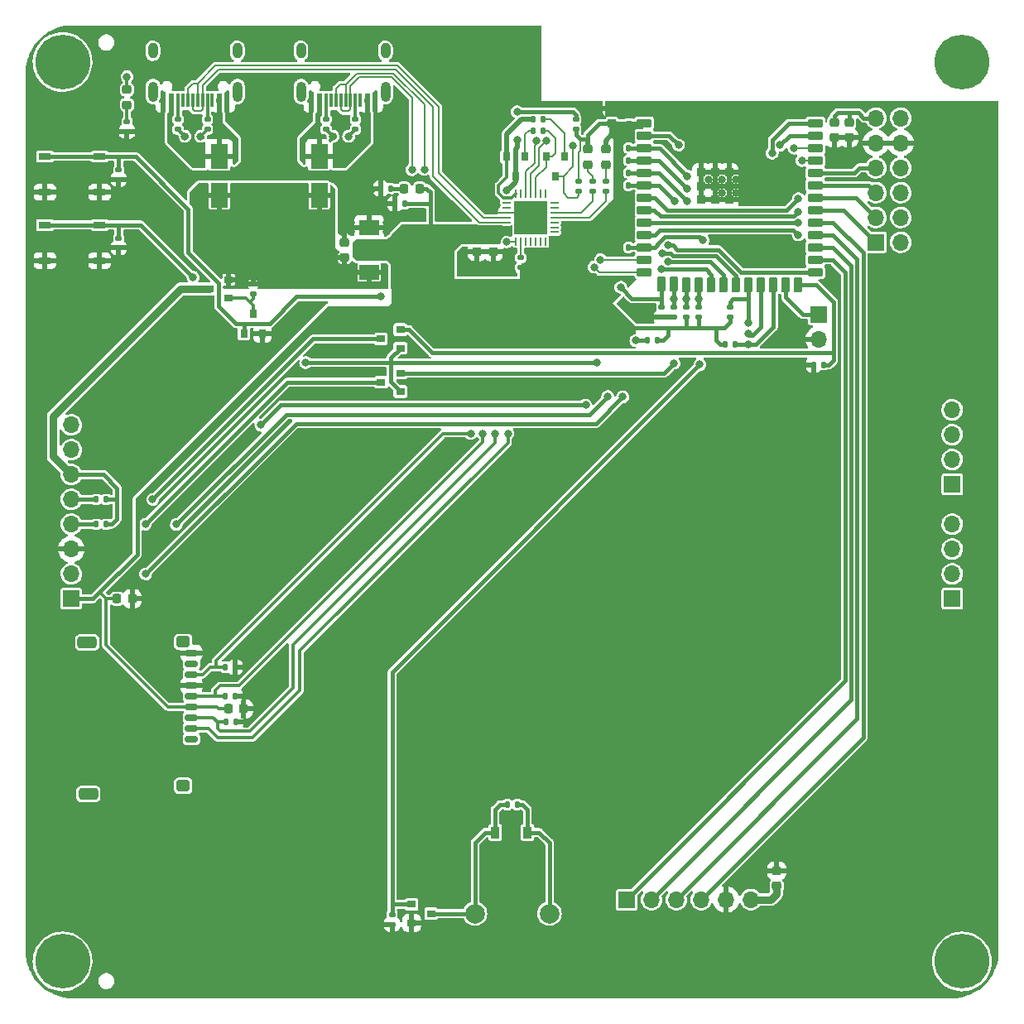
<source format=gtl>
G04 #@! TF.GenerationSoftware,KiCad,Pcbnew,6.0.2+dfsg-1*
G04 #@! TF.CreationDate,2023-02-17T06:09:51+01:00*
G04 #@! TF.ProjectId,procesor,70726f63-6573-46f7-922e-6b696361645f,rev?*
G04 #@! TF.SameCoordinates,Original*
G04 #@! TF.FileFunction,Copper,L1,Top*
G04 #@! TF.FilePolarity,Positive*
%FSLAX46Y46*%
G04 Gerber Fmt 4.6, Leading zero omitted, Abs format (unit mm)*
G04 Created by KiCad (PCBNEW 6.0.2+dfsg-1) date 2023-02-17 06:09:51*
%MOMM*%
%LPD*%
G01*
G04 APERTURE LIST*
G04 Aperture macros list*
%AMRoundRect*
0 Rectangle with rounded corners*
0 $1 Rounding radius*
0 $2 $3 $4 $5 $6 $7 $8 $9 X,Y pos of 4 corners*
0 Add a 4 corners polygon primitive as box body*
4,1,4,$2,$3,$4,$5,$6,$7,$8,$9,$2,$3,0*
0 Add four circle primitives for the rounded corners*
1,1,$1+$1,$2,$3*
1,1,$1+$1,$4,$5*
1,1,$1+$1,$6,$7*
1,1,$1+$1,$8,$9*
0 Add four rect primitives between the rounded corners*
20,1,$1+$1,$2,$3,$4,$5,0*
20,1,$1+$1,$4,$5,$6,$7,0*
20,1,$1+$1,$6,$7,$8,$9,0*
20,1,$1+$1,$8,$9,$2,$3,0*%
G04 Aperture macros list end*
G04 #@! TA.AperFunction,SMDPad,CuDef*
%ADD10RoundRect,0.135000X0.185000X-0.135000X0.185000X0.135000X-0.185000X0.135000X-0.185000X-0.135000X0*%
G04 #@! TD*
G04 #@! TA.AperFunction,SMDPad,CuDef*
%ADD11RoundRect,0.175000X0.475000X-0.175000X0.475000X0.175000X-0.475000X0.175000X-0.475000X-0.175000X0*%
G04 #@! TD*
G04 #@! TA.AperFunction,SMDPad,CuDef*
%ADD12RoundRect,0.300000X-0.700000X0.300000X-0.700000X-0.300000X0.700000X-0.300000X0.700000X0.300000X0*%
G04 #@! TD*
G04 #@! TA.AperFunction,SMDPad,CuDef*
%ADD13RoundRect,0.287500X-0.412500X0.287500X-0.412500X-0.287500X0.412500X-0.287500X0.412500X0.287500X0*%
G04 #@! TD*
G04 #@! TA.AperFunction,SMDPad,CuDef*
%ADD14RoundRect,0.300000X-0.400000X0.300000X-0.400000X-0.300000X0.400000X-0.300000X0.400000X0.300000X0*%
G04 #@! TD*
G04 #@! TA.AperFunction,SMDPad,CuDef*
%ADD15R,0.900000X0.800000*%
G04 #@! TD*
G04 #@! TA.AperFunction,SMDPad,CuDef*
%ADD16R,0.900000X1.200000*%
G04 #@! TD*
G04 #@! TA.AperFunction,ComponentPad*
%ADD17R,1.700000X1.700000*%
G04 #@! TD*
G04 #@! TA.AperFunction,ComponentPad*
%ADD18O,1.700000X1.700000*%
G04 #@! TD*
G04 #@! TA.AperFunction,SMDPad,CuDef*
%ADD19RoundRect,0.225000X0.250000X-0.225000X0.250000X0.225000X-0.250000X0.225000X-0.250000X-0.225000X0*%
G04 #@! TD*
G04 #@! TA.AperFunction,SMDPad,CuDef*
%ADD20RoundRect,0.100000X-0.650000X-0.350000X0.650000X-0.350000X0.650000X0.350000X-0.650000X0.350000X0*%
G04 #@! TD*
G04 #@! TA.AperFunction,SMDPad,CuDef*
%ADD21RoundRect,0.100000X-0.350000X0.650000X-0.350000X-0.650000X0.350000X-0.650000X0.350000X0.650000X0*%
G04 #@! TD*
G04 #@! TA.AperFunction,SMDPad,CuDef*
%ADD22RoundRect,0.100000X-0.350000X-0.350000X0.350000X-0.350000X0.350000X0.350000X-0.350000X0.350000X0*%
G04 #@! TD*
G04 #@! TA.AperFunction,SMDPad,CuDef*
%ADD23RoundRect,0.140000X-0.140000X-0.170000X0.140000X-0.170000X0.140000X0.170000X-0.140000X0.170000X0*%
G04 #@! TD*
G04 #@! TA.AperFunction,SMDPad,CuDef*
%ADD24RoundRect,0.218750X-0.218750X-0.256250X0.218750X-0.256250X0.218750X0.256250X-0.218750X0.256250X0*%
G04 #@! TD*
G04 #@! TA.AperFunction,SMDPad,CuDef*
%ADD25RoundRect,0.225000X-0.250000X0.225000X-0.250000X-0.225000X0.250000X-0.225000X0.250000X0.225000X0*%
G04 #@! TD*
G04 #@! TA.AperFunction,SMDPad,CuDef*
%ADD26RoundRect,0.218750X0.256250X-0.218750X0.256250X0.218750X-0.256250X0.218750X-0.256250X-0.218750X0*%
G04 #@! TD*
G04 #@! TA.AperFunction,SMDPad,CuDef*
%ADD27R,0.800000X0.900000*%
G04 #@! TD*
G04 #@! TA.AperFunction,SMDPad,CuDef*
%ADD28RoundRect,0.135000X-0.185000X0.135000X-0.185000X-0.135000X0.185000X-0.135000X0.185000X0.135000X0*%
G04 #@! TD*
G04 #@! TA.AperFunction,SMDPad,CuDef*
%ADD29RoundRect,0.135000X-0.135000X-0.185000X0.135000X-0.185000X0.135000X0.185000X-0.135000X0.185000X0*%
G04 #@! TD*
G04 #@! TA.AperFunction,ComponentPad*
%ADD30C,2.000000*%
G04 #@! TD*
G04 #@! TA.AperFunction,SMDPad,CuDef*
%ADD31RoundRect,0.062500X-0.337500X-0.062500X0.337500X-0.062500X0.337500X0.062500X-0.337500X0.062500X0*%
G04 #@! TD*
G04 #@! TA.AperFunction,SMDPad,CuDef*
%ADD32RoundRect,0.062500X-0.062500X-0.337500X0.062500X-0.337500X0.062500X0.337500X-0.062500X0.337500X0*%
G04 #@! TD*
G04 #@! TA.AperFunction,SMDPad,CuDef*
%ADD33R,3.350000X3.350000*%
G04 #@! TD*
G04 #@! TA.AperFunction,ComponentPad*
%ADD34C,5.600000*%
G04 #@! TD*
G04 #@! TA.AperFunction,SMDPad,CuDef*
%ADD35RoundRect,0.135000X0.135000X0.185000X-0.135000X0.185000X-0.135000X-0.185000X0.135000X-0.185000X0*%
G04 #@! TD*
G04 #@! TA.AperFunction,SMDPad,CuDef*
%ADD36R,2.000000X1.500000*%
G04 #@! TD*
G04 #@! TA.AperFunction,SMDPad,CuDef*
%ADD37R,2.000000X3.800000*%
G04 #@! TD*
G04 #@! TA.AperFunction,SMDPad,CuDef*
%ADD38R,0.600000X1.450000*%
G04 #@! TD*
G04 #@! TA.AperFunction,SMDPad,CuDef*
%ADD39R,0.300000X1.450000*%
G04 #@! TD*
G04 #@! TA.AperFunction,ComponentPad*
%ADD40O,1.000000X1.600000*%
G04 #@! TD*
G04 #@! TA.AperFunction,ComponentPad*
%ADD41O,1.000000X2.100000*%
G04 #@! TD*
G04 #@! TA.AperFunction,SMDPad,CuDef*
%ADD42R,1.300000X0.700000*%
G04 #@! TD*
G04 #@! TA.AperFunction,SMDPad,CuDef*
%ADD43R,1.800000X2.500000*%
G04 #@! TD*
G04 #@! TA.AperFunction,SMDPad,CuDef*
%ADD44RoundRect,0.140000X-0.170000X0.140000X-0.170000X-0.140000X0.170000X-0.140000X0.170000X0.140000X0*%
G04 #@! TD*
G04 #@! TA.AperFunction,SMDPad,CuDef*
%ADD45RoundRect,0.225000X-0.225000X-0.250000X0.225000X-0.250000X0.225000X0.250000X-0.225000X0.250000X0*%
G04 #@! TD*
G04 #@! TA.AperFunction,ViaPad*
%ADD46C,0.800000*%
G04 #@! TD*
G04 #@! TA.AperFunction,Conductor*
%ADD47C,0.300000*%
G04 #@! TD*
G04 #@! TA.AperFunction,Conductor*
%ADD48C,0.400000*%
G04 #@! TD*
G04 #@! TA.AperFunction,Conductor*
%ADD49C,0.200000*%
G04 #@! TD*
G04 #@! TA.AperFunction,Conductor*
%ADD50C,0.800000*%
G04 #@! TD*
G04 #@! TA.AperFunction,Conductor*
%ADD51C,0.500000*%
G04 #@! TD*
G04 #@! TA.AperFunction,Conductor*
%ADD52C,1.000000*%
G04 #@! TD*
G04 APERTURE END LIST*
D10*
G04 #@! TO.P,R19,1*
G04 #@! TO.N,/elektronika.sch/GND*
X134007500Y-141517500D03*
G04 #@! TO.P,R19,2*
G04 #@! TO.N,/elektronika.sch/PIEZO*
X134007500Y-140497500D03*
G04 #@! TD*
D11*
G04 #@! TO.P,J2,1,DAT2*
G04 #@! TO.N,unconnected-(J2-Pad1)*
X113487500Y-122560000D03*
G04 #@! TO.P,J2,2,DAT3/CD*
G04 #@! TO.N,/elektronika.sch/ESP+programing/IO03-PD*
X113487500Y-121460000D03*
G04 #@! TO.P,J2,3,CMD*
G04 #@! TO.N,/elektronika.sch/ESP+programing/IO11*
X113487500Y-120360000D03*
G04 #@! TO.P,J2,4,VDD*
G04 #@! TO.N,/elektronika.sch/3V3*
X113487500Y-119260000D03*
G04 #@! TO.P,J2,5,CLK*
G04 #@! TO.N,/elektronika.sch/ESP+programing/IO12*
X113487500Y-118160000D03*
G04 #@! TO.P,J2,6,VSS*
G04 #@! TO.N,/elektronika.sch/GND*
X113487500Y-117060000D03*
G04 #@! TO.P,J2,7,DAT0*
G04 #@! TO.N,/elektronika.sch/ESP+programing/IO13*
X113487500Y-115960000D03*
G04 #@! TO.P,J2,8,DAT1*
G04 #@! TO.N,unconnected-(J2-Pad8)*
X113487500Y-114860000D03*
G04 #@! TO.P,J2,9,SHIELD*
G04 #@! TO.N,/elektronika.sch/GND*
X113487500Y-113760000D03*
D12*
G04 #@! TO.P,J2,10*
G04 #@! TO.N,N/C*
X102837500Y-112660000D03*
X102937500Y-128180000D03*
D13*
X112637500Y-112610000D03*
D14*
X112637500Y-127340000D03*
G04 #@! TD*
D15*
G04 #@! TO.P,Q6,1,G*
G04 #@! TO.N,/elektronika.sch/PIEZO*
X136007500Y-139457500D03*
G04 #@! TO.P,Q6,2,S*
G04 #@! TO.N,/elektronika.sch/GND*
X136007500Y-141357500D03*
G04 #@! TO.P,Q6,3,D*
G04 #@! TO.N,Net-(BZ1-Pad2)*
X138007500Y-140407500D03*
G04 #@! TD*
D16*
G04 #@! TO.P,D114,1,K*
G04 #@! TO.N,/elektronika.sch/5V*
X147857500Y-132107500D03*
G04 #@! TO.P,D114,2,A*
G04 #@! TO.N,Net-(BZ1-Pad2)*
X144557500Y-132107500D03*
G04 #@! TD*
D10*
G04 #@! TO.P,R16,1*
G04 #@! TO.N,/elektronika.sch/GND*
X130267500Y-60212500D03*
G04 #@! TO.P,R16,2*
G04 #@! TO.N,Net-(J8-PadA5)*
X130267500Y-59192500D03*
G04 #@! TD*
G04 #@! TO.P,R17,1*
G04 #@! TO.N,/elektronika.sch/GND*
X127262500Y-60202500D03*
G04 #@! TO.P,R17,2*
G04 #@! TO.N,Net-(J8-PadB5)*
X127262500Y-59182500D03*
G04 #@! TD*
D17*
G04 #@! TO.P,J3,1,Pin_1*
G04 #@! TO.N,/elektronika.sch/IO35*
X157992500Y-138977500D03*
D18*
G04 #@! TO.P,J3,2,Pin_2*
G04 #@! TO.N,/elektronika.sch/IO36*
X160532500Y-138977500D03*
G04 #@! TO.P,J3,3,Pin_3*
G04 #@! TO.N,/elektronika.sch/IO37*
X163072500Y-138977500D03*
G04 #@! TO.P,J3,4,Pin_4*
G04 #@! TO.N,/elektronika.sch/IO38*
X165612500Y-138977500D03*
G04 #@! TO.P,J3,5,Pin_5*
G04 #@! TO.N,/elektronika.sch/GND*
X168152500Y-138977500D03*
G04 #@! TO.P,J3,6,Pin_6*
G04 #@! TO.N,/elektronika.sch/5V*
X170692500Y-138977500D03*
G04 #@! TD*
D19*
G04 #@! TO.P,C24,1*
G04 #@! TO.N,/elektronika.sch/GND*
X144357500Y-72732500D03*
G04 #@! TO.P,C24,2*
G04 #@! TO.N,/elektronika.sch/3V3*
X144357500Y-71182500D03*
G04 #@! TD*
D20*
G04 #@! TO.P,U3,1,GND*
G04 #@! TO.N,/elektronika.sch/GND*
X159812500Y-58302500D03*
G04 #@! TO.P,U3,2,3V3*
G04 #@! TO.N,/elektronika.sch/3V3*
X159812500Y-59572500D03*
G04 #@! TO.P,U3,3,EN*
G04 #@! TO.N,/elektronika.sch/EN*
X159812500Y-60842500D03*
G04 #@! TO.P,U3,4,IO04*
G04 #@! TO.N,/elektronika.sch/SW_5*
X159812500Y-62112500D03*
G04 #@! TO.P,U3,5,IO05*
G04 #@! TO.N,/elektronika.sch/SW_2*
X159812500Y-63382500D03*
G04 #@! TO.P,U3,6,IO06*
G04 #@! TO.N,/elektronika.sch/SW_3*
X159812500Y-64652500D03*
G04 #@! TO.P,U3,7,IO07*
G04 #@! TO.N,/elektronika.sch/SW_8*
X159812500Y-65922500D03*
G04 #@! TO.P,U3,8,IO15*
G04 #@! TO.N,/elektronika.sch/IO15*
X159812500Y-67192500D03*
G04 #@! TO.P,U3,9,IO16*
G04 #@! TO.N,/elektronika.sch/IO16*
X159812500Y-68462500D03*
G04 #@! TO.P,U3,10,IO17*
G04 #@! TO.N,/elektronika.sch/IO17*
X159812500Y-69732500D03*
G04 #@! TO.P,U3,11,IO18*
G04 #@! TO.N,/elektronika.sch/IO18*
X159812500Y-71002500D03*
G04 #@! TO.P,U3,12,IO08*
G04 #@! TO.N,/elektronika.sch/SW_11*
X159812500Y-72272500D03*
G04 #@! TO.P,U3,13,IO19-D-*
G04 #@! TO.N,/elektronika.sch/ESP+programing/D-*
X159812500Y-73542500D03*
G04 #@! TO.P,U3,14,IO20-D+*
G04 #@! TO.N,/elektronika.sch/ESP+programing/D+*
X159812500Y-74812500D03*
D21*
G04 #@! TO.P,U3,15,IO03-PD*
G04 #@! TO.N,/elektronika.sch/ESP+programing/IO03-PD*
X161577500Y-76042500D03*
G04 #@! TO.P,U3,16,IO46-PD*
G04 #@! TO.N,/elektronika.sch/DATA_ZADANI_LED_LS*
X162847500Y-76042500D03*
G04 #@! TO.P,U3,17,IO09*
G04 #@! TO.N,/elektronika.sch/SW_10*
X164117500Y-76082500D03*
G04 #@! TO.P,U3,18,IO10*
G04 #@! TO.N,/elektronika.sch/SW_4*
X165387500Y-76082500D03*
G04 #@! TO.P,U3,19,IO11*
G04 #@! TO.N,/elektronika.sch/ESP+programing/IO11*
X166657500Y-76082500D03*
G04 #@! TO.P,U3,20,IO12*
G04 #@! TO.N,/elektronika.sch/ESP+programing/IO12*
X167927500Y-76082500D03*
G04 #@! TO.P,U3,21,IO13*
G04 #@! TO.N,/elektronika.sch/ESP+programing/IO13*
X169197500Y-76082500D03*
G04 #@! TO.P,U3,22,IO14*
G04 #@! TO.N,/elektronika.sch/SW_9*
X170467500Y-76082500D03*
G04 #@! TO.P,U3,23,IO21*
G04 #@! TO.N,/elektronika.sch/PIEZO*
X171737500Y-76082500D03*
G04 #@! TO.P,U3,24,IO47*
G04 #@! TO.N,/elektronika.sch/SW_12*
X173007500Y-76082500D03*
G04 #@! TO.P,U3,25,IO48*
G04 #@! TO.N,/elektronika.sch/ESP+programing/IO48*
X174277500Y-76082500D03*
G04 #@! TO.P,U3,26,IO45-PD*
G04 #@! TO.N,/elektronika.sch/DATA_HERNI_LED_LS*
X175547500Y-76082500D03*
D20*
G04 #@! TO.P,U3,27,IO00-PU*
G04 #@! TO.N,/elektronika.sch/ZAPINANI_1_CAST_LED*
X177312500Y-74812500D03*
G04 #@! TO.P,U3,28,IO35*
G04 #@! TO.N,/elektronika.sch/IO35*
X177312500Y-73542500D03*
G04 #@! TO.P,U3,29,IO36*
G04 #@! TO.N,/elektronika.sch/IO36*
X177312500Y-72272500D03*
G04 #@! TO.P,U3,30,IO37*
G04 #@! TO.N,/elektronika.sch/IO37*
X177312500Y-71002500D03*
G04 #@! TO.P,U3,31,IO38*
G04 #@! TO.N,/elektronika.sch/IO38*
X177312500Y-69732500D03*
G04 #@! TO.P,U3,32,IO39*
G04 #@! TO.N,/elektronika.sch/IO39*
X177312500Y-68462500D03*
G04 #@! TO.P,U3,33,IO40*
G04 #@! TO.N,/elektronika.sch/IO40*
X177312500Y-67192500D03*
G04 #@! TO.P,U3,34,IO41*
G04 #@! TO.N,/elektronika.sch/IO41*
X177312500Y-65922500D03*
G04 #@! TO.P,U3,35,IO42*
G04 #@! TO.N,/elektronika.sch/IO42*
X177312500Y-64652500D03*
G04 #@! TO.P,U3,36,IO44-RX*
G04 #@! TO.N,/elektronika.sch/ESP+programing/RX_ESP*
X177312500Y-63382500D03*
G04 #@! TO.P,U3,37,IO43-TX*
G04 #@! TO.N,/elektronika.sch/ESP+programing/TX_ESP*
X177312500Y-62112500D03*
G04 #@! TO.P,U3,38,IO02*
G04 #@! TO.N,/elektronika.sch/SENZOR_SVETLA*
X177312500Y-60842500D03*
G04 #@! TO.P,U3,39,IO01*
G04 #@! TO.N,/elektronika.sch/SW_7*
X177312500Y-59572500D03*
G04 #@! TO.P,U3,40,GND*
G04 #@! TO.N,/elektronika.sch/GND*
X177312500Y-58302500D03*
D22*
G04 #@! TO.P,U3,41,GND*
X165662500Y-67402500D03*
X168462500Y-64602500D03*
X167062500Y-67402500D03*
X167062500Y-64602500D03*
X165662500Y-66002500D03*
X168462500Y-67402500D03*
X167062500Y-66002500D03*
X165662500Y-64602500D03*
X168462500Y-66002500D03*
G04 #@! TD*
D23*
G04 #@! TO.P,C25,1*
G04 #@! TO.N,/elektronika.sch/GND*
X134317500Y-67812500D03*
G04 #@! TO.P,C25,2*
G04 #@! TO.N,/elektronika.sch/3V3*
X135277500Y-67812500D03*
G04 #@! TD*
D24*
G04 #@! TO.P,D2,1,K*
G04 #@! TO.N,Net-(D2-Pad1)*
X135267500Y-66242500D03*
G04 #@! TO.P,D2,2,A*
G04 #@! TO.N,/elektronika.sch/3V3*
X136842500Y-66242500D03*
G04 #@! TD*
D25*
G04 #@! TO.P,C1,1*
G04 #@! TO.N,/elektronika.sch/5V*
X179237500Y-59507500D03*
G04 #@! TO.P,C1,2*
G04 #@! TO.N,/elektronika.sch/GND*
X179237500Y-61057500D03*
G04 #@! TD*
D19*
G04 #@! TO.P,C4,1*
G04 #@! TO.N,/elektronika.sch/5V*
X173347500Y-137567500D03*
G04 #@! TO.P,C4,2*
G04 #@! TO.N,/elektronika.sch/GND*
X173347500Y-136017500D03*
G04 #@! TD*
D26*
G04 #@! TO.P,D10,1,K*
G04 #@! TO.N,Net-(D10-Pad1)*
X154002500Y-63802500D03*
G04 #@! TO.P,D10,2,A*
G04 #@! TO.N,/elektronika.sch/3V3*
X154002500Y-62227500D03*
G04 #@! TD*
D25*
G04 #@! TO.P,C5,1*
G04 #@! TO.N,/elektronika.sch/5V*
X180747500Y-59507500D03*
G04 #@! TO.P,C5,2*
G04 #@! TO.N,/elektronika.sch/GND*
X180747500Y-61057500D03*
G04 #@! TD*
D26*
G04 #@! TO.P,D1,1,K*
G04 #@! TO.N,Net-(D1-Pad1)*
X106907500Y-57695000D03*
G04 #@! TO.P,D1,2,A*
G04 #@! TO.N,/elektronika.sch/5V*
X106907500Y-56120000D03*
G04 #@! TD*
D27*
G04 #@! TO.P,Q2,1,B*
G04 #@! TO.N,Net-(Q2-Pad1)*
X151652500Y-62982500D03*
G04 #@! TO.P,Q2,2,E*
G04 #@! TO.N,Net-(Q2-Pad2)*
X149752500Y-62982500D03*
G04 #@! TO.P,Q2,3,C*
G04 #@! TO.N,/elektronika.sch/EN*
X150702500Y-64982500D03*
G04 #@! TD*
D28*
G04 #@! TO.P,R15,1*
G04 #@! TO.N,/elektronika.sch/5V*
X119802500Y-75997500D03*
G04 #@! TO.P,R15,2*
G04 #@! TO.N,Net-(Q4-Pad3)*
X119802500Y-77017500D03*
G04 #@! TD*
D15*
G04 #@! TO.P,Q5,1,G*
G04 #@! TO.N,Net-(Q4-Pad3)*
X117307500Y-77462500D03*
G04 #@! TO.P,Q5,2,S*
G04 #@! TO.N,/elektronika.sch/5V*
X117307500Y-75562500D03*
G04 #@! TO.P,Q5,3,D*
G04 #@! TO.N,/elektronika.sch/V_LED*
X115307500Y-76512500D03*
G04 #@! TD*
D29*
G04 #@! TO.P,R3,1*
G04 #@! TO.N,/elektronika.sch/GND*
X132857500Y-66247500D03*
G04 #@! TO.P,R3,2*
G04 #@! TO.N,Net-(D2-Pad1)*
X133877500Y-66247500D03*
G04 #@! TD*
G04 #@! TO.P,R7,1*
G04 #@! TO.N,/elektronika.sch/3V3*
X157187500Y-64647500D03*
G04 #@! TO.P,R7,2*
G04 #@! TO.N,/elektronika.sch/SW_3*
X158207500Y-64647500D03*
G04 #@! TD*
D10*
G04 #@! TO.P,R10,1*
G04 #@! TO.N,/elektronika.sch/3V3*
X164107500Y-79417500D03*
G04 #@! TO.P,R10,2*
G04 #@! TO.N,/elektronika.sch/SW_10*
X164107500Y-78397500D03*
G04 #@! TD*
G04 #@! TO.P,R14,1*
G04 #@! TO.N,/elektronika.sch/3V3*
X168562500Y-79422500D03*
G04 #@! TO.P,R14,2*
G04 #@! TO.N,/elektronika.sch/SW_9*
X168562500Y-78402500D03*
G04 #@! TD*
D27*
G04 #@! TO.P,Q4,1,G*
G04 #@! TO.N,/elektronika.sch/ZAPINANI_1_CAST_LED*
X118852500Y-81062500D03*
G04 #@! TO.P,Q4,2,S*
G04 #@! TO.N,/elektronika.sch/GND*
X120752500Y-81062500D03*
G04 #@! TO.P,Q4,3,D*
G04 #@! TO.N,Net-(Q4-Pad3)*
X119802500Y-79062500D03*
G04 #@! TD*
D29*
G04 #@! TO.P,R9,1*
G04 #@! TO.N,/elektronika.sch/3V3*
X157187500Y-72277500D03*
G04 #@! TO.P,R9,2*
G04 #@! TO.N,/elektronika.sch/SW_11*
X158207500Y-72277500D03*
G04 #@! TD*
D30*
G04 #@! TO.P,BZ1,1,-*
G04 #@! TO.N,/elektronika.sch/5V*
X150117500Y-140407500D03*
G04 #@! TO.P,BZ1,2,+*
G04 #@! TO.N,Net-(BZ1-Pad2)*
X142497500Y-140407500D03*
G04 #@! TD*
D31*
G04 #@! TO.P,U2,1,~{DCD}*
G04 #@! TO.N,unconnected-(U2-Pad1)*
X145737500Y-67717500D03*
G04 #@! TO.P,U2,2,~{RI}/CLK*
G04 #@! TO.N,unconnected-(U2-Pad2)*
X145737500Y-68217500D03*
G04 #@! TO.P,U2,3,GND*
G04 #@! TO.N,/elektronika.sch/GND*
X145737500Y-68717500D03*
G04 #@! TO.P,U2,4,D+*
G04 #@! TO.N,/elektronika.sch/ESP+programing/D+_UART*
X145737500Y-69217500D03*
G04 #@! TO.P,U2,5,D-*
G04 #@! TO.N,/elektronika.sch/ESP+programing/D-_UART*
X145737500Y-69717500D03*
G04 #@! TO.P,U2,6,VDD*
G04 #@! TO.N,/elektronika.sch/3V3*
X145737500Y-70217500D03*
G04 #@! TO.P,U2,7,REGIN*
X145737500Y-70717500D03*
D32*
G04 #@! TO.P,U2,8,VBUS*
G04 #@! TO.N,/elektronika.sch/5V*
X146687500Y-71667500D03*
G04 #@! TO.P,U2,9,~{RSTb}*
G04 #@! TO.N,Net-(R22-Pad2)*
X147187500Y-71667500D03*
G04 #@! TO.P,U2,10,NC*
G04 #@! TO.N,unconnected-(U2-Pad10)*
X147687500Y-71667500D03*
G04 #@! TO.P,U2,11,~{SUSPENDb}*
G04 #@! TO.N,unconnected-(U2-Pad11)*
X148187500Y-71667500D03*
G04 #@! TO.P,U2,12,SUSPEND*
G04 #@! TO.N,unconnected-(U2-Pad12)*
X148687500Y-71667500D03*
G04 #@! TO.P,U2,13,CHREN*
G04 #@! TO.N,unconnected-(U2-Pad13)*
X149187500Y-71667500D03*
G04 #@! TO.P,U2,14,CHR1*
G04 #@! TO.N,unconnected-(U2-Pad14)*
X149687500Y-71667500D03*
D31*
G04 #@! TO.P,U2,15,CHR0*
G04 #@! TO.N,unconnected-(U2-Pad15)*
X150637500Y-70717500D03*
G04 #@! TO.P,U2,16,~{WAKEUP}/GPIO.3*
G04 #@! TO.N,unconnected-(U2-Pad16)*
X150637500Y-70217500D03*
G04 #@! TO.P,U2,17,RS485/GPIO.2*
G04 #@! TO.N,unconnected-(U2-Pad17)*
X150637500Y-69717500D03*
G04 #@! TO.P,U2,18,~{RXT}/GPIO.1*
G04 #@! TO.N,Net-(R24-Pad2)*
X150637500Y-69217500D03*
G04 #@! TO.P,U2,19,~{TXT}/GPIO.0*
G04 #@! TO.N,Net-(R23-Pad2)*
X150637500Y-68717500D03*
G04 #@! TO.P,U2,20,GPIO.6*
G04 #@! TO.N,unconnected-(U2-Pad20)*
X150637500Y-68217500D03*
G04 #@! TO.P,U2,21,GPIO.5*
G04 #@! TO.N,unconnected-(U2-Pad21)*
X150637500Y-67717500D03*
D32*
G04 #@! TO.P,U2,22,GPIO.4*
G04 #@! TO.N,unconnected-(U2-Pad22)*
X149687500Y-66767500D03*
G04 #@! TO.P,U2,23,~{CTS}*
G04 #@! TO.N,unconnected-(U2-Pad23)*
X149187500Y-66767500D03*
G04 #@! TO.P,U2,24,~{RTS}*
G04 #@! TO.N,Net-(Q2-Pad2)*
X148687500Y-66767500D03*
G04 #@! TO.P,U2,25,RXD*
G04 #@! TO.N,/elektronika.sch/ESP+programing/TX_ESP*
X148187500Y-66767500D03*
G04 #@! TO.P,U2,26,TXD*
G04 #@! TO.N,/elektronika.sch/ESP+programing/RX_ESP*
X147687500Y-66767500D03*
G04 #@! TO.P,U2,27,~{DSR}*
G04 #@! TO.N,unconnected-(U2-Pad27)*
X147187500Y-66767500D03*
G04 #@! TO.P,U2,28,~{DTR}*
G04 #@! TO.N,Net-(R26-Pad2)*
X146687500Y-66767500D03*
D33*
G04 #@! TO.P,U2,29,GND*
G04 #@! TO.N,/elektronika.sch/GND*
X148187500Y-69217500D03*
G04 #@! TD*
D27*
G04 #@! TO.P,Q1,1,B*
G04 #@! TO.N,Net-(R25-Pad1)*
X147627500Y-62987500D03*
G04 #@! TO.P,Q1,2,E*
G04 #@! TO.N,Net-(R26-Pad2)*
X145727500Y-62987500D03*
G04 #@! TO.P,Q1,3,C*
G04 #@! TO.N,/elektronika.sch/ZAPINANI_1_CAST_LED*
X146677500Y-64987500D03*
G04 #@! TD*
D34*
G04 #@! TO.P,H1,1*
G04 #@! TO.N,N/C*
X100307500Y-53307500D03*
G04 #@! TD*
G04 #@! TO.P,H2,1*
G04 #@! TO.N,N/C*
X192307500Y-53307500D03*
G04 #@! TD*
D10*
G04 #@! TO.P,R2,1*
G04 #@! TO.N,/elektronika.sch/GND*
X106907500Y-60417500D03*
G04 #@! TO.P,R2,2*
G04 #@! TO.N,Net-(D1-Pad1)*
X106907500Y-59397500D03*
G04 #@! TD*
D34*
G04 #@! TO.P,H3,1*
G04 #@! TO.N,N/C*
X100307500Y-145307500D03*
G04 #@! TD*
D29*
G04 #@! TO.P,R8,1*
G04 #@! TO.N,/elektronika.sch/3V3*
X157187500Y-65922500D03*
G04 #@! TO.P,R8,2*
G04 #@! TO.N,/elektronika.sch/SW_8*
X158207500Y-65922500D03*
G04 #@! TD*
D34*
G04 #@! TO.P,H4,1*
G04 #@! TO.N,N/C*
X192307500Y-145307500D03*
G04 #@! TD*
D15*
G04 #@! TO.P,Q8,1,G*
G04 #@! TO.N,/elektronika.sch/EN*
X134862500Y-82582500D03*
G04 #@! TO.P,Q8,2,S*
G04 #@! TO.N,/elektronika.sch/DATA_HERNI_LED_LS*
X134862500Y-80682500D03*
G04 #@! TO.P,Q8,3,D*
G04 #@! TO.N,/elektronika.sch/DATA_HERNI_LED*
X132862500Y-81632500D03*
G04 #@! TD*
D10*
G04 #@! TO.P,R12,1*
G04 #@! TO.N,/elektronika.sch/3V3*
X165377500Y-79417500D03*
G04 #@! TO.P,R12,2*
G04 #@! TO.N,/elektronika.sch/SW_4*
X165377500Y-78397500D03*
G04 #@! TD*
D35*
G04 #@! TO.P,R18,1*
G04 #@! TO.N,/elektronika.sch/V_LED*
X104782500Y-98047500D03*
G04 #@! TO.P,R18,2*
G04 #@! TO.N,/elektronika.sch/DATA_HERNI_LED*
X103762500Y-98047500D03*
G04 #@! TD*
D15*
G04 #@! TO.P,Q7,1,G*
G04 #@! TO.N,/elektronika.sch/EN*
X134867500Y-87012500D03*
G04 #@! TO.P,Q7,2,S*
G04 #@! TO.N,/elektronika.sch/DATA_ZADANI_LED_LS*
X134867500Y-85112500D03*
G04 #@! TO.P,Q7,3,D*
G04 #@! TO.N,/elektronika.sch/DATA_ZADANI_LED*
X132867500Y-86062500D03*
G04 #@! TD*
D29*
G04 #@! TO.P,R4,1*
G04 #@! TO.N,/elektronika.sch/3V3*
X157187500Y-62112500D03*
G04 #@! TO.P,R4,2*
G04 #@! TO.N,/elektronika.sch/SW_5*
X158207500Y-62112500D03*
G04 #@! TD*
D35*
G04 #@! TO.P,R11,1*
G04 #@! TO.N,/elektronika.sch/V_LED*
X104777500Y-100592500D03*
G04 #@! TO.P,R11,2*
G04 #@! TO.N,/elektronika.sch/DATA_ZADANI_LED*
X103757500Y-100592500D03*
G04 #@! TD*
D36*
G04 #@! TO.P,U1,1,GND*
G04 #@! TO.N,/elektronika.sch/GND*
X131647500Y-70212500D03*
D37*
G04 #@! TO.P,U1,2,VO*
G04 #@! TO.N,/elektronika.sch/3V3*
X137947500Y-72512500D03*
D36*
X131647500Y-72512500D03*
G04 #@! TO.P,U1,3,VI*
G04 #@! TO.N,/elektronika.sch/5V*
X131647500Y-74812500D03*
G04 #@! TD*
D17*
G04 #@! TO.P,J7,1,Pin_1*
G04 #@! TO.N,/elektronika.sch/3V3*
X101207500Y-108207500D03*
D18*
G04 #@! TO.P,J7,2,Pin_2*
G04 #@! TO.N,/elektronika.sch/SW_7*
X101207500Y-105667500D03*
G04 #@! TO.P,J7,3,Pin_3*
G04 #@! TO.N,/elektronika.sch/GND*
X101207500Y-103127500D03*
G04 #@! TO.P,J7,4,Pin_4*
G04 #@! TO.N,/elektronika.sch/DATA_ZADANI_LED*
X101207500Y-100587500D03*
G04 #@! TO.P,J7,5,Pin_5*
G04 #@! TO.N,/elektronika.sch/DATA_HERNI_LED*
X101207500Y-98047500D03*
G04 #@! TO.P,J7,6,Pin_6*
G04 #@! TO.N,/elektronika.sch/V_LED*
X101207500Y-95507500D03*
G04 #@! TO.P,J7,7,Pin_7*
G04 #@! TO.N,/elektronika.sch/SENZOR_SVETLA*
X101207500Y-92967500D03*
G04 #@! TO.P,J7,8,Pin_8*
G04 #@! TO.N,/elektronika.sch/SW_12*
X101207500Y-90427500D03*
G04 #@! TD*
D38*
G04 #@! TO.P,J8,A1,GND*
G04 #@! TO.N,/elektronika.sch/GND*
X132267500Y-57252500D03*
G04 #@! TO.P,J8,A4,VBUS*
G04 #@! TO.N,Net-(D7-Pad2)*
X131467500Y-57252500D03*
D39*
G04 #@! TO.P,J8,A5,CC1*
G04 #@! TO.N,Net-(J8-PadA5)*
X130267500Y-57252500D03*
G04 #@! TO.P,J8,A6,D+*
G04 #@! TO.N,/elektronika.sch/ESP+programing/D+*
X129267500Y-57252500D03*
G04 #@! TO.P,J8,A7,D-*
G04 #@! TO.N,/elektronika.sch/ESP+programing/D-*
X128767500Y-57252500D03*
G04 #@! TO.P,J8,A8,SBU1*
G04 #@! TO.N,unconnected-(J8-PadA8)*
X127767500Y-57252500D03*
D38*
G04 #@! TO.P,J8,A9,VBUS*
G04 #@! TO.N,Net-(D7-Pad2)*
X126567500Y-57252500D03*
G04 #@! TO.P,J8,A12,GND*
G04 #@! TO.N,/elektronika.sch/GND*
X125767500Y-57252500D03*
G04 #@! TO.P,J8,B1,GND*
X125767500Y-57252500D03*
G04 #@! TO.P,J8,B4,VBUS*
G04 #@! TO.N,Net-(D7-Pad2)*
X126567500Y-57252500D03*
D39*
G04 #@! TO.P,J8,B5,CC2*
G04 #@! TO.N,Net-(J8-PadB5)*
X127267500Y-57252500D03*
G04 #@! TO.P,J8,B6,D+*
G04 #@! TO.N,/elektronika.sch/ESP+programing/D+*
X128267500Y-57252500D03*
G04 #@! TO.P,J8,B7,D-*
G04 #@! TO.N,/elektronika.sch/ESP+programing/D-*
X129767500Y-57252500D03*
G04 #@! TO.P,J8,B8,SBU2*
G04 #@! TO.N,unconnected-(J8-PadB8)*
X130767500Y-57252500D03*
D38*
G04 #@! TO.P,J8,B9,VBUS*
G04 #@! TO.N,Net-(D7-Pad2)*
X131467500Y-57252500D03*
G04 #@! TO.P,J8,B12,GND*
G04 #@! TO.N,/elektronika.sch/GND*
X132267500Y-57252500D03*
D40*
G04 #@! TO.P,J8,S1,SHIELD*
G04 #@! TO.N,N/C*
X133337500Y-52157500D03*
D41*
X124697500Y-56337500D03*
D40*
X124697500Y-52157500D03*
D41*
X133337500Y-56337500D03*
G04 #@! TD*
D17*
G04 #@! TO.P,J9,1,Pin_1*
G04 #@! TO.N,/elektronika.sch/SW_5*
X191307500Y-108207500D03*
D18*
G04 #@! TO.P,J9,2,Pin_2*
G04 #@! TO.N,/elektronika.sch/SW_9*
X191307500Y-105667500D03*
G04 #@! TO.P,J9,3,Pin_3*
G04 #@! TO.N,/elektronika.sch/SW_10*
X191307500Y-103127500D03*
G04 #@! TO.P,J9,4,Pin_4*
G04 #@! TO.N,/elektronika.sch/SW_4*
X191307500Y-100587500D03*
G04 #@! TD*
D17*
G04 #@! TO.P,J10,1,Pin_1*
G04 #@! TO.N,/elektronika.sch/SW_11*
X191307500Y-96507500D03*
D18*
G04 #@! TO.P,J10,2,Pin_2*
G04 #@! TO.N,/elektronika.sch/SW_8*
X191307500Y-93967500D03*
G04 #@! TO.P,J10,3,Pin_3*
G04 #@! TO.N,/elektronika.sch/SW_3*
X191307500Y-91427500D03*
G04 #@! TO.P,J10,4,Pin_4*
G04 #@! TO.N,/elektronika.sch/SW_2*
X191307500Y-88887500D03*
G04 #@! TD*
D42*
G04 #@! TO.P,BOOT1,1,1*
G04 #@! TO.N,/elektronika.sch/ZAPINANI_1_CAST_LED*
X98507500Y-62972500D03*
X104107500Y-62972500D03*
G04 #@! TO.P,BOOT1,2,2*
G04 #@! TO.N,/elektronika.sch/GND*
X104107500Y-66622500D03*
X98507500Y-66622500D03*
G04 #@! TD*
D43*
G04 #@! TO.P,D7,1,K*
G04 #@! TO.N,/elektronika.sch/5V*
X126557500Y-66937500D03*
G04 #@! TO.P,D7,2,A*
G04 #@! TO.N,Net-(D7-Pad2)*
X126557500Y-62937500D03*
G04 #@! TD*
D29*
G04 #@! TO.P,R6,1*
G04 #@! TO.N,/elektronika.sch/3V3*
X157182500Y-63382500D03*
G04 #@! TO.P,R6,2*
G04 #@! TO.N,/elektronika.sch/SW_2*
X158202500Y-63382500D03*
G04 #@! TD*
D26*
G04 #@! TO.P,D9,1,K*
G04 #@! TO.N,Net-(D9-Pad1)*
X155902500Y-63802500D03*
G04 #@! TO.P,D9,2,A*
G04 #@! TO.N,/elektronika.sch/3V3*
X155902500Y-62227500D03*
G04 #@! TD*
D10*
G04 #@! TO.P,R21,1*
G04 #@! TO.N,/elektronika.sch/GND*
X112122500Y-60217500D03*
G04 #@! TO.P,R21,2*
G04 #@! TO.N,Net-(J11-PadB5)*
X112122500Y-59197500D03*
G04 #@! TD*
D25*
G04 #@! TO.P,C128,1*
G04 #@! TO.N,/elektronika.sch/3V3*
X142707500Y-71182500D03*
G04 #@! TO.P,C128,2*
G04 #@! TO.N,/elektronika.sch/GND*
X142707500Y-72732500D03*
G04 #@! TD*
G04 #@! TO.P,C27,1*
G04 #@! TO.N,/elektronika.sch/GND*
X156507500Y-58027500D03*
G04 #@! TO.P,C27,2*
G04 #@! TO.N,/elektronika.sch/3V3*
X156507500Y-59577500D03*
G04 #@! TD*
D35*
G04 #@! TO.P,R26,1*
G04 #@! TO.N,Net-(Q2-Pad1)*
X149472500Y-59192500D03*
G04 #@! TO.P,R26,2*
G04 #@! TO.N,Net-(R26-Pad2)*
X148452500Y-59192500D03*
G04 #@! TD*
D29*
G04 #@! TO.P,R34,1*
G04 #@! TO.N,/elektronika.sch/ESP+programing/IO13*
X116947500Y-115207500D03*
G04 #@! TO.P,R34,2*
G04 #@! TO.N,/elektronika.sch/GND*
X117967500Y-115207500D03*
G04 #@! TD*
D44*
G04 #@! TO.P,C28,1*
G04 #@! TO.N,/elektronika.sch/GND*
X158272500Y-58612500D03*
G04 #@! TO.P,C28,2*
G04 #@! TO.N,/elektronika.sch/3V3*
X158272500Y-59572500D03*
G04 #@! TD*
D29*
G04 #@! TO.P,R33,1*
G04 #@! TO.N,Net-(BZ1-Pad2)*
X145797500Y-129257500D03*
G04 #@! TO.P,R33,2*
G04 #@! TO.N,/elektronika.sch/5V*
X146817500Y-129257500D03*
G04 #@! TD*
D42*
G04 #@! TO.P,RESET1,1,1*
G04 #@! TO.N,/elektronika.sch/EN*
X98507500Y-69972500D03*
X104107500Y-69972500D03*
G04 #@! TO.P,RESET1,2,2*
G04 #@! TO.N,/elektronika.sch/GND*
X104107500Y-73622500D03*
X98507500Y-73622500D03*
G04 #@! TD*
D35*
G04 #@! TO.P,R29,1*
G04 #@! TO.N,/elektronika.sch/DATA_HERNI_LED_LS*
X178152500Y-84272500D03*
G04 #@! TO.P,R29,2*
G04 #@! TO.N,/elektronika.sch/GND*
X177132500Y-84272500D03*
G04 #@! TD*
D29*
G04 #@! TO.P,R35,1*
G04 #@! TO.N,/elektronika.sch/ESP+programing/IO12*
X116957500Y-118157500D03*
G04 #@! TO.P,R35,2*
G04 #@! TO.N,/elektronika.sch/GND*
X117977500Y-118157500D03*
G04 #@! TD*
D28*
G04 #@! TO.P,R31,1*
G04 #@! TO.N,/elektronika.sch/3V3*
X153102500Y-65497500D03*
G04 #@! TO.P,R31,2*
G04 #@! TO.N,/elektronika.sch/EN*
X153102500Y-66517500D03*
G04 #@! TD*
D35*
G04 #@! TO.P,R1,1*
G04 #@! TO.N,/elektronika.sch/3V3*
X161127500Y-81807500D03*
G04 #@! TO.P,R1,2*
G04 #@! TO.N,/elektronika.sch/SW_7*
X160107500Y-81807500D03*
G04 #@! TD*
D28*
G04 #@! TO.P,R24,1*
G04 #@! TO.N,Net-(D9-Pad1)*
X155902500Y-65492500D03*
G04 #@! TO.P,R24,2*
G04 #@! TO.N,Net-(R24-Pad2)*
X155902500Y-66512500D03*
G04 #@! TD*
D38*
G04 #@! TO.P,J11,A1,GND*
G04 #@! TO.N,/elektronika.sch/GND*
X117122500Y-57252500D03*
G04 #@! TO.P,J11,A4,VBUS*
G04 #@! TO.N,Net-(D8-Pad2)*
X116322500Y-57252500D03*
D39*
G04 #@! TO.P,J11,A5,CC1*
G04 #@! TO.N,Net-(J11-PadA5)*
X115122500Y-57252500D03*
G04 #@! TO.P,J11,A6,D+*
G04 #@! TO.N,/elektronika.sch/ESP+programing/D+_UART*
X114122500Y-57252500D03*
G04 #@! TO.P,J11,A7,D-*
G04 #@! TO.N,/elektronika.sch/ESP+programing/D-_UART*
X113622500Y-57252500D03*
G04 #@! TO.P,J11,A8,SBU1*
G04 #@! TO.N,unconnected-(J11-PadA8)*
X112622500Y-57252500D03*
D38*
G04 #@! TO.P,J11,A9,VBUS*
G04 #@! TO.N,Net-(D8-Pad2)*
X111422500Y-57252500D03*
G04 #@! TO.P,J11,A12,GND*
G04 #@! TO.N,/elektronika.sch/GND*
X110622500Y-57252500D03*
G04 #@! TO.P,J11,B1,GND*
X110622500Y-57252500D03*
G04 #@! TO.P,J11,B4,VBUS*
G04 #@! TO.N,Net-(D8-Pad2)*
X111422500Y-57252500D03*
D39*
G04 #@! TO.P,J11,B5,CC2*
G04 #@! TO.N,Net-(J11-PadB5)*
X112122500Y-57252500D03*
G04 #@! TO.P,J11,B6,D+*
G04 #@! TO.N,/elektronika.sch/ESP+programing/D+_UART*
X113122500Y-57252500D03*
G04 #@! TO.P,J11,B7,D-*
G04 #@! TO.N,/elektronika.sch/ESP+programing/D-_UART*
X114622500Y-57252500D03*
G04 #@! TO.P,J11,B8,SBU2*
G04 #@! TO.N,unconnected-(J11-PadB8)*
X115622500Y-57252500D03*
D38*
G04 #@! TO.P,J11,B9,VBUS*
G04 #@! TO.N,Net-(D8-Pad2)*
X116322500Y-57252500D03*
G04 #@! TO.P,J11,B12,GND*
G04 #@! TO.N,/elektronika.sch/GND*
X117122500Y-57252500D03*
D40*
G04 #@! TO.P,J11,S1,SHIELD*
G04 #@! TO.N,N/C*
X109552500Y-52157500D03*
D41*
X109552500Y-56337500D03*
D40*
X118192500Y-52157500D03*
D41*
X118192500Y-56337500D03*
G04 #@! TD*
D29*
G04 #@! TO.P,R36,1*
G04 #@! TO.N,/elektronika.sch/ESP+programing/IO11*
X116997500Y-120807500D03*
G04 #@! TO.P,R36,2*
G04 #@! TO.N,/elektronika.sch/GND*
X118017500Y-120807500D03*
G04 #@! TD*
D19*
G04 #@! TO.P,C127,1*
G04 #@! TO.N,/elektronika.sch/5V*
X129157500Y-73332500D03*
G04 #@! TO.P,C127,2*
G04 #@! TO.N,/elektronika.sch/GND*
X129157500Y-71782500D03*
G04 #@! TD*
D43*
G04 #@! TO.P,D8,1,K*
G04 #@! TO.N,/elektronika.sch/5V*
X116327500Y-66942500D03*
G04 #@! TO.P,D8,2,A*
G04 #@! TO.N,Net-(D8-Pad2)*
X116327500Y-62942500D03*
G04 #@! TD*
D44*
G04 #@! TO.P,C29,1*
G04 #@! TO.N,/elektronika.sch/ZAPINANI_1_CAST_LED*
X106057500Y-64347500D03*
G04 #@! TO.P,C29,2*
G04 #@! TO.N,/elektronika.sch/GND*
X106057500Y-65307500D03*
G04 #@! TD*
D28*
G04 #@! TO.P,R23,1*
G04 #@! TO.N,Net-(D10-Pad1)*
X154562500Y-65497500D03*
G04 #@! TO.P,R23,2*
G04 #@! TO.N,Net-(R23-Pad2)*
X154562500Y-66517500D03*
G04 #@! TD*
D29*
G04 #@! TO.P,R32,1*
G04 #@! TO.N,/elektronika.sch/3V3*
X168052500Y-82172500D03*
G04 #@! TO.P,R32,2*
G04 #@! TO.N,/elektronika.sch/SW_12*
X169072500Y-82172500D03*
G04 #@! TD*
D45*
G04 #@! TO.P,C23,1*
G04 #@! TO.N,/elektronika.sch/3V3*
X105882500Y-108207500D03*
G04 #@! TO.P,C23,2*
G04 #@! TO.N,/elektronika.sch/GND*
X107432500Y-108207500D03*
G04 #@! TD*
D28*
G04 #@! TO.P,R27,1*
G04 #@! TO.N,/elektronika.sch/DATA_ZADANI_LED_LS*
X162842500Y-78397500D03*
G04 #@! TO.P,R27,2*
G04 #@! TO.N,/elektronika.sch/GND*
X162842500Y-79417500D03*
G04 #@! TD*
G04 #@! TO.P,R30,1*
G04 #@! TO.N,/elektronika.sch/ESP+programing/IO03-PD*
X161582500Y-78397500D03*
G04 #@! TO.P,R30,2*
G04 #@! TO.N,/elektronika.sch/GND*
X161582500Y-79417500D03*
G04 #@! TD*
D17*
G04 #@! TO.P,J1,1,Pin_1*
G04 #@! TO.N,/elektronika.sch/IO39*
X183492500Y-71742500D03*
D18*
G04 #@! TO.P,J1,2,Pin_2*
G04 #@! TO.N,/elektronika.sch/IO18*
X186032500Y-71742500D03*
G04 #@! TO.P,J1,3,Pin_3*
G04 #@! TO.N,/elektronika.sch/IO40*
X183492500Y-69202500D03*
G04 #@! TO.P,J1,4,Pin_4*
G04 #@! TO.N,/elektronika.sch/IO17*
X186032500Y-69202500D03*
G04 #@! TO.P,J1,5,Pin_5*
G04 #@! TO.N,/elektronika.sch/IO41*
X183492500Y-66662500D03*
G04 #@! TO.P,J1,6,Pin_6*
G04 #@! TO.N,/elektronika.sch/IO16*
X186032500Y-66662500D03*
G04 #@! TO.P,J1,7,Pin_7*
G04 #@! TO.N,/elektronika.sch/IO42*
X183492500Y-64122500D03*
G04 #@! TO.P,J1,8,Pin_8*
G04 #@! TO.N,/elektronika.sch/IO15*
X186032500Y-64122500D03*
G04 #@! TO.P,J1,9,Pin_9*
G04 #@! TO.N,/elektronika.sch/GND*
X183492500Y-61582500D03*
G04 #@! TO.P,J1,10,Pin_10*
X186032500Y-61582500D03*
G04 #@! TO.P,J1,11,Pin_11*
G04 #@! TO.N,/elektronika.sch/5V*
X183492500Y-59042500D03*
G04 #@! TO.P,J1,12,Pin_12*
X186032500Y-59042500D03*
G04 #@! TD*
D44*
G04 #@! TO.P,C26,1*
G04 #@! TO.N,/elektronika.sch/EN*
X106057500Y-71342500D03*
G04 #@! TO.P,C26,2*
G04 #@! TO.N,/elektronika.sch/GND*
X106057500Y-72302500D03*
G04 #@! TD*
D45*
G04 #@! TO.P,C22,1*
G04 #@! TO.N,/elektronika.sch/3V3*
X117282500Y-119457500D03*
G04 #@! TO.P,C22,2*
G04 #@! TO.N,/elektronika.sch/GND*
X118832500Y-119457500D03*
G04 #@! TD*
D17*
G04 #@! TO.P,J12,1,Pin_1*
G04 #@! TO.N,/elektronika.sch/ESP+programing/IO48*
X177652500Y-79117500D03*
D18*
G04 #@! TO.P,J12,2,Pin_2*
G04 #@! TO.N,/elektronika.sch/GND*
X177652500Y-81657500D03*
G04 #@! TD*
D29*
G04 #@! TO.P,R25,1*
G04 #@! TO.N,Net-(R25-Pad1)*
X148452500Y-60362500D03*
G04 #@! TO.P,R25,2*
G04 #@! TO.N,Net-(Q2-Pad2)*
X149472500Y-60362500D03*
G04 #@! TD*
D10*
G04 #@! TO.P,R22,1*
G04 #@! TO.N,/elektronika.sch/3V3*
X147172500Y-74357500D03*
G04 #@! TO.P,R22,2*
G04 #@! TO.N,Net-(R22-Pad2)*
X147172500Y-73337500D03*
G04 #@! TD*
G04 #@! TO.P,R28,1*
G04 #@! TO.N,/elektronika.sch/3V3*
X152812500Y-60207500D03*
G04 #@! TO.P,R28,2*
G04 #@! TO.N,/elektronika.sch/ZAPINANI_1_CAST_LED*
X152812500Y-59187500D03*
G04 #@! TD*
G04 #@! TO.P,R20,1*
G04 #@! TO.N,/elektronika.sch/GND*
X115127500Y-60217500D03*
G04 #@! TO.P,R20,2*
G04 #@! TO.N,Net-(J11-PadA5)*
X115127500Y-59197500D03*
G04 #@! TD*
D46*
G04 #@! TO.N,/elektronika.sch/5V*
X121097500Y-67402500D03*
X123107500Y-67407500D03*
X114012500Y-66942500D03*
X123107500Y-66407500D03*
X122107500Y-67407500D03*
X122107500Y-66407500D03*
X145707500Y-71707500D03*
X121097500Y-66402500D03*
X106907500Y-54817500D03*
X129107500Y-74807500D03*
G04 #@! TO.N,/elektronika.sch/GND*
X144307500Y-65307500D03*
X112827500Y-60912500D03*
X184917500Y-133217500D03*
X174557500Y-72657500D03*
X120397500Y-82847500D03*
X167767500Y-66702500D03*
X129847500Y-69707500D03*
X121157500Y-117307500D03*
X122157500Y-116307500D03*
X120397500Y-83847500D03*
X114432500Y-60912500D03*
X160407500Y-78912500D03*
X129572500Y-60907500D03*
X133432500Y-69707500D03*
X166362500Y-65302500D03*
X125237500Y-59207500D03*
X184932500Y-103292500D03*
X168157500Y-90057500D03*
X161807500Y-86407500D03*
X173557500Y-72657500D03*
X184887500Y-74202500D03*
X175307500Y-142507500D03*
X122157500Y-110857500D03*
X184932500Y-101892500D03*
X183527500Y-133212500D03*
X173557500Y-71657500D03*
X110107500Y-59207500D03*
X174307500Y-142507500D03*
X184917500Y-131817500D03*
X169157500Y-65307500D03*
X142307500Y-74307500D03*
X143307500Y-66307500D03*
X133432500Y-70707500D03*
X143307500Y-65307500D03*
X121157500Y-110857500D03*
X132837500Y-59207500D03*
X183537500Y-101887500D03*
X168152500Y-88657500D03*
X122157500Y-117307500D03*
X128847500Y-69707500D03*
X122157500Y-111857500D03*
X183497500Y-75597500D03*
X183542500Y-103287500D03*
X128852500Y-68697500D03*
X169547500Y-90062500D03*
X121157500Y-111857500D03*
X169547500Y-88662500D03*
X141307500Y-74307500D03*
X119397500Y-83847500D03*
X128847500Y-70707500D03*
X174307500Y-143507500D03*
X183492500Y-74197500D03*
X117607500Y-59207500D03*
X129847500Y-70707500D03*
X129852500Y-68697500D03*
X160407500Y-86407500D03*
X174557500Y-71657500D03*
X183522500Y-131812500D03*
X167762500Y-65302500D03*
X119397500Y-82847500D03*
X169157500Y-66707500D03*
X133432500Y-68707500D03*
X121157500Y-116307500D03*
X159007500Y-86407500D03*
X184887500Y-75602500D03*
X127967500Y-60907500D03*
X175307500Y-143507500D03*
X141307500Y-73307500D03*
G04 #@! TO.N,/elektronika.sch/DATA_HERNI_LED*
X109527500Y-98047500D03*
G04 #@! TO.N,/elektronika.sch/DATA_ZADANI_LED*
X108787500Y-100587500D03*
G04 #@! TO.N,/elektronika.sch/SENZOR_SVETLA*
X111947500Y-100602500D03*
X156072500Y-87537500D03*
X173707500Y-61807500D03*
G04 #@! TO.N,/elektronika.sch/SW_7*
X157592500Y-87567500D03*
X158952500Y-81807500D03*
X172892500Y-62622500D03*
X108807500Y-105667500D03*
G04 #@! TO.N,/elektronika.sch/SW_10*
X164117500Y-77497500D03*
G04 #@! TO.N,/elektronika.sch/SW_9*
X170472500Y-79962500D03*
G04 #@! TO.N,/elektronika.sch/SW_11*
X165812500Y-71552500D03*
G04 #@! TO.N,/elektronika.sch/SW_8*
X162932500Y-67512500D03*
G04 #@! TO.N,/elektronika.sch/SW_3*
X164192500Y-67517500D03*
G04 #@! TO.N,/elektronika.sch/SW_4*
X165362500Y-77502500D03*
G04 #@! TO.N,/elektronika.sch/IO15*
X175562500Y-67297500D03*
G04 #@! TO.N,/elektronika.sch/IO16*
X175557500Y-68617500D03*
G04 #@! TO.N,/elektronika.sch/IO17*
X175567500Y-69732500D03*
G04 #@! TO.N,/elektronika.sch/IO18*
X175562500Y-70997500D03*
G04 #@! TO.N,/elektronika.sch/ESP+programing/D+*
X154687114Y-74294905D03*
X137312500Y-64307500D03*
G04 #@! TO.N,/elektronika.sch/ESP+programing/D-*
X155327500Y-73527500D03*
X136057500Y-64322500D03*
G04 #@! TO.N,/elektronika.sch/ZAPINANI_1_CAST_LED*
X146847502Y-61268874D03*
X145727500Y-66482500D03*
X132822500Y-77322500D03*
X146807500Y-58407500D03*
X162212500Y-72027500D03*
G04 #@! TO.N,/elektronika.sch/PIEZO*
X170467500Y-81092500D03*
X165492500Y-84257500D03*
G04 #@! TO.N,/elektronika.sch/DATA_ZADANI_LED_LS*
X162842500Y-84117500D03*
X162847500Y-77497500D03*
G04 #@! TO.N,/elektronika.sch/ESP+programing/TX_ESP*
X149812500Y-61357500D03*
X175132500Y-62112500D03*
G04 #@! TO.N,/elektronika.sch/ESP+programing/RX_ESP*
X148807500Y-61357500D03*
X175912500Y-63382500D03*
G04 #@! TO.N,/elektronika.sch/SW_2*
X164197500Y-66252500D03*
G04 #@! TO.N,/elektronika.sch/EN*
X125172500Y-84052500D03*
X152542500Y-61852500D03*
X113647500Y-75317500D03*
X163317500Y-61807500D03*
X154932500Y-84082500D03*
G04 #@! TO.N,/elektronika.sch/SW_5*
X164217500Y-64972500D03*
G04 #@! TO.N,/elektronika.sch/ESP+programing/IO03-PD*
X145857500Y-91307500D03*
X157407500Y-76357500D03*
G04 #@! TO.N,/elektronika.sch/SW_12*
X153817500Y-88387500D03*
X120597500Y-90442500D03*
X170472500Y-82172500D03*
G04 #@! TO.N,/elektronika.sch/ESP+programing/IO11*
X161602500Y-74527500D03*
X144557500Y-91307500D03*
G04 #@! TO.N,/elektronika.sch/ESP+programing/IO12*
X162212500Y-73702500D03*
X143307500Y-91307500D03*
G04 #@! TO.N,/elektronika.sch/ESP+programing/IO13*
X161607500Y-72877500D03*
X142057500Y-91307500D03*
G04 #@! TD*
D47*
G04 #@! TO.N,Net-(D1-Pad1)*
X106907500Y-59397500D02*
X106907500Y-57695000D01*
D48*
G04 #@! TO.N,Net-(D2-Pad1)*
X133877500Y-66247500D02*
X135262500Y-66247500D01*
X135262500Y-66247500D02*
X135267500Y-66242500D01*
D49*
G04 #@! TO.N,Net-(D10-Pad1)*
X154562500Y-65497500D02*
X154562500Y-65017500D01*
X154002500Y-64457500D02*
X154002500Y-63802500D01*
X154562500Y-65017500D02*
X154002500Y-64457500D01*
D48*
G04 #@! TO.N,/elektronika.sch/5V*
X147357500Y-129257500D02*
X146817500Y-129257500D01*
X181692500Y-58477500D02*
X181437500Y-58477500D01*
D47*
X106907500Y-54817500D02*
X106907500Y-56120000D01*
D48*
X180747500Y-58487500D02*
X180747500Y-59507500D01*
X150117500Y-140407500D02*
X150117500Y-133162500D01*
X181437500Y-58477500D02*
X179562500Y-58477500D01*
X179237500Y-58802500D02*
X179237500Y-59507500D01*
X149062500Y-132107500D02*
X147857500Y-132107500D01*
X147857500Y-129757500D02*
X147357500Y-129257500D01*
X183492500Y-59042500D02*
X182257500Y-59042500D01*
D49*
X146687500Y-71667500D02*
X145747500Y-71667500D01*
D50*
X172767500Y-138977500D02*
X173347500Y-138397500D01*
D47*
X116327500Y-66942500D02*
X114012500Y-66942500D01*
D50*
X170692500Y-138977500D02*
X172767500Y-138977500D01*
D48*
X182257500Y-59042500D02*
X181692500Y-58477500D01*
X180757500Y-58477500D02*
X180747500Y-58487500D01*
X150117500Y-133162500D02*
X149062500Y-132107500D01*
X181437500Y-58477500D02*
X180757500Y-58477500D01*
X147857500Y-132107500D02*
X147857500Y-129757500D01*
X179562500Y-58477500D02*
X179237500Y-58802500D01*
D49*
X145747500Y-71667500D02*
X145707500Y-71707500D01*
D50*
X173347500Y-138397500D02*
X173347500Y-137567500D01*
D49*
G04 #@! TO.N,Net-(Q2-Pad2)*
X150395000Y-62982500D02*
X149752500Y-62982500D01*
X148687500Y-65097500D02*
X149752500Y-64032500D01*
X150707500Y-62670000D02*
X150395000Y-62982500D01*
X148687500Y-66767500D02*
X148687500Y-65097500D01*
X149472500Y-60362500D02*
X149992500Y-60362500D01*
X149752500Y-64032500D02*
X149752500Y-62982500D01*
X150707500Y-61077500D02*
X150707500Y-62670000D01*
X149992500Y-60362500D02*
X150707500Y-61077500D01*
G04 #@! TO.N,Net-(Q2-Pad1)*
X150252500Y-59192500D02*
X150457500Y-59397500D01*
X151652500Y-62982500D02*
X151652500Y-60592500D01*
X149472500Y-59192500D02*
X150252500Y-59192500D01*
X151652500Y-60592500D02*
X150457500Y-59397500D01*
D47*
G04 #@! TO.N,Net-(Q4-Pad3)*
X119485000Y-77865000D02*
X119082500Y-77462500D01*
X119802500Y-77547500D02*
X119485000Y-77865000D01*
X119082500Y-77462500D02*
X117307500Y-77462500D01*
X119802500Y-77017500D02*
X119802500Y-77547500D01*
X119802500Y-78182500D02*
X119485000Y-77865000D01*
X119802500Y-79062500D02*
X119802500Y-78182500D01*
D49*
G04 #@! TO.N,Net-(D9-Pad1)*
X155902500Y-65492500D02*
X155902500Y-63802500D01*
D47*
G04 #@! TO.N,/elektronika.sch/GND*
X115127500Y-60217500D02*
X114432500Y-60912500D01*
D48*
X131647500Y-67812500D02*
X131647500Y-66752500D01*
D49*
X143307500Y-67207500D02*
X143307500Y-66307500D01*
D47*
X127262500Y-60202500D02*
X127967500Y-60907500D01*
D49*
X144817500Y-68717500D02*
X143307500Y-67207500D01*
D48*
X132152500Y-66247500D02*
X132857500Y-66247500D01*
D49*
X148187500Y-69217500D02*
X147687500Y-68717500D01*
D48*
X134317500Y-67812500D02*
X131647500Y-67812500D01*
D49*
X145737500Y-68717500D02*
X144817500Y-68717500D01*
X147687500Y-68717500D02*
X145737500Y-68717500D01*
D47*
X130267500Y-60212500D02*
X129572500Y-60907500D01*
X112122500Y-60207500D02*
X112827500Y-60912500D01*
D48*
X131647500Y-66752500D02*
X132152500Y-66247500D01*
X131647500Y-67812500D02*
X131647500Y-70212500D01*
G04 #@! TO.N,/elektronika.sch/3V3*
X137947500Y-66632500D02*
X137557500Y-66242500D01*
D51*
X154002500Y-62227500D02*
X154002500Y-61232500D01*
D48*
X154002500Y-61232500D02*
X154002500Y-60812500D01*
X158272500Y-59572500D02*
X159812500Y-59572500D01*
X101207500Y-108207500D02*
X103407500Y-108207500D01*
D47*
X116060000Y-119260000D02*
X116257500Y-119457500D01*
D48*
X137557500Y-66242500D02*
X136842500Y-66242500D01*
X133717500Y-78442500D02*
X134107500Y-78052500D01*
D52*
X150412500Y-76007500D02*
X147072500Y-76007500D01*
D48*
X168052500Y-82172500D02*
X167562500Y-82172500D01*
X157182500Y-62117500D02*
X157187500Y-62112500D01*
D51*
X155902500Y-61322500D02*
X156507500Y-60717500D01*
D48*
X103407500Y-108207500D02*
X104082500Y-107532500D01*
X167992500Y-80497500D02*
X167132500Y-80497500D01*
X154002500Y-60812500D02*
X155242500Y-59572500D01*
D51*
X156507500Y-60717500D02*
X156507500Y-59577500D01*
D48*
X164112500Y-79412500D02*
X164112500Y-80462500D01*
X134107500Y-76337500D02*
X134897500Y-75547500D01*
X137947500Y-72512500D02*
X137947500Y-67842500D01*
X137947500Y-67842500D02*
X137917500Y-67812500D01*
X157187500Y-64647500D02*
X157187500Y-63387500D01*
D47*
X113487500Y-119260000D02*
X116060000Y-119260000D01*
D52*
X137947500Y-75547500D02*
X137947500Y-72512500D01*
D48*
X152605000Y-74350000D02*
X158752500Y-80497500D01*
X137917500Y-67812500D02*
X135277500Y-67812500D01*
X156692500Y-72272500D02*
X155642500Y-71222500D01*
D52*
X138407500Y-76007500D02*
X137947500Y-75547500D01*
D48*
X107937500Y-103677500D02*
X107937500Y-98053972D01*
X127548972Y-78442500D02*
X133717500Y-78442500D01*
X168562500Y-79927500D02*
X167992500Y-80497500D01*
D52*
X152605000Y-74260000D02*
X150857500Y-76007500D01*
D48*
X162222500Y-81282500D02*
X162222500Y-80497500D01*
X165387500Y-79417500D02*
X165387500Y-80497500D01*
D49*
X153102500Y-62557450D02*
X153242500Y-62417450D01*
D48*
X158752500Y-80497500D02*
X162222500Y-80497500D01*
D47*
X116257500Y-119457500D02*
X117282500Y-119457500D01*
D48*
X167562500Y-82172500D02*
X167132500Y-81742500D01*
X157187500Y-72272500D02*
X156692500Y-72272500D01*
X155242500Y-59572500D02*
X158272500Y-59572500D01*
X152812500Y-60812500D02*
X153232500Y-61232500D01*
D49*
X153242500Y-61232500D02*
X153467500Y-61232500D01*
D47*
X111060000Y-119260000D02*
X104757500Y-112957500D01*
D49*
X153102500Y-65497500D02*
X153102500Y-62557450D01*
D48*
X164112500Y-80462500D02*
X164077500Y-80497500D01*
D52*
X150857500Y-76007500D02*
X150412500Y-76007500D01*
D47*
X105882500Y-108207500D02*
X104757500Y-108207500D01*
X113487500Y-119260000D02*
X111060000Y-119260000D01*
D48*
X167132500Y-80497500D02*
X165387500Y-80497500D01*
D49*
X147172500Y-75907500D02*
X147072500Y-76007500D01*
D48*
X162222500Y-80497500D02*
X164077500Y-80497500D01*
X107937500Y-98053972D02*
X127548972Y-78442500D01*
X137947500Y-67842500D02*
X137947500Y-66632500D01*
D47*
X104757500Y-108207500D02*
X104082500Y-107532500D01*
D49*
X147172500Y-74357500D02*
X147172500Y-75907500D01*
D48*
X104082500Y-107532500D02*
X107937500Y-103677500D01*
X157182500Y-63382500D02*
X157182500Y-62117500D01*
X134107500Y-78052500D02*
X134107500Y-76337500D01*
X167132500Y-81742500D02*
X167132500Y-80497500D01*
X134897500Y-75547500D02*
X137947500Y-75547500D01*
X168562500Y-79422500D02*
X168562500Y-79927500D01*
X165387500Y-80497500D02*
X164077500Y-80497500D01*
D52*
X157162500Y-69702500D02*
X155642500Y-71222500D01*
D47*
X104757500Y-112957500D02*
X104757500Y-108207500D01*
D51*
X157187500Y-61397500D02*
X156507500Y-60717500D01*
D48*
X161142500Y-81807500D02*
X161697500Y-81807500D01*
D51*
X157187500Y-62112500D02*
X157187500Y-61397500D01*
X155902500Y-62227500D02*
X155902500Y-61322500D01*
D48*
X152605000Y-74260000D02*
X152605000Y-74350000D01*
X161697500Y-81807500D02*
X162222500Y-81282500D01*
X157162500Y-69702500D02*
X157162500Y-65947500D01*
X157187500Y-65922500D02*
X157187500Y-64647500D01*
D52*
X155642500Y-71222500D02*
X152605000Y-74260000D01*
D48*
X157187500Y-63387500D02*
X157182500Y-63382500D01*
X157162500Y-65947500D02*
X157187500Y-65922500D01*
D49*
X153242500Y-62417450D02*
X153242500Y-61232500D01*
D48*
X153232500Y-61232500D02*
X154002500Y-61232500D01*
D52*
X147072500Y-76007500D02*
X138407500Y-76007500D01*
D48*
X152812500Y-60207500D02*
X152812500Y-60812500D01*
G04 #@! TO.N,/elektronika.sch/DATA_HERNI_LED*
X109527500Y-98047500D02*
X125942500Y-81632500D01*
X125942500Y-81632500D02*
X132862500Y-81632500D01*
X103762500Y-98047500D02*
X101207500Y-98047500D01*
G04 #@! TO.N,/elektronika.sch/DATA_ZADANI_LED*
X101207500Y-100587500D02*
X103752500Y-100587500D01*
X103752500Y-100587500D02*
X103757500Y-100592500D01*
X123312500Y-86062500D02*
X132867500Y-86062500D01*
X108787500Y-100587500D02*
X123312500Y-86062500D01*
G04 #@! TO.N,/elektronika.sch/SENZOR_SVETLA*
X154217500Y-89392500D02*
X156072500Y-87537500D01*
X123187500Y-89392500D02*
X154217500Y-89392500D01*
X173707500Y-61807500D02*
X174672500Y-60842500D01*
X174672500Y-60842500D02*
X177312500Y-60842500D01*
X111947500Y-100602500D02*
X111977500Y-100602500D01*
X111977500Y-100602500D02*
X123187500Y-89392500D01*
G04 #@! TO.N,Net-(BZ1-Pad2)*
X144557500Y-129757500D02*
X145057500Y-129257500D01*
X144557500Y-132107500D02*
X144557500Y-129757500D01*
X142497500Y-133137500D02*
X143527500Y-132107500D01*
X142497500Y-140407500D02*
X142497500Y-133137500D01*
X143527500Y-132107500D02*
X144557500Y-132107500D01*
X145057500Y-129257500D02*
X145797500Y-129257500D01*
X142497500Y-140407500D02*
X138007500Y-140407500D01*
G04 #@! TO.N,/elektronika.sch/SW_7*
X172892500Y-61312500D02*
X174632500Y-59572500D01*
X157582500Y-87567500D02*
X157592500Y-87567500D01*
X174632500Y-59572500D02*
X177312500Y-59572500D01*
X160122500Y-81807500D02*
X158952500Y-81807500D01*
X108807500Y-105667500D02*
X124182500Y-90292500D01*
X124182500Y-90292500D02*
X154857500Y-90292500D01*
X172892500Y-62622500D02*
X172892500Y-61312500D01*
X154857500Y-90292500D02*
X157582500Y-87567500D01*
G04 #@! TO.N,/elektronika.sch/SW_10*
X164112500Y-77502500D02*
X164117500Y-77497500D01*
X164112500Y-78392500D02*
X164112500Y-77502500D01*
X164117500Y-76082500D02*
X164117500Y-77497500D01*
G04 #@! TO.N,/elektronika.sch/SW_9*
X170467500Y-76082500D02*
X170467500Y-77567500D01*
X168862500Y-77567500D02*
X170467500Y-77567500D01*
X168562500Y-77867500D02*
X168862500Y-77567500D01*
X170467500Y-77567500D02*
X170467500Y-79957500D01*
X168562500Y-78402500D02*
X168562500Y-77867500D01*
X170467500Y-79957500D02*
X170472500Y-79962500D01*
G04 #@! TO.N,/elektronika.sch/SW_11*
X160842500Y-72272500D02*
X159812500Y-72272500D01*
X161387500Y-71721129D02*
X161387500Y-71727500D01*
X161886129Y-71222500D02*
X161387500Y-71721129D01*
X165812500Y-71552500D02*
X165482500Y-71222500D01*
X158207500Y-72272500D02*
X159812500Y-72272500D01*
X161387500Y-71727500D02*
X160842500Y-72272500D01*
X165482500Y-71222500D02*
X161886129Y-71222500D01*
G04 #@! TO.N,/elektronika.sch/SW_8*
X161342500Y-65922500D02*
X159812500Y-65922500D01*
X162932500Y-67512500D02*
X161342500Y-65922500D01*
X159812500Y-65922500D02*
X158207500Y-65922500D01*
G04 #@! TO.N,/elektronika.sch/SW_3*
X159812500Y-64652500D02*
X161327500Y-64652500D01*
X159812500Y-64652500D02*
X158207500Y-64652500D01*
X161327500Y-64652500D02*
X164192500Y-67517500D01*
G04 #@! TO.N,/elektronika.sch/SW_4*
X165387500Y-78397500D02*
X165387500Y-77527500D01*
X165387500Y-76082500D02*
X165387500Y-77477500D01*
X165387500Y-77477500D02*
X165362500Y-77502500D01*
X165387500Y-77527500D02*
X165362500Y-77502500D01*
G04 #@! TO.N,/elektronika.sch/IO35*
X177312500Y-73542500D02*
X179082500Y-73542500D01*
X179082500Y-73542500D02*
X180377500Y-74837500D01*
X180377500Y-74837500D02*
X180377500Y-116592500D01*
X180377500Y-116592500D02*
X157992500Y-138977500D01*
G04 #@! TO.N,/elektronika.sch/IO15*
X174362500Y-68497500D02*
X162152500Y-68497500D01*
X160847500Y-67192500D02*
X159812500Y-67192500D01*
X175562500Y-67297500D02*
X174362500Y-68497500D01*
X162152500Y-68497500D02*
X160847500Y-67192500D01*
G04 #@! TO.N,/elektronika.sch/IO36*
X179087500Y-72272500D02*
X177312500Y-72272500D01*
X180977500Y-118532500D02*
X180977500Y-74162500D01*
X178347500Y-72272500D02*
X177312500Y-72272500D01*
X160532500Y-138977500D02*
X180977500Y-118532500D01*
X180977500Y-74162500D02*
X179087500Y-72272500D01*
G04 #@! TO.N,/elektronika.sch/IO16*
X175077500Y-69097500D02*
X161472500Y-69097500D01*
X175557500Y-68617500D02*
X175077500Y-69097500D01*
X160837500Y-68462500D02*
X159812500Y-68462500D01*
X161472500Y-69097500D02*
X160837500Y-68462500D01*
G04 #@! TO.N,/elektronika.sch/IO37*
X177312500Y-71002500D02*
X178347500Y-71002500D01*
X179092500Y-71007500D02*
X181577500Y-73492500D01*
X181577500Y-73492500D02*
X181577500Y-120472500D01*
X178347500Y-71002500D02*
X178352500Y-71007500D01*
X181577500Y-120472500D02*
X163072500Y-138977500D01*
X178352500Y-71007500D02*
X179092500Y-71007500D01*
G04 #@! TO.N,/elektronika.sch/IO17*
X175567500Y-69732500D02*
X159812500Y-69732500D01*
G04 #@! TO.N,/elektronika.sch/IO38*
X179092500Y-69737500D02*
X182177500Y-72822500D01*
X178262500Y-69732500D02*
X178347500Y-69732500D01*
X178262500Y-69732500D02*
X178267500Y-69737500D01*
X182177500Y-122412500D02*
X165612500Y-138977500D01*
X178267500Y-69737500D02*
X179092500Y-69737500D01*
X177312500Y-69732500D02*
X178262500Y-69732500D01*
X182177500Y-72822500D02*
X182177500Y-122412500D01*
G04 #@! TO.N,/elektronika.sch/IO18*
X159812500Y-71002500D02*
X160872500Y-71002500D01*
X161397500Y-70477500D02*
X175042500Y-70477500D01*
X175042500Y-70477500D02*
X175562500Y-70997500D01*
X160872500Y-71002500D02*
X161397500Y-70477500D01*
G04 #@! TO.N,/elektronika.sch/IO39*
X183492500Y-71742500D02*
X180217500Y-68467500D01*
X179472500Y-68462500D02*
X177312500Y-68462500D01*
X179477500Y-68467500D02*
X179472500Y-68462500D01*
X180217500Y-68467500D02*
X179477500Y-68467500D01*
G04 #@! TO.N,/elektronika.sch/IO40*
X178057500Y-67197500D02*
X181487500Y-67197500D01*
X181487500Y-67197500D02*
X183492500Y-69202500D01*
G04 #@! TO.N,/elektronika.sch/IO41*
X178057500Y-65927500D02*
X182757500Y-65927500D01*
X182757500Y-65927500D02*
X183492500Y-66662500D01*
G04 #@! TO.N,/elektronika.sch/IO42*
X181287500Y-64657500D02*
X178057500Y-64657500D01*
X181822500Y-64122500D02*
X181287500Y-64657500D01*
X183492500Y-64122500D02*
X181822500Y-64122500D01*
D47*
G04 #@! TO.N,Net-(J8-PadA5)*
X130267500Y-57252500D02*
X130267500Y-59192500D01*
D49*
G04 #@! TO.N,/elektronika.sch/ESP+programing/D+*
X128677500Y-55607500D02*
X129267500Y-55607500D01*
X128267500Y-56017500D02*
X128677500Y-55607500D01*
X128267500Y-57252500D02*
X128267500Y-56017500D01*
X130397500Y-54472500D02*
X134122500Y-54472500D01*
X137312500Y-57662500D02*
X137312500Y-64307500D01*
X159812500Y-74812500D02*
X155204709Y-74812500D01*
X129267500Y-55602500D02*
X130397500Y-54472500D01*
X129267500Y-56017500D02*
X129267500Y-55602500D01*
X134122500Y-54472500D02*
X137312500Y-57662500D01*
X155204709Y-74812500D02*
X154687114Y-74294905D01*
X129267500Y-55607500D02*
X129267500Y-56017500D01*
X129267500Y-57252500D02*
X129267500Y-56017500D01*
G04 #@! TO.N,/elektronika.sch/ESP+programing/D-*
X136057500Y-56987500D02*
X133942500Y-54872500D01*
X129762500Y-58142500D02*
X129762500Y-57252500D01*
X130662500Y-54872500D02*
X129767500Y-55767500D01*
X128762500Y-58152500D02*
X128967500Y-58357500D01*
X128762500Y-57252500D02*
X128762500Y-58152500D01*
X136057500Y-64322500D02*
X136057500Y-56987500D01*
X129767500Y-55767500D02*
X129767500Y-57252500D01*
X129547500Y-58357500D02*
X129762500Y-58142500D01*
X128967500Y-58357500D02*
X129547500Y-58357500D01*
X133942500Y-54872500D02*
X130662500Y-54872500D01*
X159812500Y-73542500D02*
X155342500Y-73542500D01*
X155342500Y-73542500D02*
X155327500Y-73527500D01*
D47*
G04 #@! TO.N,Net-(J8-PadB5)*
X127267500Y-57252500D02*
X127267500Y-59177500D01*
X127267500Y-59177500D02*
X127262500Y-59182500D01*
G04 #@! TO.N,Net-(J11-PadA5)*
X115122500Y-57252500D02*
X115122500Y-59192500D01*
X115122500Y-59192500D02*
X115127500Y-59197500D01*
G04 #@! TO.N,Net-(J11-PadB5)*
X112122500Y-57252500D02*
X112122500Y-59197500D01*
D48*
G04 #@! TO.N,/elektronika.sch/ESP+programing/IO48*
X174277500Y-77397500D02*
X174277500Y-76082500D01*
X177652500Y-79117500D02*
X175997500Y-79117500D01*
X175997500Y-79117500D02*
X174277500Y-77397500D01*
D49*
G04 #@! TO.N,/elektronika.sch/ZAPINANI_1_CAST_LED*
X146687500Y-64997500D02*
X146677500Y-64987500D01*
D51*
X145832500Y-66482500D02*
X145727500Y-66482500D01*
X146677500Y-65637500D02*
X145832500Y-66482500D01*
D48*
X106057500Y-64347500D02*
X106057500Y-62982500D01*
X113167500Y-68362500D02*
X113167500Y-72787500D01*
X167412500Y-72502500D02*
X169722500Y-74812500D01*
X163187500Y-72502500D02*
X167412500Y-72502500D01*
X169722500Y-74812500D02*
X177312500Y-74812500D01*
X118852500Y-80057500D02*
X118852500Y-81062500D01*
D51*
X146677500Y-64987500D02*
X146677500Y-65637500D01*
D48*
X162712500Y-72027500D02*
X163187500Y-72502500D01*
X152812500Y-58712500D02*
X152812500Y-59187500D01*
X124262500Y-77322500D02*
X121527500Y-80057500D01*
X113167500Y-72787500D02*
X116277500Y-75897500D01*
X116277500Y-75897500D02*
X116277500Y-78272500D01*
X162212500Y-72027500D02*
X162712500Y-72027500D01*
X132822500Y-77322500D02*
X124262500Y-77322500D01*
X146812500Y-58412500D02*
X152512500Y-58412500D01*
X104107500Y-62972500D02*
X106047500Y-62972500D01*
D51*
X146847502Y-62067498D02*
X146677500Y-62237500D01*
D48*
X106047500Y-62972500D02*
X107777500Y-62972500D01*
X116277500Y-78272500D02*
X118062500Y-80057500D01*
D51*
X146677500Y-62237500D02*
X146677500Y-64987500D01*
D48*
X118062500Y-80057500D02*
X118852500Y-80057500D01*
D51*
X146847502Y-61268874D02*
X146847502Y-62067498D01*
D48*
X152512500Y-58412500D02*
X152812500Y-58712500D01*
X107777500Y-62972500D02*
X113167500Y-68362500D01*
X106057500Y-62982500D02*
X106047500Y-62972500D01*
X146807500Y-58407500D02*
X146812500Y-58412500D01*
X98507500Y-62972500D02*
X104107500Y-62972500D01*
X121527500Y-80057500D02*
X118852500Y-80057500D01*
G04 #@! TO.N,/elektronika.sch/PIEZO*
X134007500Y-139507500D02*
X134007500Y-115742500D01*
X171737500Y-80417500D02*
X171737500Y-76082500D01*
X134007500Y-139507500D02*
X134007500Y-140497500D01*
X134057500Y-139457500D02*
X134007500Y-139507500D01*
X134007500Y-115742500D02*
X165492500Y-84257500D01*
X136007500Y-139457500D02*
X134057500Y-139457500D01*
X170467500Y-81092500D02*
X170627500Y-81252500D01*
X170627500Y-81252500D02*
X170902500Y-81252500D01*
X170902500Y-81252500D02*
X171737500Y-80417500D01*
G04 #@! TO.N,/elektronika.sch/DATA_ZADANI_LED_LS*
X162847500Y-76042500D02*
X162847500Y-77497500D01*
X161847500Y-85112500D02*
X162842500Y-84117500D01*
X162842500Y-77502500D02*
X162847500Y-77497500D01*
X162842500Y-78397500D02*
X162842500Y-77502500D01*
X134867500Y-85112500D02*
X161847500Y-85112500D01*
G04 #@! TO.N,/elektronika.sch/DATA_HERNI_LED_LS*
X138112500Y-83062500D02*
X135732500Y-80682500D01*
X179177500Y-83787500D02*
X178692500Y-84272500D01*
X175547500Y-76082500D02*
X177352500Y-76082500D01*
X179177500Y-83062500D02*
X138112500Y-83062500D01*
X177352500Y-76082500D02*
X179177500Y-77907500D01*
X135732500Y-80682500D02*
X134862500Y-80682500D01*
X178692500Y-84272500D02*
X178152500Y-84272500D01*
X179177500Y-77907500D02*
X179177500Y-83787500D01*
D49*
G04 #@! TO.N,Net-(R22-Pad2)*
X147187500Y-71667500D02*
X147187500Y-73322500D01*
X147187500Y-73322500D02*
X147172500Y-73337500D01*
G04 #@! TO.N,Net-(R23-Pad2)*
X150637500Y-68717500D02*
X153387500Y-68717500D01*
X154562500Y-67542500D02*
X154562500Y-66517500D01*
X153387500Y-68717500D02*
X154562500Y-67542500D01*
G04 #@! TO.N,Net-(R24-Pad2)*
X150637500Y-69217500D02*
X154227500Y-69217500D01*
X154227500Y-69217500D02*
X155902500Y-67542500D01*
X155902500Y-67542500D02*
X155902500Y-66512500D01*
G04 #@! TO.N,/elektronika.sch/ESP+programing/TX_ESP*
X148187500Y-64722500D02*
X148187500Y-66767500D01*
X149007500Y-62162500D02*
X149007500Y-63902500D01*
X149007500Y-63902500D02*
X148187500Y-64722500D01*
X149812500Y-61357500D02*
X149007500Y-62162500D01*
X175132500Y-62112500D02*
X177312500Y-62112500D01*
G04 #@! TO.N,/elektronika.sch/ESP+programing/RX_ESP*
X148807500Y-61682500D02*
X148577500Y-61912500D01*
X148807500Y-61357500D02*
X148807500Y-61682500D01*
X175912500Y-63382500D02*
X177312500Y-63382500D01*
X148577500Y-63647500D02*
X147687500Y-64537500D01*
X148577500Y-61912500D02*
X148577500Y-63647500D01*
X147687500Y-64537500D02*
X147687500Y-66767500D01*
G04 #@! TO.N,/elektronika.sch/ESP+programing/D+_UART*
X115942500Y-53672500D02*
X134572500Y-53672500D01*
X114122500Y-55492500D02*
X115942500Y-53672500D01*
X113667500Y-55492500D02*
X114122500Y-55492500D01*
X114122500Y-55492500D02*
X114122500Y-57252500D01*
X134572500Y-53672500D02*
X138807500Y-57907500D01*
X113122500Y-56037500D02*
X113667500Y-55492500D01*
X143317500Y-69217500D02*
X145737500Y-69217500D01*
X138807500Y-64707500D02*
X143317500Y-69217500D01*
X138807500Y-57907500D02*
X138807500Y-64707500D01*
X113122500Y-57252500D02*
X113122500Y-56037500D01*
G04 #@! TO.N,/elektronika.sch/ESP+programing/D-_UART*
X114472500Y-58307500D02*
X114622500Y-58157500D01*
X134372500Y-54072500D02*
X130792500Y-54072500D01*
X130792500Y-54072500D02*
X116257500Y-54072500D01*
X142917500Y-69717500D02*
X138207500Y-65007500D01*
X113622500Y-57252500D02*
X113622500Y-58162500D01*
X114622500Y-58157500D02*
X114622500Y-57252500D01*
X113767500Y-58307500D02*
X114472500Y-58307500D01*
X138207500Y-57907500D02*
X134372500Y-54072500D01*
X114622500Y-55707500D02*
X114622500Y-57252500D01*
X145737500Y-69717500D02*
X142917500Y-69717500D01*
X131012500Y-54072500D02*
X130792500Y-54072500D01*
X138207500Y-65007500D02*
X138207500Y-57907500D01*
X116257500Y-54072500D02*
X114622500Y-55707500D01*
X113622500Y-58162500D02*
X113767500Y-58307500D01*
D50*
G04 #@! TO.N,/elektronika.sch/V_LED*
X99352500Y-93652500D02*
X99352500Y-89557500D01*
X99352500Y-89557500D02*
X112397500Y-76512500D01*
D48*
X105892500Y-100017500D02*
X105892500Y-98097500D01*
X104782500Y-98047500D02*
X105842500Y-98047500D01*
X104502500Y-95507500D02*
X101207500Y-95507500D01*
D50*
X101207500Y-95507500D02*
X99352500Y-93652500D01*
D48*
X105892500Y-98097500D02*
X105892500Y-96897500D01*
X105892500Y-96897500D02*
X104502500Y-95507500D01*
X105317500Y-100592500D02*
X105892500Y-100017500D01*
X105842500Y-98047500D02*
X105892500Y-98097500D01*
D50*
X112397500Y-76512500D02*
X115307500Y-76512500D01*
D48*
X104777500Y-100592500D02*
X105317500Y-100592500D01*
G04 #@! TO.N,/elektronika.sch/SW_2*
X161327500Y-63382500D02*
X164197500Y-66252500D01*
X159812500Y-63382500D02*
X161327500Y-63382500D01*
X158207500Y-63382500D02*
X159812500Y-63382500D01*
G04 #@! TO.N,/elektronika.sch/EN*
X154932500Y-84082500D02*
X133887500Y-84082500D01*
D49*
X152542500Y-64007500D02*
X151567500Y-64982500D01*
X152032500Y-67187500D02*
X151567500Y-66722500D01*
X151567500Y-64982500D02*
X150702500Y-64982500D01*
D48*
X133862500Y-83582500D02*
X134862500Y-82582500D01*
D49*
X151567500Y-66722500D02*
X151567500Y-64982500D01*
D48*
X106037500Y-69972500D02*
X104107500Y-69972500D01*
D49*
X152542500Y-61852500D02*
X152542500Y-64007500D01*
X153102500Y-66992500D02*
X152907500Y-67187500D01*
D48*
X108302500Y-69972500D02*
X106037500Y-69972500D01*
X133887500Y-84082500D02*
X133862500Y-84057500D01*
X133862500Y-83942500D02*
X133862500Y-83582500D01*
X125177500Y-84057500D02*
X125172500Y-84052500D01*
X106057500Y-71342500D02*
X106057500Y-69992500D01*
X133862500Y-84057500D02*
X125177500Y-84057500D01*
D49*
X153102500Y-66517500D02*
X153102500Y-66992500D01*
D48*
X162352500Y-60842500D02*
X163317500Y-61807500D01*
X113647500Y-75317500D02*
X108302500Y-69972500D01*
X134867500Y-87012500D02*
X133862500Y-86007500D01*
X159812500Y-60842500D02*
X162352500Y-60842500D01*
D49*
X152907500Y-67187500D02*
X152032500Y-67187500D01*
D48*
X98507500Y-69972500D02*
X104107500Y-69972500D01*
X133862500Y-86007500D02*
X133862500Y-83942500D01*
X106057500Y-69992500D02*
X106037500Y-69972500D01*
G04 #@! TO.N,/elektronika.sch/SW_5*
X164217500Y-64972500D02*
X161357500Y-62112500D01*
X161357500Y-62112500D02*
X159812500Y-62112500D01*
X159812500Y-62112500D02*
X158207500Y-62112500D01*
D47*
G04 #@! TO.N,/elektronika.sch/ESP+programing/IO03-PD*
X145857500Y-92257500D02*
X145857500Y-91307500D01*
D48*
X161577500Y-76042500D02*
X161577500Y-77492500D01*
X161577500Y-77492500D02*
X158542500Y-77492500D01*
X158542500Y-77492500D02*
X157407500Y-76357500D01*
X161582500Y-78397500D02*
X161582500Y-77497500D01*
D47*
X116157500Y-122407500D02*
X119757500Y-122407500D01*
D48*
X161582500Y-77497500D02*
X161577500Y-77492500D01*
D47*
X124557500Y-113557500D02*
X145857500Y-92257500D01*
X115210000Y-121460000D02*
X116157500Y-122407500D01*
X119757500Y-122407500D02*
X124557500Y-117607500D01*
X124557500Y-117607500D02*
X124557500Y-113557500D01*
X113487500Y-121460000D02*
X115210000Y-121460000D01*
D48*
G04 #@! TO.N,/elektronika.sch/SW_12*
X153817500Y-88387500D02*
X122652500Y-88387500D01*
X173007500Y-80417500D02*
X173007500Y-76082500D01*
X122652500Y-88387500D02*
X120597500Y-90442500D01*
X170472500Y-82172500D02*
X171252500Y-82172500D01*
X170472500Y-82172500D02*
X169072500Y-82172500D01*
X171252500Y-82172500D02*
X173007500Y-80417500D01*
D49*
G04 #@! TO.N,Net-(R25-Pad1)*
X147627500Y-60727500D02*
X147627500Y-62987500D01*
X148452500Y-60362500D02*
X147992500Y-60362500D01*
X147992500Y-60362500D02*
X147627500Y-60727500D01*
D47*
G04 #@! TO.N,Net-(R26-Pad2)*
X146687500Y-66767500D02*
X146222500Y-67232500D01*
X145416839Y-67232500D02*
X144907500Y-66723161D01*
D49*
X147972500Y-59192500D02*
X148452500Y-59192500D01*
D51*
X147222500Y-59192500D02*
X145727500Y-60687500D01*
D47*
X144907500Y-65907500D02*
X145727500Y-65087500D01*
X146222500Y-67232500D02*
X145416839Y-67232500D01*
D51*
X148452500Y-59192500D02*
X147222500Y-59192500D01*
X145727500Y-60687500D02*
X145727500Y-62987500D01*
D47*
X145727500Y-65087500D02*
X145727500Y-62987500D01*
X144907500Y-66723161D02*
X144907500Y-65907500D01*
D48*
G04 #@! TO.N,/elektronika.sch/ESP+programing/IO11*
X166657500Y-76082500D02*
X166657500Y-75072500D01*
D47*
X115710000Y-120360000D02*
X113487500Y-120360000D01*
X116997500Y-120807500D02*
X116157500Y-120807500D01*
X116407500Y-121757500D02*
X119457500Y-121757500D01*
X113490000Y-120357500D02*
X113487500Y-120360000D01*
D48*
X166112500Y-74527500D02*
X161602500Y-74527500D01*
X166657500Y-75072500D02*
X166112500Y-74527500D01*
D47*
X119457500Y-121757500D02*
X123857500Y-117357500D01*
X123857500Y-112957500D02*
X144557500Y-92257500D01*
X116157500Y-120807500D02*
X115710000Y-120360000D01*
X123857500Y-117357500D02*
X123857500Y-112957500D01*
X116157500Y-120807500D02*
X116157500Y-121507500D01*
X116157500Y-121507500D02*
X116407500Y-121757500D01*
X144557500Y-92257500D02*
X144557500Y-91307500D01*
G04 #@! TO.N,/elektronika.sch/ESP+programing/IO12*
X115905000Y-117610000D02*
X116407500Y-117107500D01*
D48*
X166557500Y-73702500D02*
X162212500Y-73702500D01*
D47*
X115905000Y-118160000D02*
X116955000Y-118160000D01*
X116407500Y-117107500D02*
X118357500Y-117107500D01*
D48*
X167927500Y-75072500D02*
X166557500Y-73702500D01*
D47*
X113487500Y-118160000D02*
X115905000Y-118160000D01*
X118357500Y-117107500D02*
X143307500Y-92157500D01*
X115905000Y-118160000D02*
X115905000Y-117610000D01*
X116955000Y-118160000D02*
X116957500Y-118157500D01*
X143307500Y-92157500D02*
X143307500Y-91307500D01*
D48*
X167927500Y-76082500D02*
X167927500Y-75072500D01*
G04 #@! TO.N,/elektronika.sch/ESP+programing/IO13*
X169197500Y-75136028D02*
X167163972Y-73102500D01*
D47*
X139207500Y-91307500D02*
X142057500Y-91307500D01*
X113487500Y-115960000D02*
X114655000Y-115960000D01*
X114655000Y-115960000D02*
X115407500Y-115207500D01*
D48*
X169197500Y-76082500D02*
X169197500Y-75136028D01*
D47*
X116007500Y-115207500D02*
X116007500Y-114507500D01*
D48*
X167163972Y-73102500D02*
X162743871Y-73102500D01*
D47*
X116007500Y-114507500D02*
X139207500Y-91307500D01*
X115907500Y-115207500D02*
X116947500Y-115207500D01*
D48*
X162518871Y-72877500D02*
X161607500Y-72877500D01*
D47*
X115407500Y-115207500D02*
X115907500Y-115207500D01*
D48*
X162743871Y-73102500D02*
X162518871Y-72877500D01*
D47*
X113490000Y-115957500D02*
X113487500Y-115960000D01*
G04 #@! TD*
G04 #@! TA.AperFunction,Conductor*
G04 #@! TO.N,/elektronika.sch/GND*
G36*
X149249621Y-49578002D02*
G01*
X149296114Y-49631658D01*
X149307500Y-49684000D01*
X149307500Y-57307500D01*
X155477195Y-57307500D01*
X155545316Y-57327502D01*
X155591809Y-57381158D01*
X155601913Y-57451432D01*
X155591390Y-57486748D01*
X155586352Y-57497553D01*
X155537009Y-57646314D01*
X155534142Y-57659690D01*
X155524828Y-57750597D01*
X155524571Y-57755626D01*
X155528975Y-57770624D01*
X155530365Y-57771829D01*
X155538048Y-57773500D01*
X155812500Y-57773500D01*
X155812500Y-58281500D01*
X155542615Y-58281500D01*
X155527376Y-58285975D01*
X155526171Y-58287365D01*
X155524500Y-58295048D01*
X155524500Y-58297938D01*
X155524837Y-58304453D01*
X155534394Y-58396557D01*
X155537288Y-58409956D01*
X155586881Y-58558607D01*
X155593055Y-58571786D01*
X155675288Y-58704673D01*
X155684324Y-58716074D01*
X155794929Y-58826486D01*
X155806340Y-58835498D01*
X155812500Y-58839295D01*
X155812500Y-59114877D01*
X155772955Y-59122000D01*
X155276720Y-59122000D01*
X155261911Y-59121127D01*
X155237543Y-59118243D01*
X155228190Y-59117136D01*
X155218926Y-59118828D01*
X155218922Y-59118828D01*
X155170489Y-59127673D01*
X155166588Y-59128322D01*
X155117855Y-59135649D01*
X155117847Y-59135651D01*
X155108538Y-59137051D01*
X155102028Y-59140177D01*
X155094927Y-59141474D01*
X155086572Y-59145814D01*
X155042863Y-59168518D01*
X155039325Y-59170286D01*
X155019592Y-59179762D01*
X154986421Y-59195691D01*
X154981135Y-59200578D01*
X154981095Y-59200605D01*
X154974712Y-59203920D01*
X154969672Y-59208225D01*
X154932445Y-59245452D01*
X154928880Y-59248881D01*
X154886944Y-59287646D01*
X154883251Y-59294005D01*
X154877734Y-59300163D01*
X153708150Y-60469747D01*
X153697061Y-60479601D01*
X153677791Y-60494793D01*
X153677789Y-60494795D01*
X153670390Y-60500628D01*
X153665035Y-60508375D01*
X153665034Y-60508377D01*
X153658793Y-60517407D01*
X153639268Y-60545659D01*
X153637045Y-60548875D01*
X153634750Y-60552087D01*
X153623878Y-60566807D01*
X153608772Y-60587259D01*
X153599866Y-60599316D01*
X153597473Y-60606132D01*
X153593369Y-60612069D01*
X153590529Y-60621049D01*
X153590528Y-60621051D01*
X153585730Y-60636224D01*
X153576060Y-60666801D01*
X153575682Y-60667995D01*
X153574431Y-60671744D01*
X153573122Y-60675473D01*
X153571763Y-60679342D01*
X153530318Y-60736985D01*
X153464288Y-60763072D01*
X153394636Y-60749318D01*
X153363787Y-60726684D01*
X153343464Y-60706361D01*
X153309438Y-60644049D01*
X153314503Y-60573234D01*
X153319359Y-60561933D01*
X153358186Y-60482500D01*
X153372041Y-60454156D01*
X153378913Y-60407051D01*
X153382340Y-60383561D01*
X153382340Y-60383557D01*
X153383000Y-60379035D01*
X153382999Y-60035966D01*
X153371846Y-59960191D01*
X153337066Y-59889354D01*
X153319874Y-59854337D01*
X153319873Y-59854336D01*
X153315284Y-59844989D01*
X153289824Y-59819573D01*
X153256890Y-59786696D01*
X153222811Y-59724413D01*
X153227814Y-59653593D01*
X153256735Y-59608505D01*
X153308323Y-59556827D01*
X153308323Y-59556826D01*
X153315681Y-59549456D01*
X153372041Y-59434156D01*
X153383000Y-59359035D01*
X153382999Y-59015966D01*
X153371846Y-58940191D01*
X153340820Y-58877000D01*
X153319874Y-58834337D01*
X153319873Y-58834336D01*
X153315284Y-58824989D01*
X153302754Y-58812481D01*
X153268674Y-58750198D01*
X153267056Y-58716957D01*
X153267053Y-58716957D01*
X153267048Y-58716795D01*
X153266644Y-58708498D01*
X153266757Y-58707543D01*
X153267864Y-58698190D01*
X153260870Y-58659894D01*
X153257328Y-58640499D01*
X153256678Y-58636596D01*
X153249350Y-58587855D01*
X153249350Y-58587854D01*
X153247949Y-58578538D01*
X153244821Y-58572025D01*
X153243525Y-58564927D01*
X153216475Y-58512853D01*
X153214725Y-58509350D01*
X153205735Y-58490628D01*
X153189309Y-58456421D01*
X153184423Y-58451135D01*
X153184390Y-58451087D01*
X153181079Y-58444712D01*
X153176775Y-58439672D01*
X153139548Y-58402445D01*
X153136118Y-58398879D01*
X153133763Y-58396331D01*
X153097354Y-58356944D01*
X153090995Y-58353251D01*
X153084837Y-58347734D01*
X152855253Y-58118150D01*
X152845399Y-58107061D01*
X152830207Y-58087791D01*
X152830205Y-58087789D01*
X152824372Y-58080390D01*
X152816625Y-58075035D01*
X152816623Y-58075034D01*
X152784281Y-58052682D01*
X152776115Y-58047038D01*
X152772903Y-58044743D01*
X152770992Y-58043331D01*
X152751570Y-58028986D01*
X152733258Y-58015460D01*
X152733257Y-58015459D01*
X152725684Y-58009866D01*
X152718868Y-58007473D01*
X152712931Y-58003369D01*
X152703951Y-58000529D01*
X152703949Y-58000528D01*
X152671203Y-57990172D01*
X152656981Y-57985674D01*
X152653250Y-57984429D01*
X152606763Y-57968104D01*
X152606761Y-57968104D01*
X152597869Y-57964981D01*
X152590681Y-57964699D01*
X152590622Y-57964688D01*
X152583770Y-57962520D01*
X152577163Y-57962000D01*
X152524484Y-57962000D01*
X152519537Y-57961903D01*
X152462506Y-57959662D01*
X152455400Y-57961546D01*
X152447153Y-57962000D01*
X147333375Y-57962000D01*
X147265254Y-57941998D01*
X147249556Y-57930076D01*
X147187148Y-57874472D01*
X147187145Y-57874470D01*
X147181476Y-57869419D01*
X147161198Y-57858682D01*
X147060706Y-57805474D01*
X147042331Y-57795745D01*
X147024420Y-57791246D01*
X146896998Y-57759240D01*
X146896996Y-57759240D01*
X146889628Y-57757389D01*
X146882030Y-57757349D01*
X146882028Y-57757349D01*
X146814819Y-57756997D01*
X146732184Y-57756565D01*
X146724805Y-57758337D01*
X146724801Y-57758337D01*
X146586467Y-57791548D01*
X146586463Y-57791549D01*
X146579088Y-57793320D01*
X146439179Y-57865532D01*
X146433457Y-57870524D01*
X146433455Y-57870525D01*
X146326259Y-57964038D01*
X146326256Y-57964041D01*
X146320534Y-57969033D01*
X146283212Y-58022136D01*
X146242222Y-58080460D01*
X146230001Y-58097848D01*
X146172809Y-58244539D01*
X146169442Y-58270114D01*
X146153521Y-58391047D01*
X146152258Y-58400638D01*
X146169535Y-58557133D01*
X146223643Y-58704990D01*
X146227880Y-58711296D01*
X146227882Y-58711299D01*
X146264377Y-58765609D01*
X146311458Y-58835672D01*
X146332342Y-58854675D01*
X146415016Y-58929902D01*
X146427910Y-58941635D01*
X146434581Y-58945257D01*
X146434585Y-58945260D01*
X146498451Y-58979936D01*
X146548773Y-59030019D01*
X146564029Y-59099357D01*
X146539376Y-59165936D01*
X146527424Y-59179762D01*
X145423220Y-60283966D01*
X145413876Y-60291432D01*
X145414208Y-60291822D01*
X145407372Y-60297640D01*
X145399780Y-60302430D01*
X145393838Y-60309158D01*
X145393837Y-60309159D01*
X145364745Y-60342100D01*
X145359398Y-60347788D01*
X145348180Y-60359006D01*
X145345491Y-60362594D01*
X145345490Y-60362595D01*
X145342050Y-60367184D01*
X145335668Y-60375023D01*
X145320675Y-60392000D01*
X145304877Y-60409888D01*
X145301063Y-60418011D01*
X145298992Y-60421164D01*
X145291173Y-60434176D01*
X145289356Y-60437495D01*
X145283974Y-60444676D01*
X145280825Y-60453077D01*
X145280824Y-60453078D01*
X145275144Y-60468230D01*
X145270741Y-60479976D01*
X145267644Y-60488236D01*
X145263717Y-60497553D01*
X145247763Y-60531534D01*
X145247762Y-60531537D01*
X145243947Y-60539663D01*
X145242565Y-60548537D01*
X145241461Y-60552150D01*
X145237615Y-60566807D01*
X145236801Y-60570510D01*
X145233648Y-60578920D01*
X145230198Y-60625343D01*
X145229048Y-60635356D01*
X145227000Y-60648509D01*
X145227000Y-60663704D01*
X145226654Y-60673041D01*
X145223024Y-60721892D01*
X145224897Y-60730668D01*
X145225508Y-60739625D01*
X145225502Y-60739625D01*
X145227000Y-60753818D01*
X145227000Y-62236029D01*
X145206998Y-62304150D01*
X145171002Y-62340794D01*
X145146899Y-62356899D01*
X145128000Y-62385184D01*
X145106901Y-62416762D01*
X145091534Y-62439760D01*
X145077000Y-62512826D01*
X145077000Y-63462174D01*
X145091534Y-63535240D01*
X145098428Y-63545557D01*
X145098428Y-63545558D01*
X145116764Y-63573000D01*
X145146899Y-63618101D01*
X145157214Y-63624993D01*
X145219443Y-63666573D01*
X145219445Y-63666574D01*
X145229760Y-63673466D01*
X145241930Y-63675887D01*
X145249217Y-63678905D01*
X145304498Y-63723452D01*
X145327000Y-63795314D01*
X145327000Y-64869417D01*
X145306998Y-64937538D01*
X145290095Y-64958513D01*
X144935357Y-65313250D01*
X144602016Y-65646591D01*
X144602003Y-65646605D01*
X144579450Y-65669158D01*
X144573012Y-65681793D01*
X144569465Y-65688755D01*
X144559139Y-65705607D01*
X144546204Y-65723410D01*
X144539407Y-65744330D01*
X144531841Y-65762594D01*
X144526356Y-65773359D01*
X144526355Y-65773363D01*
X144521854Y-65782196D01*
X144520303Y-65791987D01*
X144520303Y-65791988D01*
X144518413Y-65803922D01*
X144513797Y-65823147D01*
X144510065Y-65834632D01*
X144510064Y-65834636D01*
X144507000Y-65844067D01*
X144507000Y-66786594D01*
X144510064Y-66796025D01*
X144510065Y-66796029D01*
X144513797Y-66807514D01*
X144518413Y-66826739D01*
X144519559Y-66833972D01*
X144521854Y-66848465D01*
X144526355Y-66857298D01*
X144526356Y-66857302D01*
X144531841Y-66868067D01*
X144539405Y-66886327D01*
X144546204Y-66907251D01*
X144559139Y-66925054D01*
X144569465Y-66941906D01*
X144579450Y-66961503D01*
X144602003Y-66984056D01*
X144602016Y-66984070D01*
X144845337Y-67227390D01*
X145063487Y-67445540D01*
X145097512Y-67507853D01*
X145095440Y-67567510D01*
X145093001Y-67572740D01*
X145091743Y-67582295D01*
X145091671Y-67582842D01*
X145087000Y-67618321D01*
X145087001Y-67816678D01*
X145093001Y-67862260D01*
X145097075Y-67870996D01*
X145097076Y-67871000D01*
X145117244Y-67914251D01*
X145127905Y-67984442D01*
X145117244Y-68020749D01*
X145097074Y-68064004D01*
X145097073Y-68064008D01*
X145093001Y-68072740D01*
X145091743Y-68082293D01*
X145091743Y-68082294D01*
X145090329Y-68093036D01*
X145087000Y-68118321D01*
X145087000Y-68122031D01*
X145062621Y-68188608D01*
X145038006Y-68213667D01*
X144999668Y-68243084D01*
X144988086Y-68254667D01*
X144906698Y-68360735D01*
X144898508Y-68374921D01*
X144847344Y-68498441D01*
X144843106Y-68514258D01*
X144830038Y-68613519D01*
X144829500Y-68621728D01*
X144829500Y-68741000D01*
X144809498Y-68809121D01*
X144755842Y-68855614D01*
X144703500Y-68867000D01*
X143514872Y-68867000D01*
X143446751Y-68846998D01*
X143425777Y-68830095D01*
X139194905Y-64599223D01*
X139160879Y-64536911D01*
X139158000Y-64510128D01*
X139158000Y-57958324D01*
X139160033Y-57939225D01*
X139160260Y-57934417D01*
X139162451Y-57924239D01*
X139158873Y-57894009D01*
X139158563Y-57888754D01*
X139158428Y-57888765D01*
X139158000Y-57883587D01*
X139158000Y-57878385D01*
X139155109Y-57861015D01*
X139154273Y-57855144D01*
X139149960Y-57818700D01*
X139149959Y-57818698D01*
X139148736Y-57808361D01*
X139145077Y-57800740D01*
X139143688Y-57792397D01*
X139132590Y-57771829D01*
X139121313Y-57750928D01*
X139118618Y-57745638D01*
X139101662Y-57710327D01*
X139101659Y-57710323D01*
X139098226Y-57703173D01*
X139094907Y-57699226D01*
X139092975Y-57697294D01*
X139091512Y-57695699D01*
X139091252Y-57695219D01*
X139091276Y-57695197D01*
X139091185Y-57695094D01*
X139088278Y-57689706D01*
X139051851Y-57656033D01*
X139048285Y-57652604D01*
X134856283Y-53460601D01*
X134844205Y-53445647D01*
X134840973Y-53442095D01*
X134835325Y-53433348D01*
X134811414Y-53414498D01*
X134807479Y-53411001D01*
X134807391Y-53411105D01*
X134803432Y-53407750D01*
X134799754Y-53404072D01*
X134795529Y-53401053D01*
X134795521Y-53401046D01*
X134785420Y-53393828D01*
X134780673Y-53390264D01*
X134765555Y-53378346D01*
X134743689Y-53361108D01*
X134735713Y-53358307D01*
X134728831Y-53353389D01*
X134683664Y-53339881D01*
X134678058Y-53338059D01*
X134641077Y-53325072D01*
X134641071Y-53325071D01*
X134633594Y-53322445D01*
X134628456Y-53322000D01*
X134625737Y-53322000D01*
X134623555Y-53321905D01*
X134623020Y-53321745D01*
X134623021Y-53321718D01*
X134622903Y-53321711D01*
X134617036Y-53319956D01*
X134567481Y-53321903D01*
X134562534Y-53322000D01*
X133812820Y-53322000D01*
X133744699Y-53301998D01*
X133698206Y-53248342D01*
X133688102Y-53178068D01*
X133717596Y-53113488D01*
X133738137Y-53094519D01*
X133846924Y-53014460D01*
X133846929Y-53014455D01*
X133852824Y-53010117D01*
X133857563Y-53004539D01*
X133857566Y-53004536D01*
X133961393Y-52882324D01*
X133961396Y-52882320D01*
X133966132Y-52876745D01*
X134045719Y-52720884D01*
X134056214Y-52677997D01*
X134077128Y-52592524D01*
X134087315Y-52550894D01*
X134088000Y-52539852D01*
X134088000Y-51813678D01*
X134072843Y-51683672D01*
X134060462Y-51649561D01*
X134015628Y-51526048D01*
X134013131Y-51519169D01*
X133917177Y-51372815D01*
X133790128Y-51252460D01*
X133638798Y-51164561D01*
X133471307Y-51113833D01*
X133296638Y-51102997D01*
X133289422Y-51104237D01*
X133289420Y-51104237D01*
X133131375Y-51131394D01*
X133131373Y-51131395D01*
X133124160Y-51132634D01*
X132963127Y-51201154D01*
X132822176Y-51304883D01*
X132817437Y-51310461D01*
X132817434Y-51310464D01*
X132713607Y-51432676D01*
X132713604Y-51432680D01*
X132708868Y-51438255D01*
X132629281Y-51594116D01*
X132627542Y-51601221D01*
X132627541Y-51601225D01*
X132615714Y-51649561D01*
X132587685Y-51764106D01*
X132587000Y-51775148D01*
X132587000Y-52501322D01*
X132602157Y-52631328D01*
X132604653Y-52638205D01*
X132604654Y-52638208D01*
X132659372Y-52788952D01*
X132661869Y-52795831D01*
X132757823Y-52942185D01*
X132884872Y-53062540D01*
X132927064Y-53087047D01*
X132975921Y-53138557D01*
X132989175Y-53208306D01*
X132962615Y-53274147D01*
X132904675Y-53315178D01*
X132863777Y-53322000D01*
X125172820Y-53322000D01*
X125104699Y-53301998D01*
X125058206Y-53248342D01*
X125048102Y-53178068D01*
X125077596Y-53113488D01*
X125098137Y-53094519D01*
X125206924Y-53014460D01*
X125206929Y-53014455D01*
X125212824Y-53010117D01*
X125217563Y-53004539D01*
X125217566Y-53004536D01*
X125321393Y-52882324D01*
X125321396Y-52882320D01*
X125326132Y-52876745D01*
X125405719Y-52720884D01*
X125416214Y-52677997D01*
X125437128Y-52592524D01*
X125447315Y-52550894D01*
X125448000Y-52539852D01*
X125448000Y-51813678D01*
X125432843Y-51683672D01*
X125420462Y-51649561D01*
X125375628Y-51526048D01*
X125373131Y-51519169D01*
X125277177Y-51372815D01*
X125150128Y-51252460D01*
X124998798Y-51164561D01*
X124831307Y-51113833D01*
X124656638Y-51102997D01*
X124649422Y-51104237D01*
X124649420Y-51104237D01*
X124491375Y-51131394D01*
X124491373Y-51131395D01*
X124484160Y-51132634D01*
X124323127Y-51201154D01*
X124182176Y-51304883D01*
X124177437Y-51310461D01*
X124177434Y-51310464D01*
X124073607Y-51432676D01*
X124073604Y-51432680D01*
X124068868Y-51438255D01*
X123989281Y-51594116D01*
X123987542Y-51601221D01*
X123987541Y-51601225D01*
X123975714Y-51649561D01*
X123947685Y-51764106D01*
X123947000Y-51775148D01*
X123947000Y-52501322D01*
X123962157Y-52631328D01*
X123964653Y-52638205D01*
X123964654Y-52638208D01*
X124019372Y-52788952D01*
X124021869Y-52795831D01*
X124117823Y-52942185D01*
X124244872Y-53062540D01*
X124287064Y-53087047D01*
X124335921Y-53138557D01*
X124349175Y-53208306D01*
X124322615Y-53274147D01*
X124264675Y-53315178D01*
X124223777Y-53322000D01*
X118667820Y-53322000D01*
X118599699Y-53301998D01*
X118553206Y-53248342D01*
X118543102Y-53178068D01*
X118572596Y-53113488D01*
X118593137Y-53094519D01*
X118701924Y-53014460D01*
X118701929Y-53014455D01*
X118707824Y-53010117D01*
X118712563Y-53004539D01*
X118712566Y-53004536D01*
X118816393Y-52882324D01*
X118816396Y-52882320D01*
X118821132Y-52876745D01*
X118900719Y-52720884D01*
X118911214Y-52677997D01*
X118932128Y-52592524D01*
X118942315Y-52550894D01*
X118943000Y-52539852D01*
X118943000Y-51813678D01*
X118927843Y-51683672D01*
X118915462Y-51649561D01*
X118870628Y-51526048D01*
X118868131Y-51519169D01*
X118772177Y-51372815D01*
X118645128Y-51252460D01*
X118493798Y-51164561D01*
X118326307Y-51113833D01*
X118151638Y-51102997D01*
X118144422Y-51104237D01*
X118144420Y-51104237D01*
X117986375Y-51131394D01*
X117986373Y-51131395D01*
X117979160Y-51132634D01*
X117818127Y-51201154D01*
X117677176Y-51304883D01*
X117672437Y-51310461D01*
X117672434Y-51310464D01*
X117568607Y-51432676D01*
X117568604Y-51432680D01*
X117563868Y-51438255D01*
X117484281Y-51594116D01*
X117482542Y-51601221D01*
X117482541Y-51601225D01*
X117470714Y-51649561D01*
X117442685Y-51764106D01*
X117442000Y-51775148D01*
X117442000Y-52501322D01*
X117457157Y-52631328D01*
X117459653Y-52638205D01*
X117459654Y-52638208D01*
X117514372Y-52788952D01*
X117516869Y-52795831D01*
X117612823Y-52942185D01*
X117739872Y-53062540D01*
X117782064Y-53087047D01*
X117830921Y-53138557D01*
X117844175Y-53208306D01*
X117817615Y-53274147D01*
X117759675Y-53315178D01*
X117718777Y-53322000D01*
X115993326Y-53322000D01*
X115974227Y-53319967D01*
X115969423Y-53319740D01*
X115959240Y-53317548D01*
X115948898Y-53318772D01*
X115929001Y-53321127D01*
X115923753Y-53321436D01*
X115923764Y-53321572D01*
X115918585Y-53322000D01*
X115913385Y-53322000D01*
X115908259Y-53322853D01*
X115908250Y-53322854D01*
X115896037Y-53324887D01*
X115890161Y-53325724D01*
X115853703Y-53330039D01*
X115853702Y-53330039D01*
X115843362Y-53331263D01*
X115835739Y-53334924D01*
X115827397Y-53336312D01*
X115818230Y-53341258D01*
X115818231Y-53341258D01*
X115785936Y-53358684D01*
X115780645Y-53361380D01*
X115738174Y-53381774D01*
X115734226Y-53385092D01*
X115732287Y-53387031D01*
X115730696Y-53388490D01*
X115730206Y-53388754D01*
X115730187Y-53388734D01*
X115730098Y-53388813D01*
X115724706Y-53391722D01*
X115717636Y-53399370D01*
X115717635Y-53399371D01*
X115691045Y-53428136D01*
X115687616Y-53431702D01*
X114014223Y-55105095D01*
X113951911Y-55139121D01*
X113925128Y-55142000D01*
X113718324Y-55142000D01*
X113699225Y-55139967D01*
X113694417Y-55139740D01*
X113684239Y-55137549D01*
X113654009Y-55141127D01*
X113648754Y-55141437D01*
X113648765Y-55141572D01*
X113643587Y-55142000D01*
X113638385Y-55142000D01*
X113621015Y-55144891D01*
X113615144Y-55145727D01*
X113578700Y-55150040D01*
X113578698Y-55150041D01*
X113568361Y-55151264D01*
X113560740Y-55154923D01*
X113552397Y-55156312D01*
X113543233Y-55161257D01*
X113543232Y-55161257D01*
X113510928Y-55178687D01*
X113505638Y-55181382D01*
X113470320Y-55198341D01*
X113470313Y-55198345D01*
X113463173Y-55201774D01*
X113459226Y-55205092D01*
X113457291Y-55207027D01*
X113455696Y-55208490D01*
X113455206Y-55208754D01*
X113455187Y-55208734D01*
X113455098Y-55208813D01*
X113449706Y-55211722D01*
X113442636Y-55219370D01*
X113442635Y-55219371D01*
X113416045Y-55248136D01*
X113412616Y-55251702D01*
X112910601Y-55753717D01*
X112895647Y-55765795D01*
X112892095Y-55769027D01*
X112883348Y-55774675D01*
X112867736Y-55794479D01*
X112864498Y-55798586D01*
X112861001Y-55802521D01*
X112861105Y-55802609D01*
X112857750Y-55806568D01*
X112854072Y-55810246D01*
X112851053Y-55814471D01*
X112851046Y-55814479D01*
X112843828Y-55824580D01*
X112840264Y-55829327D01*
X112833320Y-55838135D01*
X112811108Y-55866311D01*
X112808307Y-55874287D01*
X112803389Y-55881169D01*
X112789881Y-55926336D01*
X112788059Y-55931942D01*
X112775072Y-55968923D01*
X112775071Y-55968929D01*
X112772445Y-55976406D01*
X112772000Y-55981544D01*
X112772000Y-55984263D01*
X112771905Y-55986445D01*
X112771745Y-55986980D01*
X112771718Y-55986979D01*
X112771711Y-55987097D01*
X112769956Y-55992964D01*
X112770365Y-56003372D01*
X112771903Y-56042519D01*
X112772000Y-56047466D01*
X112772000Y-56151000D01*
X112751998Y-56219121D01*
X112698342Y-56265614D01*
X112646000Y-56277000D01*
X112447826Y-56277000D01*
X112397081Y-56287094D01*
X112347919Y-56287094D01*
X112297174Y-56277000D01*
X111947826Y-56277000D01*
X111874760Y-56291534D01*
X111874019Y-56287807D01*
X111825118Y-56293060D01*
X111820490Y-56291701D01*
X111820240Y-56291534D01*
X111747174Y-56277000D01*
X111736294Y-56277000D01*
X111711604Y-56274557D01*
X111682794Y-56268800D01*
X111676724Y-56267587D01*
X111603329Y-56267522D01*
X111535228Y-56247462D01*
X111488782Y-56193765D01*
X111478739Y-56123483D01*
X111487032Y-56093305D01*
X111508069Y-56042519D01*
X111539358Y-55966979D01*
X111540027Y-55965365D01*
X111540028Y-55965362D01*
X111543187Y-55957736D01*
X111549119Y-55912682D01*
X111561888Y-55815688D01*
X111562966Y-55807500D01*
X111543187Y-55657264D01*
X111485198Y-55517267D01*
X111392951Y-55397049D01*
X111272733Y-55304802D01*
X111149536Y-55253772D01*
X111140365Y-55249973D01*
X111132736Y-55246813D01*
X111084511Y-55240464D01*
X111024307Y-55232538D01*
X111024306Y-55232538D01*
X111020220Y-55232000D01*
X110944780Y-55232000D01*
X110940694Y-55232538D01*
X110940693Y-55232538D01*
X110880489Y-55240464D01*
X110832264Y-55246813D01*
X110824635Y-55249973D01*
X110815464Y-55253772D01*
X110692267Y-55304802D01*
X110572049Y-55397049D01*
X110567023Y-55403599D01*
X110484833Y-55510711D01*
X110479802Y-55517267D01*
X110476642Y-55524896D01*
X110476194Y-55525672D01*
X110424811Y-55574664D01*
X110355097Y-55588099D01*
X110289186Y-55561711D01*
X110248637Y-55505662D01*
X110230627Y-55456046D01*
X110228131Y-55449169D01*
X110132177Y-55302815D01*
X110005128Y-55182460D01*
X109853798Y-55094561D01*
X109686307Y-55043833D01*
X109511638Y-55032997D01*
X109504422Y-55034237D01*
X109504420Y-55034237D01*
X109346375Y-55061394D01*
X109346373Y-55061395D01*
X109339160Y-55062634D01*
X109178127Y-55131154D01*
X109172235Y-55135490D01*
X109158325Y-55145727D01*
X109037176Y-55234883D01*
X109032437Y-55240461D01*
X109032434Y-55240464D01*
X108928607Y-55362676D01*
X108928604Y-55362680D01*
X108923868Y-55368255D01*
X108897907Y-55419097D01*
X108848155Y-55516530D01*
X108844281Y-55524116D01*
X108842542Y-55531221D01*
X108842541Y-55531225D01*
X108824050Y-55606792D01*
X108802685Y-55694106D01*
X108802000Y-55705148D01*
X108802000Y-56931322D01*
X108817157Y-57061328D01*
X108819653Y-57068205D01*
X108819654Y-57068208D01*
X108874372Y-57218952D01*
X108876869Y-57225831D01*
X108972823Y-57372185D01*
X109099872Y-57492540D01*
X109251202Y-57580439D01*
X109418693Y-57631167D01*
X109593362Y-57642003D01*
X109600577Y-57640763D01*
X109600582Y-57640763D01*
X109667164Y-57629322D01*
X109737688Y-57637499D01*
X109792595Y-57682506D01*
X109814501Y-57753502D01*
X109814501Y-58022169D01*
X109814871Y-58028990D01*
X109820395Y-58079852D01*
X109824021Y-58095104D01*
X109869176Y-58215554D01*
X109877714Y-58231149D01*
X109954215Y-58333224D01*
X109966776Y-58345785D01*
X110068851Y-58422286D01*
X110084446Y-58430824D01*
X110204894Y-58475978D01*
X110220149Y-58479605D01*
X110271014Y-58485131D01*
X110277828Y-58485500D01*
X110350385Y-58485500D01*
X110365624Y-58481025D01*
X110366829Y-58479635D01*
X110368500Y-58471952D01*
X110368500Y-57524615D01*
X110364025Y-57509376D01*
X110362635Y-57508171D01*
X110354952Y-57506500D01*
X110282375Y-57506500D01*
X110214254Y-57486498D01*
X110167761Y-57432842D01*
X110157657Y-57362568D01*
X110177289Y-57311268D01*
X110181132Y-57306745D01*
X110260719Y-57150884D01*
X110276701Y-57085570D01*
X110312321Y-57024156D01*
X110363592Y-56994622D01*
X110365624Y-56994025D01*
X110366829Y-56992635D01*
X110368500Y-56984952D01*
X110368500Y-56317068D01*
X110388502Y-56248947D01*
X110442158Y-56202454D01*
X110512432Y-56192350D01*
X110571125Y-56219155D01*
X110572049Y-56217951D01*
X110692267Y-56310198D01*
X110798185Y-56354071D01*
X110853465Y-56398618D01*
X110875886Y-56465982D01*
X110873544Y-56495064D01*
X110872000Y-56502826D01*
X110872000Y-58002174D01*
X110873207Y-58008242D01*
X110874079Y-58012626D01*
X110876500Y-58037207D01*
X110876500Y-58282498D01*
X110856498Y-58350619D01*
X110841173Y-58369987D01*
X110834817Y-58376574D01*
X110834813Y-58376580D01*
X110828559Y-58383061D01*
X110809653Y-58419203D01*
X110785217Y-58465917D01*
X110785215Y-58465922D01*
X110782351Y-58471397D01*
X110780608Y-58477332D01*
X110780608Y-58477333D01*
X110763633Y-58535146D01*
X110762349Y-58539518D01*
X110761709Y-58543966D01*
X110761708Y-58543973D01*
X110752642Y-58607036D01*
X110752000Y-58611500D01*
X110752000Y-61435310D01*
X110752089Y-61436965D01*
X110752089Y-61436977D01*
X110753224Y-61458149D01*
X110753463Y-61462617D01*
X110755310Y-61479801D01*
X110756342Y-61489400D01*
X110758192Y-61495308D01*
X110758193Y-61495313D01*
X110781746Y-61570532D01*
X110786134Y-61584544D01*
X110789096Y-61589968D01*
X110789098Y-61589973D01*
X110803252Y-61615892D01*
X110820160Y-61646856D01*
X110863739Y-61705071D01*
X113494929Y-64336261D01*
X113496186Y-64337390D01*
X113496189Y-64337393D01*
X113514026Y-64353416D01*
X113514036Y-64353424D01*
X113515270Y-64354533D01*
X113516574Y-64355584D01*
X113516580Y-64355589D01*
X113520898Y-64359069D01*
X113536244Y-64371436D01*
X113586418Y-64397683D01*
X113617868Y-64414134D01*
X113624587Y-64417649D01*
X113630525Y-64419392D01*
X113630526Y-64419393D01*
X113688385Y-64436382D01*
X113688389Y-64436383D01*
X113692708Y-64437651D01*
X113697156Y-64438291D01*
X113697163Y-64438292D01*
X113760242Y-64447361D01*
X113760249Y-64447361D01*
X113764690Y-64448000D01*
X114793501Y-64448000D01*
X114847810Y-64442161D01*
X114851094Y-64441447D01*
X114851098Y-64441446D01*
X114898520Y-64431130D01*
X114900152Y-64430775D01*
X114901748Y-64430337D01*
X114901765Y-64430333D01*
X114918929Y-64425624D01*
X114918930Y-64425624D01*
X114926529Y-64423539D01*
X114943046Y-64414134D01*
X115007781Y-64377271D01*
X115013160Y-64374208D01*
X115053727Y-64339056D01*
X115118306Y-64309564D01*
X115188580Y-64319667D01*
X115230173Y-64355062D01*
X115231228Y-64354007D01*
X115240007Y-64362786D01*
X115246899Y-64373101D01*
X115257214Y-64379993D01*
X115316180Y-64419392D01*
X115329760Y-64428466D01*
X115402826Y-64443000D01*
X117252174Y-64443000D01*
X117325240Y-64428466D01*
X117338821Y-64419392D01*
X117397786Y-64379993D01*
X117408101Y-64373101D01*
X117444928Y-64317985D01*
X117456572Y-64300558D01*
X117456572Y-64300557D01*
X117463466Y-64290240D01*
X117478000Y-64217174D01*
X117478000Y-64093725D01*
X117498002Y-64025604D01*
X117551658Y-63979111D01*
X117621932Y-63969007D01*
X117670217Y-63986527D01*
X117703101Y-64006840D01*
X117799240Y-64033215D01*
X117870055Y-64038280D01*
X117872864Y-64038230D01*
X117872869Y-64038230D01*
X117906585Y-64037628D01*
X117906586Y-64037628D01*
X117915598Y-64037467D01*
X117924197Y-64034774D01*
X117924199Y-64034774D01*
X117978119Y-64017889D01*
X118010734Y-64007676D01*
X118073046Y-63973650D01*
X118131261Y-63930071D01*
X118451261Y-63610071D01*
X118454498Y-63606468D01*
X118468416Y-63590974D01*
X118468424Y-63590964D01*
X118469533Y-63589730D01*
X118486436Y-63568756D01*
X118514022Y-63516021D01*
X118529780Y-63485898D01*
X118529781Y-63485896D01*
X118532649Y-63480413D01*
X118537691Y-63463241D01*
X118551382Y-63416615D01*
X118551383Y-63416611D01*
X118552651Y-63412292D01*
X118554374Y-63400310D01*
X118562361Y-63344758D01*
X118562361Y-63344751D01*
X118563000Y-63340310D01*
X118563000Y-61159690D01*
X118562865Y-61157159D01*
X118561627Y-61134063D01*
X118561537Y-61132383D01*
X118560671Y-61124322D01*
X118559320Y-61111758D01*
X118559320Y-61111757D01*
X118558658Y-61105600D01*
X118556809Y-61099695D01*
X118556808Y-61099690D01*
X118530715Y-61016361D01*
X118528866Y-61010456D01*
X118525904Y-61005032D01*
X118525902Y-61005027D01*
X118498433Y-60954724D01*
X118494840Y-60948144D01*
X118451261Y-60889929D01*
X116999905Y-59438573D01*
X116965879Y-59376261D01*
X116963000Y-59349478D01*
X116963000Y-58611499D01*
X116957161Y-58557190D01*
X116955507Y-58549584D01*
X116946130Y-58506480D01*
X116945775Y-58504848D01*
X116938539Y-58478471D01*
X116931388Y-58465912D01*
X116892270Y-58397217D01*
X116892269Y-58397216D01*
X116889208Y-58391840D01*
X116890060Y-58391355D01*
X116868500Y-58323555D01*
X116868500Y-58037207D01*
X116870921Y-58012626D01*
X116871793Y-58008242D01*
X116873000Y-58002174D01*
X116873000Y-56502826D01*
X116871456Y-56495064D01*
X116871537Y-56494159D01*
X116871186Y-56490595D01*
X116871862Y-56490528D01*
X116877782Y-56424350D01*
X116921334Y-56368281D01*
X116946812Y-56354072D01*
X117052733Y-56310198D01*
X117172951Y-56217951D01*
X117174961Y-56220571D01*
X117223717Y-56193947D01*
X117294532Y-56199012D01*
X117351368Y-56241559D01*
X117376179Y-56308079D01*
X117376500Y-56317068D01*
X117376500Y-58467384D01*
X117380975Y-58482623D01*
X117382365Y-58483828D01*
X117390048Y-58485499D01*
X117467169Y-58485499D01*
X117473990Y-58485129D01*
X117524852Y-58479605D01*
X117540104Y-58475979D01*
X117660554Y-58430824D01*
X117676149Y-58422286D01*
X117778224Y-58345785D01*
X117790785Y-58333224D01*
X117867286Y-58231149D01*
X117875824Y-58215554D01*
X117920978Y-58095106D01*
X117924605Y-58079851D01*
X117930131Y-58028986D01*
X117930500Y-58022172D01*
X117930500Y-57757273D01*
X117950502Y-57689152D01*
X118004158Y-57642659D01*
X118064302Y-57631515D01*
X118065995Y-57631620D01*
X118233362Y-57642003D01*
X118240578Y-57640763D01*
X118240580Y-57640763D01*
X118398625Y-57613606D01*
X118398627Y-57613605D01*
X118405840Y-57612366D01*
X118566873Y-57543846D01*
X118707824Y-57440117D01*
X118712563Y-57434539D01*
X118712566Y-57434536D01*
X118816393Y-57312324D01*
X118816396Y-57312320D01*
X118821132Y-57306745D01*
X118900719Y-57150884D01*
X118942315Y-56980894D01*
X118943000Y-56969852D01*
X118943000Y-55743678D01*
X118927843Y-55613672D01*
X118918561Y-55588099D01*
X118870628Y-55456048D01*
X118870627Y-55456046D01*
X118868131Y-55449169D01*
X118772177Y-55302815D01*
X118645128Y-55182460D01*
X118493798Y-55094561D01*
X118326307Y-55043833D01*
X118151638Y-55032997D01*
X118144422Y-55034237D01*
X118144420Y-55034237D01*
X117986375Y-55061394D01*
X117986373Y-55061395D01*
X117979160Y-55062634D01*
X117818127Y-55131154D01*
X117812235Y-55135490D01*
X117798325Y-55145727D01*
X117677176Y-55234883D01*
X117672437Y-55240461D01*
X117672434Y-55240464D01*
X117568607Y-55362676D01*
X117568604Y-55362680D01*
X117563868Y-55368255D01*
X117538482Y-55417970D01*
X117488154Y-55516530D01*
X117439360Y-55568103D01*
X117370430Y-55585109D01*
X117303249Y-55562148D01*
X117267616Y-55523104D01*
X117265198Y-55517267D01*
X117172951Y-55397049D01*
X117052733Y-55304802D01*
X116929536Y-55253772D01*
X116920365Y-55249973D01*
X116912736Y-55246813D01*
X116864511Y-55240464D01*
X116804307Y-55232538D01*
X116804306Y-55232538D01*
X116800220Y-55232000D01*
X116724780Y-55232000D01*
X116720694Y-55232538D01*
X116720693Y-55232538D01*
X116660489Y-55240464D01*
X116612264Y-55246813D01*
X116604635Y-55249973D01*
X116595464Y-55253772D01*
X116472267Y-55304802D01*
X116352049Y-55397049D01*
X116259802Y-55517267D01*
X116201813Y-55657264D01*
X116182034Y-55807500D01*
X116183112Y-55815688D01*
X116195882Y-55912682D01*
X116201813Y-55957736D01*
X116204972Y-55965362D01*
X116204973Y-55965365D01*
X116205642Y-55966979D01*
X116236932Y-56042519D01*
X116259617Y-56097286D01*
X116267206Y-56167875D01*
X116235427Y-56231362D01*
X116174369Y-56267590D01*
X116143098Y-56271504D01*
X116074922Y-56271444D01*
X116074918Y-56271444D01*
X116068724Y-56271439D01*
X116052845Y-56274590D01*
X116028320Y-56277000D01*
X115997826Y-56277000D01*
X115924760Y-56291534D01*
X115924019Y-56287807D01*
X115875118Y-56293060D01*
X115870490Y-56291701D01*
X115870240Y-56291534D01*
X115797174Y-56277000D01*
X115447826Y-56277000D01*
X115397081Y-56287094D01*
X115347919Y-56287094D01*
X115297174Y-56277000D01*
X115099000Y-56277000D01*
X115030879Y-56256998D01*
X114984386Y-56203342D01*
X114973000Y-56151000D01*
X114973000Y-55904872D01*
X114993002Y-55836751D01*
X115009905Y-55815777D01*
X116365777Y-54459905D01*
X116428089Y-54425879D01*
X116454872Y-54423000D01*
X129647128Y-54423000D01*
X129715249Y-54443002D01*
X129761742Y-54496658D01*
X129771846Y-54566932D01*
X129742352Y-54631512D01*
X129736223Y-54638095D01*
X129154223Y-55220095D01*
X129091911Y-55254121D01*
X129065128Y-55257000D01*
X128728326Y-55257000D01*
X128709227Y-55254967D01*
X128704423Y-55254740D01*
X128694240Y-55252548D01*
X128683898Y-55253772D01*
X128664001Y-55256127D01*
X128658753Y-55256436D01*
X128658764Y-55256572D01*
X128653585Y-55257000D01*
X128648385Y-55257000D01*
X128643259Y-55257853D01*
X128643250Y-55257854D01*
X128631037Y-55259887D01*
X128625161Y-55260724D01*
X128588703Y-55265039D01*
X128588702Y-55265039D01*
X128578362Y-55266263D01*
X128570739Y-55269924D01*
X128562397Y-55271312D01*
X128520916Y-55293694D01*
X128515669Y-55296367D01*
X128473174Y-55316773D01*
X128469226Y-55320092D01*
X128467297Y-55322021D01*
X128465696Y-55323490D01*
X128465219Y-55323747D01*
X128465198Y-55323724D01*
X128465097Y-55323813D01*
X128459706Y-55326722D01*
X128452636Y-55334370D01*
X128452635Y-55334371D01*
X128426045Y-55363136D01*
X128422616Y-55366702D01*
X128055601Y-55733717D01*
X128040647Y-55745795D01*
X128037095Y-55749027D01*
X128028348Y-55754675D01*
X128021902Y-55762852D01*
X128009498Y-55778586D01*
X128006001Y-55782521D01*
X128006105Y-55782609D01*
X128002750Y-55786568D01*
X127999072Y-55790246D01*
X127996053Y-55794471D01*
X127996046Y-55794479D01*
X127988828Y-55804580D01*
X127985264Y-55809327D01*
X127980179Y-55815777D01*
X127956108Y-55846311D01*
X127953307Y-55854287D01*
X127948389Y-55861169D01*
X127934881Y-55906336D01*
X127933059Y-55911942D01*
X127920072Y-55948923D01*
X127920071Y-55948929D01*
X127917445Y-55956406D01*
X127917000Y-55961544D01*
X127917000Y-55964263D01*
X127916905Y-55966445D01*
X127916745Y-55966980D01*
X127916718Y-55966979D01*
X127916711Y-55967097D01*
X127914956Y-55972964D01*
X127915365Y-55983372D01*
X127916903Y-56022519D01*
X127917000Y-56027466D01*
X127917000Y-56151000D01*
X127896998Y-56219121D01*
X127843342Y-56265614D01*
X127791000Y-56277000D01*
X127592826Y-56277000D01*
X127542081Y-56287094D01*
X127492919Y-56287094D01*
X127442174Y-56277000D01*
X127092826Y-56277000D01*
X127019760Y-56291534D01*
X127019019Y-56287807D01*
X126970118Y-56293060D01*
X126965490Y-56291701D01*
X126965240Y-56291534D01*
X126892174Y-56277000D01*
X126861754Y-56277000D01*
X126837281Y-56274600D01*
X126827353Y-56272634D01*
X126827350Y-56272634D01*
X126821276Y-56271431D01*
X126815087Y-56271436D01*
X126815083Y-56271436D01*
X126746905Y-56271496D01*
X126678767Y-56251553D01*
X126632227Y-56197938D01*
X126622062Y-56127673D01*
X126630384Y-56097283D01*
X126688187Y-55957736D01*
X126694119Y-55912682D01*
X126706888Y-55815688D01*
X126707966Y-55807500D01*
X126688187Y-55657264D01*
X126630198Y-55517267D01*
X126537951Y-55397049D01*
X126417733Y-55304802D01*
X126294536Y-55253772D01*
X126285365Y-55249973D01*
X126277736Y-55246813D01*
X126229511Y-55240464D01*
X126169307Y-55232538D01*
X126169306Y-55232538D01*
X126165220Y-55232000D01*
X126089780Y-55232000D01*
X126085694Y-55232538D01*
X126085693Y-55232538D01*
X126025489Y-55240464D01*
X125977264Y-55246813D01*
X125969635Y-55249973D01*
X125960464Y-55253772D01*
X125837267Y-55304802D01*
X125717049Y-55397049D01*
X125712023Y-55403599D01*
X125629833Y-55510711D01*
X125624802Y-55517267D01*
X125621642Y-55524896D01*
X125621194Y-55525672D01*
X125569811Y-55574664D01*
X125500097Y-55588099D01*
X125434186Y-55561711D01*
X125393637Y-55505662D01*
X125375627Y-55456046D01*
X125373131Y-55449169D01*
X125277177Y-55302815D01*
X125150128Y-55182460D01*
X124998798Y-55094561D01*
X124831307Y-55043833D01*
X124656638Y-55032997D01*
X124649422Y-55034237D01*
X124649420Y-55034237D01*
X124491375Y-55061394D01*
X124491373Y-55061395D01*
X124484160Y-55062634D01*
X124323127Y-55131154D01*
X124317235Y-55135490D01*
X124303325Y-55145727D01*
X124182176Y-55234883D01*
X124177437Y-55240461D01*
X124177434Y-55240464D01*
X124073607Y-55362676D01*
X124073604Y-55362680D01*
X124068868Y-55368255D01*
X124042907Y-55419097D01*
X123993155Y-55516530D01*
X123989281Y-55524116D01*
X123987542Y-55531221D01*
X123987541Y-55531225D01*
X123969050Y-55606792D01*
X123947685Y-55694106D01*
X123947000Y-55705148D01*
X123947000Y-56931322D01*
X123962157Y-57061328D01*
X123964653Y-57068205D01*
X123964654Y-57068208D01*
X124019372Y-57218952D01*
X124021869Y-57225831D01*
X124117823Y-57372185D01*
X124244872Y-57492540D01*
X124396202Y-57580439D01*
X124563693Y-57631167D01*
X124738362Y-57642003D01*
X124745577Y-57640763D01*
X124745582Y-57640763D01*
X124812164Y-57629322D01*
X124882688Y-57637499D01*
X124937595Y-57682506D01*
X124959501Y-57753502D01*
X124959501Y-58022169D01*
X124959871Y-58028990D01*
X124965395Y-58079852D01*
X124969021Y-58095104D01*
X125014176Y-58215554D01*
X125022714Y-58231149D01*
X125099215Y-58333224D01*
X125111776Y-58345785D01*
X125213851Y-58422286D01*
X125229446Y-58430824D01*
X125349894Y-58475978D01*
X125365149Y-58479605D01*
X125416014Y-58485131D01*
X125422828Y-58485500D01*
X125495385Y-58485500D01*
X125510624Y-58481025D01*
X125511829Y-58479635D01*
X125513500Y-58471952D01*
X125513500Y-57524615D01*
X125509025Y-57509376D01*
X125507635Y-57508171D01*
X125499952Y-57506500D01*
X125427375Y-57506500D01*
X125359254Y-57486498D01*
X125312761Y-57432842D01*
X125302657Y-57362568D01*
X125322289Y-57311268D01*
X125326132Y-57306745D01*
X125405719Y-57150884D01*
X125421701Y-57085570D01*
X125457321Y-57024156D01*
X125508592Y-56994622D01*
X125510624Y-56994025D01*
X125511829Y-56992635D01*
X125513500Y-56984952D01*
X125513500Y-56317068D01*
X125533502Y-56248947D01*
X125587158Y-56202454D01*
X125657432Y-56192350D01*
X125716125Y-56219155D01*
X125717049Y-56217951D01*
X125837267Y-56310198D01*
X125943185Y-56354071D01*
X125998465Y-56398618D01*
X126020886Y-56465982D01*
X126018544Y-56495064D01*
X126017000Y-56502826D01*
X126017000Y-58002174D01*
X126018207Y-58008242D01*
X126019079Y-58012626D01*
X126021500Y-58037207D01*
X126021500Y-58305815D01*
X125998059Y-58378397D01*
X125993559Y-58383060D01*
X125989382Y-58391046D01*
X125989381Y-58391047D01*
X125950220Y-58465912D01*
X125950218Y-58465917D01*
X125947352Y-58471396D01*
X125945609Y-58477332D01*
X125928619Y-58535195D01*
X125927350Y-58539516D01*
X125926710Y-58543968D01*
X125926709Y-58543972D01*
X125924065Y-58562365D01*
X125917000Y-58611499D01*
X125917000Y-59349478D01*
X125896998Y-59417599D01*
X125880095Y-59438573D01*
X124428739Y-60889929D01*
X124427610Y-60891186D01*
X124427607Y-60891189D01*
X124417914Y-60901980D01*
X124410467Y-60910270D01*
X124409416Y-60911574D01*
X124409411Y-60911580D01*
X124407362Y-60914123D01*
X124393564Y-60931244D01*
X124374111Y-60968431D01*
X124350342Y-61013870D01*
X124347351Y-61019587D01*
X124345608Y-61025525D01*
X124345607Y-61025526D01*
X124329528Y-61080288D01*
X124327349Y-61087708D01*
X124326709Y-61092156D01*
X124326708Y-61092163D01*
X124317786Y-61154225D01*
X124317000Y-61159690D01*
X124317000Y-63340310D01*
X124318463Y-63367617D01*
X124321342Y-63394400D01*
X124323191Y-63400305D01*
X124323192Y-63400310D01*
X124336646Y-63443276D01*
X124351134Y-63489544D01*
X124354096Y-63494968D01*
X124354098Y-63494973D01*
X124358537Y-63503101D01*
X124385160Y-63551856D01*
X124428739Y-63610071D01*
X124753740Y-63935072D01*
X124754104Y-63935423D01*
X124759930Y-63941045D01*
X124759977Y-63941090D01*
X124760304Y-63941405D01*
X124766887Y-63947534D01*
X124771088Y-63950341D01*
X124771093Y-63950345D01*
X124830638Y-63990132D01*
X124830642Y-63990134D01*
X124834847Y-63992944D01*
X124839448Y-63995045D01*
X124839451Y-63995047D01*
X124871153Y-64009525D01*
X124899427Y-64022438D01*
X124927037Y-64032179D01*
X124932732Y-64034188D01*
X124942383Y-64037593D01*
X125041931Y-64042928D01*
X125048065Y-64042046D01*
X125048067Y-64042046D01*
X125109425Y-64033224D01*
X125109431Y-64033223D01*
X125112205Y-64032824D01*
X125130052Y-64028607D01*
X125147754Y-64024424D01*
X125147757Y-64024423D01*
X125156529Y-64022350D01*
X125218653Y-63986974D01*
X125287744Y-63970648D01*
X125354697Y-63994267D01*
X125398251Y-64050334D01*
X125407000Y-64096467D01*
X125407000Y-64212174D01*
X125421534Y-64285240D01*
X125428428Y-64295557D01*
X125428428Y-64295558D01*
X125441602Y-64315274D01*
X125476899Y-64368101D01*
X125487214Y-64374993D01*
X125548160Y-64415715D01*
X125559760Y-64423466D01*
X125632826Y-64438000D01*
X127482174Y-64438000D01*
X127555240Y-64423466D01*
X127566841Y-64415715D01*
X127627786Y-64374993D01*
X127638101Y-64368101D01*
X127644993Y-64357786D01*
X127653772Y-64349007D01*
X127655936Y-64351171D01*
X127695645Y-64317985D01*
X127766088Y-64309138D01*
X127833422Y-64342843D01*
X127856575Y-64365183D01*
X127863061Y-64371441D01*
X127879410Y-64379993D01*
X127945917Y-64414783D01*
X127945922Y-64414785D01*
X127951397Y-64417649D01*
X127957333Y-64419392D01*
X128015195Y-64436382D01*
X128015199Y-64436383D01*
X128019518Y-64437651D01*
X128023966Y-64438291D01*
X128023973Y-64438292D01*
X128087052Y-64447361D01*
X128087059Y-64447361D01*
X128091500Y-64448000D01*
X129115310Y-64448000D01*
X129116965Y-64447911D01*
X129116977Y-64447911D01*
X129140937Y-64446627D01*
X129142617Y-64446537D01*
X129144294Y-64446357D01*
X129144303Y-64446356D01*
X129163242Y-64444320D01*
X129163243Y-64444320D01*
X129169400Y-64443658D01*
X129175305Y-64441809D01*
X129175310Y-64441808D01*
X129258639Y-64415715D01*
X129264544Y-64413866D01*
X129269968Y-64410904D01*
X129269973Y-64410902D01*
X129312044Y-64387928D01*
X129326856Y-64379840D01*
X129385071Y-64336261D01*
X132016261Y-61705071D01*
X132020342Y-61700528D01*
X132033416Y-61685974D01*
X132033424Y-61685964D01*
X132034533Y-61684730D01*
X132051436Y-61663756D01*
X132085066Y-61599468D01*
X132094780Y-61580898D01*
X132094781Y-61580896D01*
X132097649Y-61575413D01*
X132103305Y-61556150D01*
X132116382Y-61511615D01*
X132116383Y-61511611D01*
X132117651Y-61507292D01*
X132118292Y-61502837D01*
X132127361Y-61439758D01*
X132127361Y-61439751D01*
X132128000Y-61435310D01*
X132128000Y-58611499D01*
X132122161Y-58557190D01*
X132120507Y-58549584D01*
X132111130Y-58506480D01*
X132110775Y-58504848D01*
X132103539Y-58478471D01*
X132096388Y-58465912D01*
X132057271Y-58397219D01*
X132057270Y-58397217D01*
X132054208Y-58391840D01*
X132050159Y-58387167D01*
X132050156Y-58387163D01*
X132044277Y-58380379D01*
X132014783Y-58315798D01*
X132013500Y-58297865D01*
X132013500Y-58037207D01*
X132015921Y-58012626D01*
X132016793Y-58008242D01*
X132018000Y-58002174D01*
X132018000Y-56502826D01*
X132016456Y-56495064D01*
X132016537Y-56494159D01*
X132016186Y-56490595D01*
X132016862Y-56490528D01*
X132022782Y-56424350D01*
X132066334Y-56368281D01*
X132091812Y-56354072D01*
X132197733Y-56310198D01*
X132317951Y-56217951D01*
X132319961Y-56220571D01*
X132368717Y-56193947D01*
X132439532Y-56199012D01*
X132496368Y-56241559D01*
X132521179Y-56308079D01*
X132521500Y-56317068D01*
X132521500Y-58467384D01*
X132525975Y-58482623D01*
X132527365Y-58483828D01*
X132535048Y-58485499D01*
X132612169Y-58485499D01*
X132618990Y-58485129D01*
X132669852Y-58479605D01*
X132685104Y-58475979D01*
X132805554Y-58430824D01*
X132821149Y-58422286D01*
X132923224Y-58345785D01*
X132935785Y-58333224D01*
X133012286Y-58231149D01*
X133020824Y-58215554D01*
X133065978Y-58095106D01*
X133069605Y-58079851D01*
X133075131Y-58028986D01*
X133075500Y-58022172D01*
X133075500Y-57757273D01*
X133095502Y-57689152D01*
X133149158Y-57642659D01*
X133209302Y-57631515D01*
X133210995Y-57631620D01*
X133378362Y-57642003D01*
X133385578Y-57640763D01*
X133385580Y-57640763D01*
X133543625Y-57613606D01*
X133543627Y-57613605D01*
X133550840Y-57612366D01*
X133711873Y-57543846D01*
X133852824Y-57440117D01*
X133857563Y-57434539D01*
X133857566Y-57434536D01*
X133961393Y-57312324D01*
X133961396Y-57312320D01*
X133966132Y-57306745D01*
X134045719Y-57150884D01*
X134087315Y-56980894D01*
X134088000Y-56969852D01*
X134088000Y-55817872D01*
X134108002Y-55749751D01*
X134161658Y-55703258D01*
X134231932Y-55693154D01*
X134296512Y-55722648D01*
X134303095Y-55728777D01*
X135670095Y-57095777D01*
X135704121Y-57158089D01*
X135707000Y-57184872D01*
X135707000Y-63707697D01*
X135686998Y-63775818D01*
X135663832Y-63802644D01*
X135570534Y-63884033D01*
X135534663Y-63935072D01*
X135488516Y-64000733D01*
X135480001Y-64012848D01*
X135422809Y-64159539D01*
X135416940Y-64204121D01*
X135403422Y-64306797D01*
X135402258Y-64315638D01*
X135419535Y-64472133D01*
X135473643Y-64619990D01*
X135477880Y-64626296D01*
X135477882Y-64626299D01*
X135501756Y-64661826D01*
X135561458Y-64750672D01*
X135677910Y-64856635D01*
X135717259Y-64878000D01*
X135809599Y-64928137D01*
X135809601Y-64928138D01*
X135816276Y-64931762D01*
X135823625Y-64933690D01*
X135961219Y-64969787D01*
X135961221Y-64969787D01*
X135968569Y-64971715D01*
X136051880Y-64973024D01*
X136118398Y-64974069D01*
X136118401Y-64974069D01*
X136125995Y-64974188D01*
X136279468Y-64939038D01*
X136420125Y-64868295D01*
X136458453Y-64835560D01*
X136534074Y-64770974D01*
X136534076Y-64770971D01*
X136539848Y-64766042D01*
X136587544Y-64699667D01*
X136643538Y-64656019D01*
X136714241Y-64649573D01*
X136777206Y-64682376D01*
X136794446Y-64702915D01*
X136816458Y-64735672D01*
X136858581Y-64774001D01*
X136926234Y-64835560D01*
X136932910Y-64841635D01*
X136982011Y-64868295D01*
X137064599Y-64913137D01*
X137064601Y-64913138D01*
X137071276Y-64916762D01*
X137078625Y-64918690D01*
X137216219Y-64954787D01*
X137216221Y-64954787D01*
X137223569Y-64956715D01*
X137306880Y-64958024D01*
X137373398Y-64959069D01*
X137373401Y-64959069D01*
X137380995Y-64959188D01*
X137534468Y-64924038D01*
X137672622Y-64854554D01*
X137742465Y-64841816D01*
X137808109Y-64868860D01*
X137848711Y-64927101D01*
X137855095Y-64973053D01*
X137854740Y-64980584D01*
X137852549Y-64990761D01*
X137855333Y-65014279D01*
X137856127Y-65020991D01*
X137856437Y-65026246D01*
X137856572Y-65026235D01*
X137857000Y-65031414D01*
X137857000Y-65036615D01*
X137857854Y-65041743D01*
X137857854Y-65041749D01*
X137859889Y-65053973D01*
X137860726Y-65059849D01*
X137864810Y-65094350D01*
X137866264Y-65106638D01*
X137869923Y-65114258D01*
X137871312Y-65122603D01*
X137888200Y-65153902D01*
X137893692Y-65164080D01*
X137896384Y-65169365D01*
X137916774Y-65211826D01*
X137920092Y-65215774D01*
X137922025Y-65217707D01*
X137923490Y-65219304D01*
X137923754Y-65219794D01*
X137923734Y-65219813D01*
X137923813Y-65219902D01*
X137926722Y-65225294D01*
X137934370Y-65232364D01*
X137934371Y-65232365D01*
X137963136Y-65258955D01*
X137966702Y-65262384D01*
X140160247Y-67455928D01*
X142141224Y-69436905D01*
X142175250Y-69499217D01*
X142170185Y-69570032D01*
X142127638Y-69626868D01*
X142061118Y-69651679D01*
X142052129Y-69652000D01*
X138524000Y-69652000D01*
X138455879Y-69631998D01*
X138409386Y-69578342D01*
X138398000Y-69526000D01*
X138398000Y-67876719D01*
X138398873Y-67861910D01*
X138401757Y-67837542D01*
X138402864Y-67828189D01*
X138400454Y-67814990D01*
X138400050Y-67812780D01*
X138398000Y-67790143D01*
X138398000Y-66666719D01*
X138398873Y-66651910D01*
X138401364Y-66630861D01*
X138402864Y-66618189D01*
X138401172Y-66608926D01*
X138401172Y-66608919D01*
X138392325Y-66560482D01*
X138391674Y-66556575D01*
X138384350Y-66507856D01*
X138384350Y-66507855D01*
X138382949Y-66498538D01*
X138379821Y-66492025D01*
X138378525Y-66484927D01*
X138351472Y-66432847D01*
X138349723Y-66429345D01*
X138328387Y-66384913D01*
X138328386Y-66384912D01*
X138324309Y-66376421D01*
X138319423Y-66371136D01*
X138319392Y-66371089D01*
X138316079Y-66364711D01*
X138311775Y-66359672D01*
X138274548Y-66322445D01*
X138271118Y-66318879D01*
X138255727Y-66302229D01*
X138232354Y-66276944D01*
X138225995Y-66273251D01*
X138219837Y-66267734D01*
X137900253Y-65948150D01*
X137890399Y-65937061D01*
X137875207Y-65917791D01*
X137875205Y-65917789D01*
X137869372Y-65910390D01*
X137861625Y-65905035D01*
X137861623Y-65905034D01*
X137831838Y-65884449D01*
X137821115Y-65877038D01*
X137817903Y-65874743D01*
X137778258Y-65845460D01*
X137778257Y-65845459D01*
X137770684Y-65839866D01*
X137763868Y-65837473D01*
X137757931Y-65833369D01*
X137748951Y-65830529D01*
X137748949Y-65830528D01*
X137725610Y-65823147D01*
X137701981Y-65815674D01*
X137698250Y-65814429D01*
X137651763Y-65798104D01*
X137651761Y-65798104D01*
X137642869Y-65794981D01*
X137635681Y-65794699D01*
X137635622Y-65794688D01*
X137628770Y-65792520D01*
X137622163Y-65792000D01*
X137569484Y-65792000D01*
X137564547Y-65791903D01*
X137560084Y-65791728D01*
X137492799Y-65769073D01*
X137464194Y-65741390D01*
X137416431Y-65677660D01*
X137396472Y-65651028D01*
X137350771Y-65616777D01*
X137296095Y-65575800D01*
X137296093Y-65575799D01*
X137288912Y-65570417D01*
X137263173Y-65560768D01*
X137170446Y-65526006D01*
X137170444Y-65526006D01*
X137163051Y-65523234D01*
X137155203Y-65522381D01*
X137155201Y-65522381D01*
X137109062Y-65517369D01*
X137105665Y-65517000D01*
X136842616Y-65517000D01*
X136579336Y-65517001D01*
X136521949Y-65523234D01*
X136514550Y-65526008D01*
X136514549Y-65526008D01*
X136421827Y-65560768D01*
X136396088Y-65570417D01*
X136388907Y-65575799D01*
X136388905Y-65575800D01*
X136334229Y-65616777D01*
X136288528Y-65651028D01*
X136281881Y-65659897D01*
X136216470Y-65747176D01*
X136207917Y-65758588D01*
X136204765Y-65766996D01*
X136172982Y-65851777D01*
X136130341Y-65908542D01*
X136063779Y-65933242D01*
X135994430Y-65918035D01*
X135944312Y-65867749D01*
X135937018Y-65851777D01*
X135905235Y-65766996D01*
X135902083Y-65758588D01*
X135893531Y-65747176D01*
X135828119Y-65659897D01*
X135821472Y-65651028D01*
X135775771Y-65616777D01*
X135721095Y-65575800D01*
X135721093Y-65575799D01*
X135713912Y-65570417D01*
X135688173Y-65560768D01*
X135595446Y-65526006D01*
X135595444Y-65526006D01*
X135588051Y-65523234D01*
X135580203Y-65522381D01*
X135580201Y-65522381D01*
X135534062Y-65517369D01*
X135530665Y-65517000D01*
X135267616Y-65517000D01*
X135004336Y-65517001D01*
X134946949Y-65523234D01*
X134939550Y-65526008D01*
X134939549Y-65526008D01*
X134846827Y-65560768D01*
X134821088Y-65570417D01*
X134813907Y-65575799D01*
X134813905Y-65575800D01*
X134759229Y-65616777D01*
X134713528Y-65651028D01*
X134708150Y-65658204D01*
X134708147Y-65658207D01*
X134641928Y-65746564D01*
X134585069Y-65789080D01*
X134541101Y-65797000D01*
X134344356Y-65797000D01*
X134276235Y-65776998D01*
X134255339Y-65760174D01*
X134246827Y-65751677D01*
X134246826Y-65751677D01*
X134239456Y-65744319D01*
X134219320Y-65734476D01*
X134160276Y-65705615D01*
X134124156Y-65687959D01*
X134081890Y-65681793D01*
X134053561Y-65677660D01*
X134053557Y-65677660D01*
X134049035Y-65677000D01*
X133878154Y-65677000D01*
X133705966Y-65677001D01*
X133665208Y-65683000D01*
X133645186Y-65685947D01*
X133630191Y-65688154D01*
X133624082Y-65691154D01*
X133554730Y-65692239D01*
X133499237Y-65659897D01*
X133395341Y-65556001D01*
X133382905Y-65546354D01*
X133256722Y-65471730D01*
X133242283Y-65465481D01*
X133128895Y-65432539D01*
X133114795Y-65432579D01*
X133111500Y-65439849D01*
X133111500Y-67049400D01*
X133115473Y-67062931D01*
X133123371Y-67064066D01*
X133242283Y-67029519D01*
X133256722Y-67023270D01*
X133382905Y-66948646D01*
X133395341Y-66938999D01*
X133499233Y-66835107D01*
X133561545Y-66801081D01*
X133624134Y-66803761D01*
X133630844Y-66807041D01*
X133640517Y-66808452D01*
X133640520Y-66808453D01*
X133701439Y-66817340D01*
X133701443Y-66817340D01*
X133705965Y-66818000D01*
X133838095Y-66818000D01*
X133906216Y-66838002D01*
X133952709Y-66891658D01*
X133962813Y-66961932D01*
X133933319Y-67026512D01*
X133902234Y-67052454D01*
X133784001Y-67122376D01*
X133771574Y-67132016D01*
X133667016Y-67236574D01*
X133657376Y-67249001D01*
X133582104Y-67376280D01*
X133575857Y-67390716D01*
X133534188Y-67534141D01*
X133532732Y-67542109D01*
X133535552Y-67555531D01*
X133547013Y-67558500D01*
X134045385Y-67558500D01*
X134060624Y-67554025D01*
X134061829Y-67552635D01*
X134063500Y-67544952D01*
X134063500Y-67018942D01*
X134051576Y-66978332D01*
X134040628Y-66961298D01*
X134040626Y-66890301D01*
X134079008Y-66830574D01*
X134120530Y-66807476D01*
X134124809Y-66806846D01*
X134189979Y-66774849D01*
X134230663Y-66754874D01*
X134230664Y-66754873D01*
X134240011Y-66750284D01*
X134255286Y-66734983D01*
X134317567Y-66700903D01*
X134344459Y-66698000D01*
X134548595Y-66698000D01*
X134616716Y-66718002D01*
X134649421Y-66748435D01*
X134691298Y-66804311D01*
X134716146Y-66870817D01*
X134701093Y-66940200D01*
X134650919Y-66990430D01*
X134590833Y-67005875D01*
X134574795Y-67005921D01*
X134571500Y-67013191D01*
X134571500Y-68606058D01*
X134575473Y-68619589D01*
X134583371Y-68620724D01*
X134709284Y-68584143D01*
X134723720Y-68577896D01*
X134850999Y-68502624D01*
X134863426Y-68492984D01*
X134954879Y-68401531D01*
X135017191Y-68367505D01*
X135063684Y-68366177D01*
X135101327Y-68372139D01*
X135106765Y-68373000D01*
X135277465Y-68373000D01*
X135448234Y-68372999D01*
X135482924Y-68367505D01*
X135529883Y-68360068D01*
X135529884Y-68360068D01*
X135539675Y-68358517D01*
X135649891Y-68302359D01*
X135656903Y-68295347D01*
X135664923Y-68289520D01*
X135666752Y-68292038D01*
X135714657Y-68265879D01*
X135741440Y-68263000D01*
X137371000Y-68263000D01*
X137439121Y-68283002D01*
X137485614Y-68336658D01*
X137497000Y-68389000D01*
X137497000Y-69526000D01*
X137476998Y-69594121D01*
X137423342Y-69640614D01*
X137371000Y-69652000D01*
X135038152Y-69652000D01*
X135034679Y-69652076D01*
X135027704Y-69652228D01*
X135027666Y-69652229D01*
X135026992Y-69652244D01*
X135020542Y-69652526D01*
X135014533Y-69653997D01*
X135014530Y-69653997D01*
X134970591Y-69664750D01*
X134923724Y-69676220D01*
X134918114Y-69678836D01*
X134918111Y-69678837D01*
X134902628Y-69686057D01*
X134877848Y-69697612D01*
X134873346Y-69700764D01*
X134873343Y-69700766D01*
X134848035Y-69718487D01*
X134805160Y-69748508D01*
X133823814Y-70729854D01*
X133792037Y-70768576D01*
X133775996Y-70792584D01*
X133766131Y-70811041D01*
X133757400Y-70827376D01*
X133752388Y-70836752D01*
X133751208Y-70839601D01*
X133751206Y-70839605D01*
X133740204Y-70866166D01*
X133723760Y-70894647D01*
X133688652Y-70940401D01*
X133665401Y-70963652D01*
X133619647Y-70998760D01*
X133591166Y-71015204D01*
X133564605Y-71026206D01*
X133564601Y-71026208D01*
X133561752Y-71027388D01*
X133517584Y-71050996D01*
X133493576Y-71067037D01*
X133454854Y-71098814D01*
X133438573Y-71115095D01*
X133376261Y-71149121D01*
X133349478Y-71152000D01*
X133280567Y-71152000D01*
X133212446Y-71131998D01*
X133165953Y-71078342D01*
X133156122Y-71017447D01*
X133154947Y-71017383D01*
X133155500Y-71007172D01*
X133155500Y-70484615D01*
X133151025Y-70469376D01*
X133149635Y-70468171D01*
X133141952Y-70466500D01*
X130157616Y-70466500D01*
X130142377Y-70470975D01*
X130141172Y-70472365D01*
X130139501Y-70480048D01*
X130139501Y-70948658D01*
X130119499Y-71016779D01*
X130065843Y-71063272D01*
X129995569Y-71073376D01*
X129930989Y-71043882D01*
X129924483Y-71037831D01*
X129870071Y-70983514D01*
X129858660Y-70974502D01*
X129725620Y-70892496D01*
X129712439Y-70886349D01*
X129563686Y-70837009D01*
X129550310Y-70834142D01*
X129459403Y-70824828D01*
X129452986Y-70824500D01*
X129429615Y-70824500D01*
X129414376Y-70828975D01*
X129413171Y-70830365D01*
X129411500Y-70838048D01*
X129411500Y-71910500D01*
X129391498Y-71978621D01*
X129337842Y-72025114D01*
X129285500Y-72036500D01*
X129029500Y-72036500D01*
X128961379Y-72016498D01*
X128914886Y-71962842D01*
X128903500Y-71910500D01*
X128903500Y-70842615D01*
X128899025Y-70827376D01*
X128897635Y-70826171D01*
X128889952Y-70824500D01*
X128862062Y-70824500D01*
X128855547Y-70824837D01*
X128763443Y-70834394D01*
X128750041Y-70837289D01*
X128622538Y-70879826D01*
X128551589Y-70882410D01*
X128490505Y-70846226D01*
X128458681Y-70782762D01*
X128457424Y-70774129D01*
X128452294Y-70727659D01*
X128451281Y-70718487D01*
X128451598Y-70688215D01*
X128459834Y-70625657D01*
X128459835Y-70625651D01*
X128459967Y-70624646D01*
X128461606Y-70608011D01*
X128461674Y-70606979D01*
X128462388Y-70596090D01*
X128462389Y-70596061D01*
X128462453Y-70595091D01*
X128462679Y-70588179D01*
X128462968Y-70579367D01*
X128462968Y-70579343D01*
X128463000Y-70578377D01*
X128463000Y-69940385D01*
X130139500Y-69940385D01*
X130143975Y-69955624D01*
X130145365Y-69956829D01*
X130153048Y-69958500D01*
X131375385Y-69958500D01*
X131390624Y-69954025D01*
X131391829Y-69952635D01*
X131393500Y-69944952D01*
X131393500Y-69940385D01*
X131901500Y-69940385D01*
X131905975Y-69955624D01*
X131907365Y-69956829D01*
X131915048Y-69958500D01*
X133137384Y-69958500D01*
X133152623Y-69954025D01*
X133153828Y-69952635D01*
X133155499Y-69944952D01*
X133155499Y-69417831D01*
X133155129Y-69411010D01*
X133149605Y-69360148D01*
X133145979Y-69344896D01*
X133100824Y-69224446D01*
X133092286Y-69208851D01*
X133015785Y-69106776D01*
X133003224Y-69094215D01*
X132901149Y-69017714D01*
X132885554Y-69009176D01*
X132765106Y-68964022D01*
X132749851Y-68960395D01*
X132698986Y-68954869D01*
X132692172Y-68954500D01*
X131919615Y-68954500D01*
X131904376Y-68958975D01*
X131903171Y-68960365D01*
X131901500Y-68968048D01*
X131901500Y-69940385D01*
X131393500Y-69940385D01*
X131393500Y-68972616D01*
X131389025Y-68957377D01*
X131387635Y-68956172D01*
X131379952Y-68954501D01*
X130602831Y-68954501D01*
X130596010Y-68954871D01*
X130545148Y-68960395D01*
X130529896Y-68964021D01*
X130409446Y-69009176D01*
X130393851Y-69017714D01*
X130291776Y-69094215D01*
X130279215Y-69106776D01*
X130202714Y-69208851D01*
X130194176Y-69224446D01*
X130149022Y-69344894D01*
X130145395Y-69360149D01*
X130139869Y-69411014D01*
X130139500Y-69417828D01*
X130139500Y-69940385D01*
X128463000Y-69940385D01*
X128463000Y-69844147D01*
X128462614Y-69830104D01*
X128462016Y-69819240D01*
X128460859Y-69805246D01*
X128451281Y-69718486D01*
X128451598Y-69688215D01*
X128453616Y-69672891D01*
X128458999Y-69631998D01*
X128459834Y-69625657D01*
X128459835Y-69625651D01*
X128459967Y-69624646D01*
X128461606Y-69608011D01*
X128461744Y-69605912D01*
X128462388Y-69596090D01*
X128462389Y-69596061D01*
X128462453Y-69595091D01*
X128463000Y-69578377D01*
X128463000Y-68788857D01*
X128462614Y-68774814D01*
X128462016Y-68763950D01*
X128460859Y-68749956D01*
X128456281Y-68708487D01*
X128456598Y-68678215D01*
X128459828Y-68653678D01*
X128459967Y-68652625D01*
X128460522Y-68647000D01*
X128461505Y-68637016D01*
X128461506Y-68637005D01*
X128461606Y-68635989D01*
X128461792Y-68633153D01*
X128462387Y-68624078D01*
X128462388Y-68624065D01*
X128462453Y-68623068D01*
X128462541Y-68620400D01*
X128462968Y-68607344D01*
X128462968Y-68607322D01*
X128463000Y-68606355D01*
X128463000Y-68081275D01*
X133532437Y-68081275D01*
X133534188Y-68090859D01*
X133575857Y-68234284D01*
X133582104Y-68248720D01*
X133657376Y-68375999D01*
X133667016Y-68388426D01*
X133771574Y-68492984D01*
X133784001Y-68502624D01*
X133911280Y-68577896D01*
X133925716Y-68584143D01*
X134046105Y-68619119D01*
X134060205Y-68619079D01*
X134063500Y-68611809D01*
X134063500Y-68084615D01*
X134059025Y-68069376D01*
X134057635Y-68068171D01*
X134049952Y-68066500D01*
X133549076Y-68066500D01*
X133534281Y-68070844D01*
X133532437Y-68081275D01*
X128463000Y-68081275D01*
X128463000Y-66517503D01*
X132081079Y-66517503D01*
X132081863Y-66527477D01*
X132084162Y-66540064D01*
X132125481Y-66682283D01*
X132131730Y-66696722D01*
X132206354Y-66822905D01*
X132216001Y-66835341D01*
X132319659Y-66938999D01*
X132332095Y-66948646D01*
X132458278Y-67023270D01*
X132472717Y-67029519D01*
X132586105Y-67062461D01*
X132600205Y-67062421D01*
X132603500Y-67055151D01*
X132603500Y-66519615D01*
X132599025Y-66504376D01*
X132597635Y-66503171D01*
X132589952Y-66501500D01*
X132097934Y-66501500D01*
X132083139Y-66505844D01*
X132081079Y-66517503D01*
X128463000Y-66517503D01*
X128463000Y-66323508D01*
X128462212Y-66303459D01*
X128460993Y-66287972D01*
X128433935Y-66192029D01*
X128419241Y-66163189D01*
X128408409Y-66141929D01*
X128408406Y-66141924D01*
X128406158Y-66137512D01*
X128359170Y-66072838D01*
X128261775Y-65975443D01*
X132081240Y-65975443D01*
X132084410Y-65990530D01*
X132095874Y-65993500D01*
X132585385Y-65993500D01*
X132600624Y-65989025D01*
X132601829Y-65987635D01*
X132603500Y-65979952D01*
X132603500Y-65445600D01*
X132599527Y-65432069D01*
X132591629Y-65430934D01*
X132472717Y-65465481D01*
X132458278Y-65471730D01*
X132332095Y-65546354D01*
X132319659Y-65556001D01*
X132216001Y-65659659D01*
X132206354Y-65672095D01*
X132131730Y-65798278D01*
X132125481Y-65812717D01*
X132084162Y-65954936D01*
X132081863Y-65967523D01*
X132081240Y-65975443D01*
X128261775Y-65975443D01*
X128007170Y-65720838D01*
X128000261Y-65715391D01*
X127984545Y-65703002D01*
X127960002Y-65683654D01*
X127956846Y-65681720D01*
X127922685Y-65660786D01*
X127922681Y-65660784D01*
X127920591Y-65659503D01*
X127903958Y-65651028D01*
X127892597Y-65645239D01*
X127892594Y-65645238D01*
X127884869Y-65641302D01*
X127876366Y-65639611D01*
X127876364Y-65639610D01*
X127802240Y-65624866D01*
X127787093Y-65621853D01*
X127780906Y-65621853D01*
X127774743Y-65621246D01*
X127774896Y-65619691D01*
X127714138Y-65601851D01*
X127677493Y-65565854D01*
X127644994Y-65517215D01*
X127644993Y-65517214D01*
X127638101Y-65506899D01*
X127585390Y-65471679D01*
X127565558Y-65458428D01*
X127565557Y-65458428D01*
X127555240Y-65451534D01*
X127482174Y-65437000D01*
X125632826Y-65437000D01*
X125559760Y-65451534D01*
X125556308Y-65453840D01*
X125491404Y-65460818D01*
X125474852Y-65456657D01*
X125437452Y-65444505D01*
X125432562Y-65443730D01*
X125432560Y-65443730D01*
X125414709Y-65440903D01*
X125358500Y-65432000D01*
X117526500Y-65432000D01*
X117524054Y-65432192D01*
X117524041Y-65432193D01*
X117495445Y-65434444D01*
X117486535Y-65435145D01*
X117474822Y-65437000D01*
X117457140Y-65439800D01*
X117457127Y-65439802D01*
X117455942Y-65439990D01*
X117450543Y-65441064D01*
X117443548Y-65442455D01*
X117443544Y-65442456D01*
X117436261Y-65443905D01*
X117416345Y-65453086D01*
X117346110Y-65463441D01*
X117328327Y-65458597D01*
X117325240Y-65456534D01*
X117252174Y-65442000D01*
X115402826Y-65442000D01*
X115390233Y-65444505D01*
X115341929Y-65454113D01*
X115341927Y-65454114D01*
X115329760Y-65456534D01*
X115329733Y-65456397D01*
X115268170Y-65463016D01*
X115251617Y-65458855D01*
X115207452Y-65444505D01*
X115202562Y-65443730D01*
X115202560Y-65443730D01*
X115184709Y-65440903D01*
X115128500Y-65432000D01*
X114268508Y-65432000D01*
X114257410Y-65432436D01*
X114249675Y-65432740D01*
X114249665Y-65432741D01*
X114248459Y-65432788D01*
X114232972Y-65434007D01*
X114195748Y-65444505D01*
X114144876Y-65458852D01*
X114137029Y-65461065D01*
X114114547Y-65472520D01*
X114086929Y-65486591D01*
X114086924Y-65486594D01*
X114082512Y-65488842D01*
X114017838Y-65535830D01*
X113155830Y-66397838D01*
X113155022Y-66398712D01*
X113154999Y-66398736D01*
X113145965Y-66408510D01*
X113142210Y-66412572D01*
X113132121Y-66424385D01*
X113083412Y-66511365D01*
X113081498Y-66517255D01*
X113081497Y-66517258D01*
X113080993Y-66518810D01*
X113064505Y-66569556D01*
X113063730Y-66574446D01*
X113063730Y-66574448D01*
X113060903Y-66592299D01*
X113052000Y-66648508D01*
X113052000Y-67305707D01*
X113031998Y-67373828D01*
X112978342Y-67420321D01*
X112908068Y-67430425D01*
X112843488Y-67400931D01*
X112836905Y-67394802D01*
X108120253Y-62678150D01*
X108110399Y-62667061D01*
X108095207Y-62647791D01*
X108095205Y-62647789D01*
X108089372Y-62640390D01*
X108081625Y-62635035D01*
X108081623Y-62635034D01*
X108041125Y-62607045D01*
X108037903Y-62604743D01*
X108028539Y-62597826D01*
X107990684Y-62569866D01*
X107983868Y-62567473D01*
X107977931Y-62563369D01*
X107968951Y-62560529D01*
X107968949Y-62560528D01*
X107942511Y-62552167D01*
X107921981Y-62545674D01*
X107918250Y-62544429D01*
X107871763Y-62528104D01*
X107871761Y-62528104D01*
X107862869Y-62524981D01*
X107855681Y-62524699D01*
X107855622Y-62524688D01*
X107848770Y-62522520D01*
X107842163Y-62522000D01*
X107789484Y-62522000D01*
X107784537Y-62521903D01*
X107727506Y-62519662D01*
X107720400Y-62521546D01*
X107712153Y-62522000D01*
X106059484Y-62522000D01*
X106054537Y-62521903D01*
X105997506Y-62519662D01*
X105990400Y-62521546D01*
X105982153Y-62522000D01*
X105058971Y-62522000D01*
X104990850Y-62501998D01*
X104954205Y-62466001D01*
X104949888Y-62459539D01*
X104938101Y-62441899D01*
X104855240Y-62386534D01*
X104782174Y-62372000D01*
X103432826Y-62372000D01*
X103359760Y-62386534D01*
X103276899Y-62441899D01*
X103265113Y-62459539D01*
X103260795Y-62466001D01*
X103206319Y-62511529D01*
X103156029Y-62522000D01*
X99458971Y-62522000D01*
X99390850Y-62501998D01*
X99354205Y-62466001D01*
X99349888Y-62459539D01*
X99338101Y-62441899D01*
X99255240Y-62386534D01*
X99182174Y-62372000D01*
X97832826Y-62372000D01*
X97759760Y-62386534D01*
X97676899Y-62441899D01*
X97666920Y-62456834D01*
X97630375Y-62511529D01*
X97621534Y-62524760D01*
X97607000Y-62597826D01*
X97607000Y-63347174D01*
X97621534Y-63420240D01*
X97628428Y-63430557D01*
X97628428Y-63430558D01*
X97630986Y-63434386D01*
X97676899Y-63503101D01*
X97759760Y-63558466D01*
X97832826Y-63573000D01*
X99182174Y-63573000D01*
X99255240Y-63558466D01*
X99338101Y-63503101D01*
X99354205Y-63478999D01*
X99408681Y-63433471D01*
X99458971Y-63423000D01*
X103156029Y-63423000D01*
X103224150Y-63443002D01*
X103260794Y-63478998D01*
X103276899Y-63503101D01*
X103359760Y-63558466D01*
X103432826Y-63573000D01*
X104782174Y-63573000D01*
X104855240Y-63558466D01*
X104938101Y-63503101D01*
X104954205Y-63478999D01*
X105008681Y-63433471D01*
X105058971Y-63423000D01*
X105481000Y-63423000D01*
X105549121Y-63443002D01*
X105595614Y-63496658D01*
X105607000Y-63549000D01*
X105607000Y-63883560D01*
X105586998Y-63951681D01*
X105580323Y-63959963D01*
X105580480Y-63960077D01*
X105574653Y-63968097D01*
X105567641Y-63975109D01*
X105511483Y-64085325D01*
X105497000Y-64176765D01*
X105497001Y-64518234D01*
X105497776Y-64523127D01*
X105503824Y-64561315D01*
X105494724Y-64631726D01*
X105468470Y-64670120D01*
X105377016Y-64761574D01*
X105367376Y-64774001D01*
X105292104Y-64901280D01*
X105285857Y-64915716D01*
X105250881Y-65036105D01*
X105250921Y-65050205D01*
X105258191Y-65053500D01*
X106851058Y-65053500D01*
X106864589Y-65049527D01*
X106865724Y-65041629D01*
X106829143Y-64915716D01*
X106822896Y-64901280D01*
X106747624Y-64774001D01*
X106737984Y-64761574D01*
X106646531Y-64670121D01*
X106612505Y-64607809D01*
X106611177Y-64561316D01*
X106617225Y-64523128D01*
X106617225Y-64523127D01*
X106618000Y-64518235D01*
X106617999Y-64176766D01*
X106609991Y-64126204D01*
X106605068Y-64095117D01*
X106605068Y-64095116D01*
X106603517Y-64085325D01*
X106547359Y-63975109D01*
X106540347Y-63968097D01*
X106534520Y-63960077D01*
X106537038Y-63958248D01*
X106510879Y-63910343D01*
X106508000Y-63883560D01*
X106508000Y-63549000D01*
X106528002Y-63480879D01*
X106581658Y-63434386D01*
X106634000Y-63423000D01*
X107538707Y-63423000D01*
X107606828Y-63443002D01*
X107627802Y-63459905D01*
X112680095Y-68512198D01*
X112714121Y-68574510D01*
X112717000Y-68601293D01*
X112717000Y-72753280D01*
X112716127Y-72768089D01*
X112712136Y-72801810D01*
X112713828Y-72811074D01*
X112713828Y-72811075D01*
X112722672Y-72859501D01*
X112723322Y-72863404D01*
X112729962Y-72907565D01*
X112732051Y-72921462D01*
X112735179Y-72927975D01*
X112736475Y-72935073D01*
X112763525Y-72987147D01*
X112765268Y-72990637D01*
X112790691Y-73043579D01*
X112795577Y-73048865D01*
X112795610Y-73048913D01*
X112798921Y-73055288D01*
X112803225Y-73060328D01*
X112840452Y-73097555D01*
X112843881Y-73101120D01*
X112882646Y-73143056D01*
X112889005Y-73146749D01*
X112895163Y-73152266D01*
X115389802Y-75646905D01*
X115423828Y-75709217D01*
X115418763Y-75780032D01*
X115376216Y-75836868D01*
X115309696Y-75861679D01*
X115300707Y-75862000D01*
X114302999Y-75862000D01*
X114234878Y-75841998D01*
X114188385Y-75788342D01*
X114178281Y-75718068D01*
X114200677Y-75662473D01*
X114205989Y-75655081D01*
X114221724Y-75633183D01*
X114280450Y-75487098D01*
X114298641Y-75359282D01*
X114302053Y-75335307D01*
X114302053Y-75335304D01*
X114302634Y-75331223D01*
X114302778Y-75317500D01*
X114283863Y-75161194D01*
X114242589Y-75051964D01*
X114230894Y-75021014D01*
X114230893Y-75021011D01*
X114228210Y-75013912D01*
X114139031Y-74884157D01*
X114063006Y-74816421D01*
X114027148Y-74784472D01*
X114027145Y-74784470D01*
X114021476Y-74779419D01*
X113882331Y-74705745D01*
X113874966Y-74703895D01*
X113736999Y-74669240D01*
X113736995Y-74669240D01*
X113729628Y-74667389D01*
X113722027Y-74667349D01*
X113722026Y-74667349D01*
X113685793Y-74667159D01*
X113617778Y-74646800D01*
X113597359Y-74630256D01*
X108645253Y-69678150D01*
X108635399Y-69667061D01*
X108620207Y-69647791D01*
X108620205Y-69647789D01*
X108614372Y-69640390D01*
X108606625Y-69635035D01*
X108606623Y-69635034D01*
X108566125Y-69607045D01*
X108562903Y-69604743D01*
X108553539Y-69597826D01*
X108545224Y-69591685D01*
X108523258Y-69575460D01*
X108523257Y-69575459D01*
X108515684Y-69569866D01*
X108508868Y-69567473D01*
X108502931Y-69563369D01*
X108493951Y-69560529D01*
X108493949Y-69560528D01*
X108473783Y-69554150D01*
X108446981Y-69545674D01*
X108443250Y-69544429D01*
X108396763Y-69528104D01*
X108396761Y-69528104D01*
X108387869Y-69524981D01*
X108380681Y-69524699D01*
X108380622Y-69524688D01*
X108373770Y-69522520D01*
X108367163Y-69522000D01*
X108314484Y-69522000D01*
X108309537Y-69521903D01*
X108252506Y-69519662D01*
X108245400Y-69521546D01*
X108237153Y-69522000D01*
X106049484Y-69522000D01*
X106044537Y-69521903D01*
X105987506Y-69519662D01*
X105980400Y-69521546D01*
X105972153Y-69522000D01*
X105058971Y-69522000D01*
X104990850Y-69501998D01*
X104954205Y-69466001D01*
X104951732Y-69462299D01*
X104938101Y-69441899D01*
X104891872Y-69411010D01*
X104865558Y-69393428D01*
X104865557Y-69393428D01*
X104855240Y-69386534D01*
X104782174Y-69372000D01*
X103432826Y-69372000D01*
X103359760Y-69386534D01*
X103349443Y-69393428D01*
X103349442Y-69393428D01*
X103323128Y-69411010D01*
X103276899Y-69441899D01*
X103263269Y-69462299D01*
X103260795Y-69466001D01*
X103206319Y-69511529D01*
X103156029Y-69522000D01*
X99458971Y-69522000D01*
X99390850Y-69501998D01*
X99354205Y-69466001D01*
X99351732Y-69462299D01*
X99338101Y-69441899D01*
X99291872Y-69411010D01*
X99265558Y-69393428D01*
X99265557Y-69393428D01*
X99255240Y-69386534D01*
X99182174Y-69372000D01*
X97832826Y-69372000D01*
X97759760Y-69386534D01*
X97749443Y-69393428D01*
X97749442Y-69393428D01*
X97723128Y-69411010D01*
X97676899Y-69441899D01*
X97670007Y-69452214D01*
X97630375Y-69511529D01*
X97621534Y-69524760D01*
X97607000Y-69597826D01*
X97607000Y-70347174D01*
X97621534Y-70420240D01*
X97628428Y-70430557D01*
X97628428Y-70430558D01*
X97630986Y-70434386D01*
X97676899Y-70503101D01*
X97759760Y-70558466D01*
X97832826Y-70573000D01*
X99182174Y-70573000D01*
X99255240Y-70558466D01*
X99338101Y-70503101D01*
X99354205Y-70478999D01*
X99408681Y-70433471D01*
X99458971Y-70423000D01*
X103156029Y-70423000D01*
X103224150Y-70443002D01*
X103260794Y-70478998D01*
X103276899Y-70503101D01*
X103359760Y-70558466D01*
X103432826Y-70573000D01*
X104782174Y-70573000D01*
X104855240Y-70558466D01*
X104938101Y-70503101D01*
X104954205Y-70478999D01*
X105008681Y-70433471D01*
X105058971Y-70423000D01*
X105481000Y-70423000D01*
X105549121Y-70443002D01*
X105595614Y-70496658D01*
X105607000Y-70549000D01*
X105607000Y-70878560D01*
X105586998Y-70946681D01*
X105580323Y-70954963D01*
X105580480Y-70955077D01*
X105574653Y-70963097D01*
X105567641Y-70970109D01*
X105511483Y-71080325D01*
X105497000Y-71171765D01*
X105497001Y-71513234D01*
X105497776Y-71518127D01*
X105503824Y-71556315D01*
X105494724Y-71626726D01*
X105468470Y-71665120D01*
X105377016Y-71756574D01*
X105367376Y-71769001D01*
X105292104Y-71896280D01*
X105285857Y-71910716D01*
X105250881Y-72031105D01*
X105250921Y-72045205D01*
X105258191Y-72048500D01*
X106851058Y-72048500D01*
X106864589Y-72044527D01*
X106865724Y-72036629D01*
X106829143Y-71910716D01*
X106822896Y-71896280D01*
X106747624Y-71769001D01*
X106737984Y-71756574D01*
X106646531Y-71665121D01*
X106612505Y-71602809D01*
X106611177Y-71556316D01*
X106617225Y-71518128D01*
X106617225Y-71518127D01*
X106618000Y-71513235D01*
X106617999Y-71171766D01*
X106603517Y-71080325D01*
X106596747Y-71067037D01*
X106551859Y-70978941D01*
X106547359Y-70970109D01*
X106540347Y-70963097D01*
X106534520Y-70955077D01*
X106537038Y-70953248D01*
X106510879Y-70905343D01*
X106508000Y-70878560D01*
X106508000Y-70549000D01*
X106528002Y-70480879D01*
X106581658Y-70434386D01*
X106634000Y-70423000D01*
X108063707Y-70423000D01*
X108131828Y-70443002D01*
X108152802Y-70459905D01*
X112959570Y-75266673D01*
X112993596Y-75328985D01*
X112995714Y-75341941D01*
X113009535Y-75467133D01*
X113063643Y-75614990D01*
X113067880Y-75621296D01*
X113067882Y-75621299D01*
X113097735Y-75665724D01*
X113119128Y-75733421D01*
X113100524Y-75801937D01*
X113047831Y-75849518D01*
X112993154Y-75862000D01*
X112478500Y-75862000D01*
X112466860Y-75861451D01*
X112459204Y-75859740D01*
X112451281Y-75859989D01*
X112413837Y-75861166D01*
X112397511Y-75861679D01*
X112389270Y-75861938D01*
X112385312Y-75862000D01*
X112356575Y-75862000D01*
X112352304Y-75862539D01*
X112340476Y-75863471D01*
X112294931Y-75864903D01*
X112287317Y-75867115D01*
X112287312Y-75867116D01*
X112274708Y-75870778D01*
X112255344Y-75874789D01*
X112234442Y-75877429D01*
X112227071Y-75880348D01*
X112227069Y-75880348D01*
X112192080Y-75894202D01*
X112180869Y-75898041D01*
X112137102Y-75910756D01*
X112118967Y-75921481D01*
X112101219Y-75930176D01*
X112081629Y-75937932D01*
X112044762Y-75964718D01*
X112034854Y-75971225D01*
X112002458Y-75990383D01*
X112002453Y-75990387D01*
X111995635Y-75994419D01*
X111980742Y-76009312D01*
X111965708Y-76022153D01*
X111948663Y-76034537D01*
X111943610Y-76040645D01*
X111919621Y-76069643D01*
X111911631Y-76078423D01*
X98949802Y-89040252D01*
X98941185Y-89048093D01*
X98934560Y-89052298D01*
X98929133Y-89058077D01*
X98929132Y-89058078D01*
X98886651Y-89103316D01*
X98883896Y-89106158D01*
X98863589Y-89126465D01*
X98861160Y-89129596D01*
X98861155Y-89129602D01*
X98860942Y-89129877D01*
X98853245Y-89138890D01*
X98822052Y-89172107D01*
X98818233Y-89179054D01*
X98811904Y-89190566D01*
X98801050Y-89207090D01*
X98788138Y-89223736D01*
X98773991Y-89256428D01*
X98770046Y-89265545D01*
X98764830Y-89276193D01*
X98742873Y-89316132D01*
X98740902Y-89323811D01*
X98740901Y-89323812D01*
X98737633Y-89336541D01*
X98731227Y-89355250D01*
X98726012Y-89367300D01*
X98726010Y-89367305D01*
X98722865Y-89374574D01*
X98715739Y-89419565D01*
X98713331Y-89431190D01*
X98703972Y-89467640D01*
X98703971Y-89467645D01*
X98702000Y-89475323D01*
X98702000Y-89496384D01*
X98700449Y-89516096D01*
X98697153Y-89536905D01*
X98697899Y-89544796D01*
X98701441Y-89582265D01*
X98702000Y-89594123D01*
X98702000Y-93571500D01*
X98701451Y-93583140D01*
X98699740Y-93590796D01*
X98699989Y-93598719D01*
X98701938Y-93660730D01*
X98702000Y-93664688D01*
X98702000Y-93693425D01*
X98702495Y-93697342D01*
X98702539Y-93697691D01*
X98703471Y-93709524D01*
X98704903Y-93755069D01*
X98707115Y-93762683D01*
X98707116Y-93762688D01*
X98710778Y-93775292D01*
X98714789Y-93794656D01*
X98717429Y-93815558D01*
X98720348Y-93822929D01*
X98720348Y-93822931D01*
X98734202Y-93857920D01*
X98738041Y-93869131D01*
X98750756Y-93912898D01*
X98761481Y-93931033D01*
X98770176Y-93948781D01*
X98777932Y-93968371D01*
X98804718Y-94005238D01*
X98811225Y-94015146D01*
X98830383Y-94047542D01*
X98830387Y-94047547D01*
X98834419Y-94054365D01*
X98849312Y-94069258D01*
X98862153Y-94084292D01*
X98874537Y-94101337D01*
X98880645Y-94106390D01*
X98909643Y-94130379D01*
X98918423Y-94138369D01*
X100075954Y-95295900D01*
X100109980Y-95358212D01*
X100111986Y-95399804D01*
X100110992Y-95408207D01*
X100102664Y-95478569D01*
X100115892Y-95680394D01*
X100165678Y-95876428D01*
X100250356Y-96060107D01*
X100367088Y-96225280D01*
X100511966Y-96366413D01*
X100680137Y-96478782D01*
X100685440Y-96481060D01*
X100685443Y-96481062D01*
X100827151Y-96541944D01*
X100865970Y-96558622D01*
X101063240Y-96603260D01*
X101069009Y-96603487D01*
X101069012Y-96603487D01*
X101145183Y-96606479D01*
X101265342Y-96611200D01*
X101351632Y-96598689D01*
X101459786Y-96583008D01*
X101459791Y-96583007D01*
X101465507Y-96582178D01*
X101470979Y-96580320D01*
X101470981Y-96580320D01*
X101651567Y-96519019D01*
X101651569Y-96519018D01*
X101657031Y-96517164D01*
X101833501Y-96418337D01*
X101895933Y-96366413D01*
X101984573Y-96292691D01*
X101989005Y-96289005D01*
X102118337Y-96133501D01*
X102159439Y-96060107D01*
X102180537Y-96022434D01*
X102231274Y-95972772D01*
X102290472Y-95958000D01*
X104263707Y-95958000D01*
X104331828Y-95978002D01*
X104352802Y-95994905D01*
X105405095Y-97047198D01*
X105439121Y-97109510D01*
X105442000Y-97136293D01*
X105442000Y-97471000D01*
X105421998Y-97539121D01*
X105368342Y-97585614D01*
X105316000Y-97597000D01*
X105249356Y-97597000D01*
X105181235Y-97576998D01*
X105160339Y-97560174D01*
X105151827Y-97551677D01*
X105151826Y-97551677D01*
X105144456Y-97544319D01*
X105131736Y-97538101D01*
X105099277Y-97522235D01*
X105029156Y-97487959D01*
X104996721Y-97483227D01*
X104958561Y-97477660D01*
X104958557Y-97477660D01*
X104954035Y-97477000D01*
X104783154Y-97477000D01*
X104610966Y-97477001D01*
X104535191Y-97488154D01*
X104479036Y-97515725D01*
X104429337Y-97540126D01*
X104429336Y-97540127D01*
X104419989Y-97544716D01*
X104412631Y-97552086D01*
X104412632Y-97552086D01*
X104361696Y-97603110D01*
X104299413Y-97637189D01*
X104228593Y-97632186D01*
X104183505Y-97603265D01*
X104131827Y-97551677D01*
X104131826Y-97551677D01*
X104124456Y-97544319D01*
X104111736Y-97538101D01*
X104079277Y-97522235D01*
X104009156Y-97487959D01*
X103976721Y-97483227D01*
X103938561Y-97477660D01*
X103938557Y-97477660D01*
X103934035Y-97477000D01*
X103763154Y-97477000D01*
X103590966Y-97477001D01*
X103515191Y-97488154D01*
X103459036Y-97515725D01*
X103409337Y-97540126D01*
X103409336Y-97540127D01*
X103399989Y-97544716D01*
X103392631Y-97552086D01*
X103392632Y-97552086D01*
X103384715Y-97560017D01*
X103322433Y-97594097D01*
X103295541Y-97597000D01*
X102290819Y-97597000D01*
X102222698Y-97576998D01*
X102177813Y-97526729D01*
X102149851Y-97470027D01*
X102131579Y-97445557D01*
X102032288Y-97312591D01*
X102032287Y-97312590D01*
X102028835Y-97307967D01*
X102005850Y-97286720D01*
X101884553Y-97174594D01*
X101884551Y-97174592D01*
X101880312Y-97170674D01*
X101852874Y-97153362D01*
X101714137Y-97065825D01*
X101709257Y-97062746D01*
X101521398Y-96987798D01*
X101323026Y-96948339D01*
X101317252Y-96948263D01*
X101317248Y-96948263D01*
X101214757Y-96946922D01*
X101120786Y-96945692D01*
X101115089Y-96946671D01*
X101115088Y-96946671D01*
X100927146Y-96978965D01*
X100927145Y-96978965D01*
X100921449Y-96979944D01*
X100731693Y-97049949D01*
X100557871Y-97153362D01*
X100405805Y-97286720D01*
X100280589Y-97445557D01*
X100186414Y-97624553D01*
X100126437Y-97817713D01*
X100102664Y-98018569D01*
X100115892Y-98220394D01*
X100165678Y-98416428D01*
X100250356Y-98600107D01*
X100367088Y-98765280D01*
X100511966Y-98906413D01*
X100680137Y-99018782D01*
X100685440Y-99021060D01*
X100685443Y-99021062D01*
X100773791Y-99059019D01*
X100865970Y-99098622D01*
X101063240Y-99143260D01*
X101069009Y-99143487D01*
X101069012Y-99143487D01*
X101145183Y-99146479D01*
X101265342Y-99151200D01*
X101351632Y-99138689D01*
X101459786Y-99123008D01*
X101459791Y-99123007D01*
X101465507Y-99122178D01*
X101470979Y-99120320D01*
X101470981Y-99120320D01*
X101651567Y-99059019D01*
X101651569Y-99059018D01*
X101657031Y-99057164D01*
X101833501Y-98958337D01*
X101895933Y-98906413D01*
X101984573Y-98832691D01*
X101989005Y-98829005D01*
X102118337Y-98673501D01*
X102149419Y-98617999D01*
X102180537Y-98562434D01*
X102231274Y-98512772D01*
X102290472Y-98498000D01*
X103295644Y-98498000D01*
X103363765Y-98518002D01*
X103384661Y-98534826D01*
X103392763Y-98542914D01*
X103400544Y-98550681D01*
X103515844Y-98607041D01*
X103548279Y-98611773D01*
X103586439Y-98617340D01*
X103586443Y-98617340D01*
X103590965Y-98618000D01*
X103761846Y-98618000D01*
X103934034Y-98617999D01*
X104009809Y-98606846D01*
X104100265Y-98562434D01*
X104115663Y-98554874D01*
X104115664Y-98554873D01*
X104125011Y-98550284D01*
X104162458Y-98512772D01*
X104183304Y-98491890D01*
X104245587Y-98457811D01*
X104316407Y-98462814D01*
X104361495Y-98491735D01*
X104412763Y-98542914D01*
X104420544Y-98550681D01*
X104535844Y-98607041D01*
X104568279Y-98611773D01*
X104606439Y-98617340D01*
X104606443Y-98617340D01*
X104610965Y-98618000D01*
X104781846Y-98618000D01*
X104954034Y-98617999D01*
X105029809Y-98606846D01*
X105120265Y-98562434D01*
X105135663Y-98554874D01*
X105135664Y-98554873D01*
X105145011Y-98550284D01*
X105160286Y-98534983D01*
X105222567Y-98500903D01*
X105249459Y-98498000D01*
X105316000Y-98498000D01*
X105384121Y-98518002D01*
X105430614Y-98571658D01*
X105442000Y-98624000D01*
X105442000Y-99778707D01*
X105421998Y-99846828D01*
X105405095Y-99867802D01*
X105232702Y-100040195D01*
X105170390Y-100074221D01*
X105099575Y-100069156D01*
X105088274Y-100064300D01*
X105038959Y-100040195D01*
X105024156Y-100032959D01*
X104991721Y-100028227D01*
X104953561Y-100022660D01*
X104953557Y-100022660D01*
X104949035Y-100022000D01*
X104778154Y-100022000D01*
X104605966Y-100022001D01*
X104530191Y-100033154D01*
X104481523Y-100057049D01*
X104424337Y-100085126D01*
X104424336Y-100085127D01*
X104414989Y-100089716D01*
X104407631Y-100097086D01*
X104407632Y-100097086D01*
X104356696Y-100148110D01*
X104294413Y-100182189D01*
X104223593Y-100177186D01*
X104178505Y-100148265D01*
X104126827Y-100096677D01*
X104126826Y-100096677D01*
X104119456Y-100089319D01*
X104105259Y-100082379D01*
X104018959Y-100040195D01*
X104004156Y-100032959D01*
X103971721Y-100028227D01*
X103933561Y-100022660D01*
X103933557Y-100022660D01*
X103929035Y-100022000D01*
X103758154Y-100022000D01*
X103585966Y-100022001D01*
X103510191Y-100033154D01*
X103461523Y-100057049D01*
X103404337Y-100085126D01*
X103404336Y-100085127D01*
X103394989Y-100089716D01*
X103387632Y-100097086D01*
X103384705Y-100100018D01*
X103379747Y-100102731D01*
X103379163Y-100103149D01*
X103379112Y-100103078D01*
X103322423Y-100134097D01*
X103295532Y-100137000D01*
X102290819Y-100137000D01*
X102222698Y-100116998D01*
X102177813Y-100066729D01*
X102149851Y-100010027D01*
X102132319Y-99986548D01*
X102032288Y-99852591D01*
X102032287Y-99852590D01*
X102028835Y-99847967D01*
X102005850Y-99826720D01*
X101884553Y-99714594D01*
X101884551Y-99714592D01*
X101880312Y-99710674D01*
X101852874Y-99693362D01*
X101714137Y-99605825D01*
X101709257Y-99602746D01*
X101521398Y-99527798D01*
X101323026Y-99488339D01*
X101317252Y-99488263D01*
X101317248Y-99488263D01*
X101214757Y-99486922D01*
X101120786Y-99485692D01*
X101115089Y-99486671D01*
X101115088Y-99486671D01*
X100927146Y-99518965D01*
X100927145Y-99518965D01*
X100921449Y-99519944D01*
X100731693Y-99589949D01*
X100557871Y-99693362D01*
X100405805Y-99826720D01*
X100280589Y-99985557D01*
X100186414Y-100164553D01*
X100126437Y-100357713D01*
X100102664Y-100558569D01*
X100115892Y-100760394D01*
X100120656Y-100779152D01*
X100155441Y-100916118D01*
X100165678Y-100956428D01*
X100250356Y-101140107D01*
X100253689Y-101144823D01*
X100306139Y-101219038D01*
X100367088Y-101305280D01*
X100511966Y-101446413D01*
X100680137Y-101558782D01*
X100685440Y-101561060D01*
X100685443Y-101561062D01*
X100786209Y-101604354D01*
X100840902Y-101649622D01*
X100862439Y-101717273D01*
X100843982Y-101785829D01*
X100791391Y-101833523D01*
X100775616Y-101839887D01*
X100684368Y-101869712D01*
X100674859Y-101873709D01*
X100485963Y-101972042D01*
X100477238Y-101977536D01*
X100306933Y-102105405D01*
X100299226Y-102112248D01*
X100152090Y-102266217D01*
X100145604Y-102274227D01*
X100025598Y-102450149D01*
X100020500Y-102459123D01*
X99930838Y-102652283D01*
X99927275Y-102661970D01*
X99871889Y-102861683D01*
X99873412Y-102870107D01*
X99885792Y-102873500D01*
X102525844Y-102873500D01*
X102539375Y-102869527D01*
X102540680Y-102860447D01*
X102498714Y-102693375D01*
X102495394Y-102683624D01*
X102410472Y-102488314D01*
X102405605Y-102479239D01*
X102289926Y-102300426D01*
X102283636Y-102292257D01*
X102140306Y-102134740D01*
X102132773Y-102127715D01*
X101965639Y-101995722D01*
X101957052Y-101990017D01*
X101770617Y-101887099D01*
X101761205Y-101882869D01*
X101640800Y-101840231D01*
X101583264Y-101798637D01*
X101557348Y-101732539D01*
X101571282Y-101662923D01*
X101620641Y-101611892D01*
X101642355Y-101602146D01*
X101646397Y-101600774D01*
X101651570Y-101599018D01*
X101651572Y-101599017D01*
X101657031Y-101597164D01*
X101833501Y-101498337D01*
X101895933Y-101446413D01*
X101984573Y-101372691D01*
X101989005Y-101369005D01*
X102118337Y-101213501D01*
X102122687Y-101205733D01*
X102180537Y-101102434D01*
X102231274Y-101052772D01*
X102290472Y-101038000D01*
X103285636Y-101038000D01*
X103353757Y-101058002D01*
X103374652Y-101074826D01*
X103387763Y-101087914D01*
X103395544Y-101095681D01*
X103404900Y-101100254D01*
X103404901Y-101100255D01*
X103440723Y-101117765D01*
X103510844Y-101152041D01*
X103543279Y-101156773D01*
X103581439Y-101162340D01*
X103581443Y-101162340D01*
X103585965Y-101163000D01*
X103756846Y-101163000D01*
X103929034Y-101162999D01*
X104004809Y-101151846D01*
X104066341Y-101121635D01*
X104110663Y-101099874D01*
X104110664Y-101099873D01*
X104120011Y-101095284D01*
X104169038Y-101046172D01*
X104178304Y-101036890D01*
X104240587Y-101002811D01*
X104311407Y-101007814D01*
X104356495Y-101036735D01*
X104407763Y-101087914D01*
X104415544Y-101095681D01*
X104424900Y-101100254D01*
X104424901Y-101100255D01*
X104460723Y-101117765D01*
X104530844Y-101152041D01*
X104563279Y-101156773D01*
X104601439Y-101162340D01*
X104601443Y-101162340D01*
X104605965Y-101163000D01*
X104776846Y-101163000D01*
X104949034Y-101162999D01*
X105024809Y-101151846D01*
X105086341Y-101121635D01*
X105130663Y-101099874D01*
X105130664Y-101099873D01*
X105140011Y-101095284D01*
X105155286Y-101079983D01*
X105217567Y-101045903D01*
X105244459Y-101043000D01*
X105283280Y-101043000D01*
X105298089Y-101043873D01*
X105331810Y-101047864D01*
X105341074Y-101046172D01*
X105341075Y-101046172D01*
X105389501Y-101037328D01*
X105393404Y-101036678D01*
X105442145Y-101029350D01*
X105442146Y-101029350D01*
X105451462Y-101027949D01*
X105457975Y-101024821D01*
X105465073Y-101023525D01*
X105517147Y-100996475D01*
X105520637Y-100994732D01*
X105573579Y-100969309D01*
X105578865Y-100964423D01*
X105578913Y-100964390D01*
X105585288Y-100961079D01*
X105590328Y-100956775D01*
X105627555Y-100919548D01*
X105631121Y-100916118D01*
X105659582Y-100889809D01*
X105673056Y-100877354D01*
X105676749Y-100870995D01*
X105682266Y-100864837D01*
X106186850Y-100360253D01*
X106197939Y-100350399D01*
X106217211Y-100335206D01*
X106217215Y-100335202D01*
X106224610Y-100329372D01*
X106229964Y-100321625D01*
X106229968Y-100321621D01*
X106257977Y-100281096D01*
X106260258Y-100277902D01*
X106295135Y-100230683D01*
X106297529Y-100223866D01*
X106301631Y-100217931D01*
X106319312Y-100162025D01*
X106320560Y-100158285D01*
X106336900Y-100111755D01*
X106336901Y-100111752D01*
X106340020Y-100102869D01*
X106340303Y-100095684D01*
X106340317Y-100095611D01*
X106342480Y-100088770D01*
X106343000Y-100082163D01*
X106343000Y-100029494D01*
X106343097Y-100024548D01*
X106343849Y-100005400D01*
X106345338Y-99967506D01*
X106343454Y-99960400D01*
X106343000Y-99952153D01*
X106343000Y-98131720D01*
X106343873Y-98116911D01*
X106346757Y-98092543D01*
X106347864Y-98083190D01*
X106345050Y-98067782D01*
X106343000Y-98045145D01*
X106343000Y-96931720D01*
X106343873Y-96916911D01*
X106346757Y-96892543D01*
X106347864Y-96883190D01*
X106346172Y-96873926D01*
X106346172Y-96873922D01*
X106337327Y-96825489D01*
X106336678Y-96821588D01*
X106329351Y-96772855D01*
X106329349Y-96772847D01*
X106327949Y-96763538D01*
X106324823Y-96757028D01*
X106323526Y-96749927D01*
X106296482Y-96697863D01*
X106294714Y-96694325D01*
X106273386Y-96649911D01*
X106269309Y-96641421D01*
X106264422Y-96636135D01*
X106264395Y-96636095D01*
X106261080Y-96629712D01*
X106256775Y-96624672D01*
X106219548Y-96587445D01*
X106216118Y-96583879D01*
X106183746Y-96548859D01*
X106177354Y-96541944D01*
X106170995Y-96538251D01*
X106164837Y-96532734D01*
X104845253Y-95213150D01*
X104835399Y-95202061D01*
X104820207Y-95182791D01*
X104820205Y-95182789D01*
X104814372Y-95175390D01*
X104806625Y-95170035D01*
X104806623Y-95170034D01*
X104766125Y-95142045D01*
X104762903Y-95139743D01*
X104723258Y-95110460D01*
X104723257Y-95110459D01*
X104715684Y-95104866D01*
X104708868Y-95102473D01*
X104702931Y-95098369D01*
X104693951Y-95095529D01*
X104693949Y-95095528D01*
X104673783Y-95089150D01*
X104646981Y-95080674D01*
X104643250Y-95079429D01*
X104596763Y-95063104D01*
X104596761Y-95063104D01*
X104587869Y-95059981D01*
X104580681Y-95059699D01*
X104580622Y-95059688D01*
X104573770Y-95057520D01*
X104567163Y-95057000D01*
X104514484Y-95057000D01*
X104509537Y-95056903D01*
X104452506Y-95054662D01*
X104445400Y-95056546D01*
X104437153Y-95057000D01*
X102290819Y-95057000D01*
X102222698Y-95036998D01*
X102177813Y-94986729D01*
X102171706Y-94974345D01*
X102149851Y-94930027D01*
X102028835Y-94767967D01*
X102024599Y-94764051D01*
X101884553Y-94634594D01*
X101884551Y-94634592D01*
X101880312Y-94630674D01*
X101709257Y-94522746D01*
X101521398Y-94447798D01*
X101323026Y-94408339D01*
X101317252Y-94408263D01*
X101317248Y-94408263D01*
X101214757Y-94406922D01*
X101120786Y-94405692D01*
X101103886Y-94408596D01*
X101033362Y-94400417D01*
X100993456Y-94373510D01*
X100880237Y-94260291D01*
X100846211Y-94197979D01*
X100851276Y-94127164D01*
X100893823Y-94070328D01*
X100960343Y-94045517D01*
X100997140Y-94048303D01*
X101063240Y-94063260D01*
X101069009Y-94063487D01*
X101069012Y-94063487D01*
X101145183Y-94066479D01*
X101265342Y-94071200D01*
X101351632Y-94058689D01*
X101459786Y-94043008D01*
X101459791Y-94043007D01*
X101465507Y-94042178D01*
X101470979Y-94040320D01*
X101470981Y-94040320D01*
X101651567Y-93979019D01*
X101651569Y-93979018D01*
X101657031Y-93977164D01*
X101833501Y-93878337D01*
X101895933Y-93826413D01*
X101984573Y-93752691D01*
X101989005Y-93749005D01*
X102118337Y-93593501D01*
X102130700Y-93571426D01*
X102214345Y-93422064D01*
X102217164Y-93417031D01*
X102227902Y-93385400D01*
X102280320Y-93230981D01*
X102280320Y-93230979D01*
X102282178Y-93225507D01*
X102283007Y-93219791D01*
X102283008Y-93219786D01*
X102303685Y-93077172D01*
X102311200Y-93025342D01*
X102312715Y-92967500D01*
X102294208Y-92766091D01*
X102239307Y-92571426D01*
X102152719Y-92395842D01*
X102152406Y-92395208D01*
X102149851Y-92390027D01*
X102131579Y-92365557D01*
X102032288Y-92232591D01*
X102032287Y-92232590D01*
X102028835Y-92227967D01*
X102021226Y-92220933D01*
X101884553Y-92094594D01*
X101884551Y-92094592D01*
X101880312Y-92090674D01*
X101852874Y-92073362D01*
X101714137Y-91985825D01*
X101709257Y-91982746D01*
X101521398Y-91907798D01*
X101323026Y-91868339D01*
X101317252Y-91868263D01*
X101317248Y-91868263D01*
X101214757Y-91866922D01*
X101120786Y-91865692D01*
X101115089Y-91866671D01*
X101115088Y-91866671D01*
X100927146Y-91898965D01*
X100927145Y-91898965D01*
X100921449Y-91899944D01*
X100731693Y-91969949D01*
X100726732Y-91972901D01*
X100726731Y-91972901D01*
X100614928Y-92039417D01*
X100557871Y-92073362D01*
X100405805Y-92206720D01*
X100280589Y-92365557D01*
X100241939Y-92439019D01*
X100240508Y-92441738D01*
X100191089Y-92492710D01*
X100121956Y-92508873D01*
X100055060Y-92485094D01*
X100011640Y-92428923D01*
X100003000Y-92383070D01*
X100003000Y-91017827D01*
X100023002Y-90949706D01*
X100076658Y-90903213D01*
X100146932Y-90893109D01*
X100211512Y-90922603D01*
X100243426Y-90965075D01*
X100250356Y-90980107D01*
X100253689Y-90984823D01*
X100306139Y-91059038D01*
X100367088Y-91145280D01*
X100511966Y-91286413D01*
X100516770Y-91289623D01*
X100570175Y-91325307D01*
X100680137Y-91398782D01*
X100685440Y-91401060D01*
X100685443Y-91401062D01*
X100860663Y-91476342D01*
X100865970Y-91478622D01*
X101063240Y-91523260D01*
X101069009Y-91523487D01*
X101069012Y-91523487D01*
X101145183Y-91526479D01*
X101265342Y-91531200D01*
X101351632Y-91518689D01*
X101459786Y-91503008D01*
X101459791Y-91503007D01*
X101465507Y-91502178D01*
X101470979Y-91500320D01*
X101470981Y-91500320D01*
X101651567Y-91439019D01*
X101651569Y-91439018D01*
X101657031Y-91437164D01*
X101833501Y-91338337D01*
X101895933Y-91286413D01*
X101984573Y-91212691D01*
X101989005Y-91209005D01*
X102118337Y-91053501D01*
X102130700Y-91031426D01*
X102176464Y-90949706D01*
X102217164Y-90877031D01*
X102227902Y-90845400D01*
X102280320Y-90690981D01*
X102280320Y-90690979D01*
X102282178Y-90685507D01*
X102283007Y-90679791D01*
X102283008Y-90679786D01*
X102303685Y-90537172D01*
X102311200Y-90485342D01*
X102312715Y-90427500D01*
X102294208Y-90226091D01*
X102239307Y-90031426D01*
X102153315Y-89857051D01*
X102152406Y-89855208D01*
X102149851Y-89850027D01*
X102131579Y-89825557D01*
X102032288Y-89692591D01*
X102032287Y-89692590D01*
X102028835Y-89687967D01*
X102017354Y-89677354D01*
X101884553Y-89554594D01*
X101884551Y-89554592D01*
X101880312Y-89550674D01*
X101760888Y-89475323D01*
X101714137Y-89445825D01*
X101709257Y-89442746D01*
X101521398Y-89367798D01*
X101323026Y-89328339D01*
X101317252Y-89328263D01*
X101317248Y-89328263D01*
X101214757Y-89326922D01*
X101120786Y-89325692D01*
X101115089Y-89326671D01*
X101115088Y-89326671D01*
X100927146Y-89358965D01*
X100927145Y-89358965D01*
X100921449Y-89359944D01*
X100824659Y-89395652D01*
X100744872Y-89425087D01*
X100674039Y-89429899D01*
X100611848Y-89395652D01*
X100578046Y-89333219D01*
X100583363Y-89262422D01*
X100612166Y-89217780D01*
X112630041Y-77199905D01*
X112692353Y-77165879D01*
X112719136Y-77163000D01*
X115701000Y-77163000D01*
X115769121Y-77183002D01*
X115815614Y-77236658D01*
X115827000Y-77289000D01*
X115827000Y-78238280D01*
X115826127Y-78253089D01*
X115822136Y-78286810D01*
X115823828Y-78296074D01*
X115823828Y-78296075D01*
X115832672Y-78344501D01*
X115833322Y-78348404D01*
X115836734Y-78371095D01*
X115842051Y-78406462D01*
X115845179Y-78412975D01*
X115846475Y-78420073D01*
X115873525Y-78472147D01*
X115875268Y-78475637D01*
X115900691Y-78528579D01*
X115905577Y-78533865D01*
X115905610Y-78533913D01*
X115908921Y-78540288D01*
X115913225Y-78545328D01*
X115950452Y-78582555D01*
X115953881Y-78586120D01*
X115992646Y-78628056D01*
X115999005Y-78631749D01*
X116005163Y-78637266D01*
X117719747Y-80351850D01*
X117729601Y-80362939D01*
X117743933Y-80381118D01*
X117750628Y-80389610D01*
X117758375Y-80394965D01*
X117758377Y-80394966D01*
X117771269Y-80403876D01*
X117797168Y-80421775D01*
X117798875Y-80422955D01*
X117802087Y-80425250D01*
X117849316Y-80460134D01*
X117856132Y-80462527D01*
X117862069Y-80466631D01*
X117871049Y-80469471D01*
X117871051Y-80469472D01*
X117891217Y-80475850D01*
X117918019Y-80484326D01*
X117921750Y-80485571D01*
X117968237Y-80501896D01*
X117968239Y-80501896D01*
X117977131Y-80505019D01*
X117984319Y-80505301D01*
X117984378Y-80505312D01*
X117991230Y-80507480D01*
X117997837Y-80508000D01*
X118050516Y-80508000D01*
X118055461Y-80508097D01*
X118059676Y-80508263D01*
X118080946Y-80509098D01*
X118148229Y-80531758D01*
X118192580Y-80587198D01*
X118202000Y-80635001D01*
X118202000Y-81537174D01*
X118216534Y-81610240D01*
X118223428Y-81620557D01*
X118223428Y-81620558D01*
X118229202Y-81629199D01*
X118271899Y-81693101D01*
X118282214Y-81699993D01*
X118324527Y-81728265D01*
X118354760Y-81748466D01*
X118427826Y-81763000D01*
X119277174Y-81763000D01*
X119350240Y-81748466D01*
X119380474Y-81728265D01*
X119422786Y-81699993D01*
X119433101Y-81693101D01*
X119475798Y-81629199D01*
X119481572Y-81620558D01*
X119481572Y-81620557D01*
X119488466Y-81610240D01*
X119499023Y-81557169D01*
X119844501Y-81557169D01*
X119844871Y-81563990D01*
X119850395Y-81614852D01*
X119854021Y-81630104D01*
X119899176Y-81750554D01*
X119907714Y-81766149D01*
X119984215Y-81868224D01*
X119996776Y-81880785D01*
X120098851Y-81957286D01*
X120114446Y-81965824D01*
X120234894Y-82010978D01*
X120250149Y-82014605D01*
X120301014Y-82020131D01*
X120307828Y-82020500D01*
X120480385Y-82020500D01*
X120495624Y-82016025D01*
X120496829Y-82014635D01*
X120498500Y-82006952D01*
X120498500Y-82002384D01*
X121006500Y-82002384D01*
X121010975Y-82017623D01*
X121012365Y-82018828D01*
X121020048Y-82020499D01*
X121197169Y-82020499D01*
X121203990Y-82020129D01*
X121254852Y-82014605D01*
X121270104Y-82010979D01*
X121390554Y-81965824D01*
X121406149Y-81957286D01*
X121508224Y-81880785D01*
X121520785Y-81868224D01*
X121597286Y-81766149D01*
X121605824Y-81750554D01*
X121650978Y-81630106D01*
X121654605Y-81614851D01*
X121660131Y-81563986D01*
X121660500Y-81557172D01*
X121660500Y-81334615D01*
X121656025Y-81319376D01*
X121654635Y-81318171D01*
X121646952Y-81316500D01*
X121024615Y-81316500D01*
X121009376Y-81320975D01*
X121008171Y-81322365D01*
X121006500Y-81330048D01*
X121006500Y-82002384D01*
X120498500Y-82002384D01*
X120498500Y-81334615D01*
X120494025Y-81319376D01*
X120492635Y-81318171D01*
X120484952Y-81316500D01*
X119862616Y-81316500D01*
X119847377Y-81320975D01*
X119846172Y-81322365D01*
X119844501Y-81330048D01*
X119844501Y-81557169D01*
X119499023Y-81557169D01*
X119503000Y-81537174D01*
X119503000Y-80634000D01*
X119523002Y-80565879D01*
X119576658Y-80519386D01*
X119629000Y-80508000D01*
X119718500Y-80508000D01*
X119786621Y-80528002D01*
X119833114Y-80581658D01*
X119844500Y-80634000D01*
X119844500Y-80790385D01*
X119848975Y-80805624D01*
X119850365Y-80806829D01*
X119858048Y-80808500D01*
X121642384Y-80808500D01*
X121657623Y-80804025D01*
X121658828Y-80802635D01*
X121660499Y-80794952D01*
X121660499Y-80572681D01*
X121680501Y-80504560D01*
X121731956Y-80459098D01*
X121783579Y-80434309D01*
X121788865Y-80429423D01*
X121788913Y-80429390D01*
X121795288Y-80426079D01*
X121800328Y-80421775D01*
X121837555Y-80384548D01*
X121841121Y-80381118D01*
X121851833Y-80371216D01*
X121883056Y-80342354D01*
X121886749Y-80335995D01*
X121892266Y-80329837D01*
X124412198Y-77809905D01*
X124474510Y-77775879D01*
X124501293Y-77773000D01*
X127345243Y-77773000D01*
X127413364Y-77793002D01*
X127459857Y-77846658D01*
X127469961Y-77916932D01*
X127440467Y-77981512D01*
X127400008Y-78008796D01*
X127401399Y-78011474D01*
X127349335Y-78038518D01*
X127345797Y-78040286D01*
X127325583Y-78049993D01*
X127292893Y-78065691D01*
X127287607Y-78070578D01*
X127287567Y-78070605D01*
X127281184Y-78073920D01*
X127276144Y-78078225D01*
X127238917Y-78115452D01*
X127235352Y-78118881D01*
X127193416Y-78157646D01*
X127189723Y-78164005D01*
X127184206Y-78170163D01*
X107643150Y-97711219D01*
X107632061Y-97721073D01*
X107612791Y-97736265D01*
X107612789Y-97736267D01*
X107605390Y-97742100D01*
X107600035Y-97749847D01*
X107600034Y-97749849D01*
X107572045Y-97790347D01*
X107569750Y-97793559D01*
X107534866Y-97840788D01*
X107532473Y-97847604D01*
X107528369Y-97853541D01*
X107525529Y-97862521D01*
X107525528Y-97862523D01*
X107510682Y-97909467D01*
X107509429Y-97913222D01*
X107489981Y-97968603D01*
X107489699Y-97975791D01*
X107489688Y-97975850D01*
X107487520Y-97982702D01*
X107487000Y-97989309D01*
X107487000Y-98041988D01*
X107486903Y-98046934D01*
X107484662Y-98103966D01*
X107486546Y-98111072D01*
X107487000Y-98119319D01*
X107487000Y-103438707D01*
X107466998Y-103506828D01*
X107450095Y-103527802D01*
X103257802Y-107720095D01*
X103195490Y-107754121D01*
X103168707Y-107757000D01*
X102434000Y-107757000D01*
X102365879Y-107736998D01*
X102319386Y-107683342D01*
X102308000Y-107631000D01*
X102308000Y-107332826D01*
X102293466Y-107259760D01*
X102272897Y-107228975D01*
X102244993Y-107187214D01*
X102238101Y-107176899D01*
X102155240Y-107121534D01*
X102082174Y-107107000D01*
X100332826Y-107107000D01*
X100259760Y-107121534D01*
X100176899Y-107176899D01*
X100170007Y-107187214D01*
X100142104Y-107228975D01*
X100121534Y-107259760D01*
X100107000Y-107332826D01*
X100107000Y-109082174D01*
X100121534Y-109155240D01*
X100128428Y-109165557D01*
X100128428Y-109165558D01*
X100143172Y-109187624D01*
X100176899Y-109238101D01*
X100259760Y-109293466D01*
X100332826Y-109308000D01*
X102082174Y-109308000D01*
X102155240Y-109293466D01*
X102238101Y-109238101D01*
X102271828Y-109187624D01*
X102286572Y-109165558D01*
X102286572Y-109165557D01*
X102293466Y-109155240D01*
X102308000Y-109082174D01*
X102308000Y-108784000D01*
X102328002Y-108715879D01*
X102381658Y-108669386D01*
X102434000Y-108658000D01*
X103373280Y-108658000D01*
X103388089Y-108658873D01*
X103421810Y-108662864D01*
X103431074Y-108661172D01*
X103431075Y-108661172D01*
X103479501Y-108652328D01*
X103483404Y-108651678D01*
X103532145Y-108644350D01*
X103532146Y-108644350D01*
X103541462Y-108642949D01*
X103547975Y-108639821D01*
X103555073Y-108638525D01*
X103607147Y-108611475D01*
X103610637Y-108609732D01*
X103663579Y-108584309D01*
X103668865Y-108579423D01*
X103668913Y-108579390D01*
X103675288Y-108576079D01*
X103680328Y-108571775D01*
X103717555Y-108534548D01*
X103721121Y-108531118D01*
X103756141Y-108498746D01*
X103763056Y-108492354D01*
X103766749Y-108485995D01*
X103772266Y-108479837D01*
X104028760Y-108223343D01*
X104091072Y-108189317D01*
X104161887Y-108194382D01*
X104206950Y-108223343D01*
X104320095Y-108336488D01*
X104354121Y-108398800D01*
X104357000Y-108425583D01*
X104357000Y-113020933D01*
X104360064Y-113030364D01*
X104360065Y-113030368D01*
X104363797Y-113041853D01*
X104368413Y-113061078D01*
X104371854Y-113082804D01*
X104376355Y-113091637D01*
X104376356Y-113091641D01*
X104381841Y-113102406D01*
X104389405Y-113120666D01*
X104396204Y-113141590D01*
X104409139Y-113159393D01*
X104419465Y-113176245D01*
X104429450Y-113195842D01*
X104452013Y-113218405D01*
X104452016Y-113218409D01*
X110799091Y-119565484D01*
X110799095Y-119565487D01*
X110821658Y-119588050D01*
X110830498Y-119592554D01*
X110841255Y-119598035D01*
X110858107Y-119608361D01*
X110875910Y-119621296D01*
X110896834Y-119628095D01*
X110915094Y-119635659D01*
X110925859Y-119641144D01*
X110925863Y-119641145D01*
X110934696Y-119645646D01*
X110944487Y-119647197D01*
X110944488Y-119647197D01*
X110956422Y-119649087D01*
X110975647Y-119653703D01*
X110987132Y-119657435D01*
X110987136Y-119657436D01*
X110996567Y-119660500D01*
X112584062Y-119660500D01*
X112652183Y-119680502D01*
X112673157Y-119697405D01*
X112696657Y-119720905D01*
X112730683Y-119783217D01*
X112725618Y-119854032D01*
X112696657Y-119899095D01*
X112663972Y-119931780D01*
X112602781Y-120051874D01*
X112587000Y-120151512D01*
X112587000Y-120568488D01*
X112602781Y-120668126D01*
X112663972Y-120788220D01*
X112696657Y-120820905D01*
X112730683Y-120883217D01*
X112725618Y-120954032D01*
X112696657Y-120999095D01*
X112663972Y-121031780D01*
X112602781Y-121151874D01*
X112587000Y-121251512D01*
X112587000Y-121668488D01*
X112602781Y-121768126D01*
X112663972Y-121888220D01*
X112696657Y-121920905D01*
X112730683Y-121983217D01*
X112725618Y-122054032D01*
X112696657Y-122099095D01*
X112663972Y-122131780D01*
X112602781Y-122251874D01*
X112587000Y-122351512D01*
X112587000Y-122768488D01*
X112602781Y-122868126D01*
X112663972Y-122988220D01*
X112759280Y-123083528D01*
X112879374Y-123144719D01*
X112889163Y-123146269D01*
X112889165Y-123146270D01*
X112918649Y-123150940D01*
X112979012Y-123160500D01*
X113995988Y-123160500D01*
X114056351Y-123150940D01*
X114085835Y-123146270D01*
X114085837Y-123146269D01*
X114095626Y-123144719D01*
X114215720Y-123083528D01*
X114311028Y-122988220D01*
X114372219Y-122868126D01*
X114388000Y-122768488D01*
X114388000Y-122351512D01*
X114372219Y-122251874D01*
X114311028Y-122131780D01*
X114278343Y-122099095D01*
X114244317Y-122036783D01*
X114249382Y-121965968D01*
X114278343Y-121920905D01*
X114301843Y-121897405D01*
X114364155Y-121863379D01*
X114390938Y-121860500D01*
X114991916Y-121860500D01*
X115060037Y-121880502D01*
X115081011Y-121897404D01*
X115530230Y-122346622D01*
X115919158Y-122735550D01*
X115927994Y-122740052D01*
X115927995Y-122740053D01*
X115938759Y-122745538D01*
X115955616Y-122755868D01*
X115973410Y-122768796D01*
X115994330Y-122775593D01*
X116012593Y-122783158D01*
X116023361Y-122788645D01*
X116023365Y-122788646D01*
X116032196Y-122793146D01*
X116041985Y-122794697D01*
X116041993Y-122794699D01*
X116053927Y-122796589D01*
X116073147Y-122801203D01*
X116084633Y-122804935D01*
X116084640Y-122804936D01*
X116094067Y-122807999D01*
X116125977Y-122807999D01*
X116125981Y-122808000D01*
X119820933Y-122808000D01*
X119830364Y-122804936D01*
X119830368Y-122804935D01*
X119841853Y-122801203D01*
X119861078Y-122796587D01*
X119873012Y-122794697D01*
X119873013Y-122794697D01*
X119882804Y-122793146D01*
X119891637Y-122788645D01*
X119891641Y-122788644D01*
X119902406Y-122783159D01*
X119920666Y-122775595D01*
X119941590Y-122768796D01*
X119959393Y-122755861D01*
X119976245Y-122745535D01*
X119987002Y-122740054D01*
X119995842Y-122735550D01*
X120018405Y-122712987D01*
X120018409Y-122712984D01*
X124862983Y-117868409D01*
X124885550Y-117845842D01*
X124890052Y-117837007D01*
X124895538Y-117826241D01*
X124905868Y-117809384D01*
X124912966Y-117799615D01*
X124912967Y-117799612D01*
X124918796Y-117791590D01*
X124925595Y-117770666D01*
X124933159Y-117752406D01*
X124938644Y-117741641D01*
X124938645Y-117741637D01*
X124943146Y-117732804D01*
X124946587Y-117711078D01*
X124951203Y-117691853D01*
X124954935Y-117680368D01*
X124954936Y-117680364D01*
X124958000Y-117670933D01*
X124958000Y-113775583D01*
X124978002Y-113707462D01*
X124994905Y-113686488D01*
X146162984Y-92518409D01*
X146162987Y-92518405D01*
X146185550Y-92495842D01*
X146195535Y-92476245D01*
X146205861Y-92459393D01*
X146218796Y-92441590D01*
X146225595Y-92420666D01*
X146233159Y-92402406D01*
X146238644Y-92391641D01*
X146238645Y-92391637D01*
X146243146Y-92382804D01*
X146245585Y-92367408D01*
X146246587Y-92361078D01*
X146251203Y-92341853D01*
X146254935Y-92330368D01*
X146254936Y-92330364D01*
X146258000Y-92320933D01*
X146258000Y-91879034D01*
X146278002Y-91810913D01*
X146302169Y-91783223D01*
X146334076Y-91755972D01*
X146334077Y-91755971D01*
X146339848Y-91751042D01*
X146431724Y-91623183D01*
X146490450Y-91477098D01*
X146509797Y-91341158D01*
X146512053Y-91325307D01*
X146512053Y-91325304D01*
X146512634Y-91321223D01*
X146512778Y-91307500D01*
X146493863Y-91151194D01*
X146470659Y-91089787D01*
X146440894Y-91011014D01*
X146440893Y-91011011D01*
X146438210Y-91003912D01*
X146394537Y-90940368D01*
X146372437Y-90872898D01*
X146390322Y-90804191D01*
X146442514Y-90756061D01*
X146498377Y-90743000D01*
X154823280Y-90743000D01*
X154838089Y-90743873D01*
X154871810Y-90747864D01*
X154881074Y-90746172D01*
X154881075Y-90746172D01*
X154929501Y-90737328D01*
X154933404Y-90736678D01*
X154982145Y-90729350D01*
X154982146Y-90729350D01*
X154991462Y-90727949D01*
X154997975Y-90724821D01*
X155005073Y-90723525D01*
X155057147Y-90696475D01*
X155060637Y-90694732D01*
X155113579Y-90669309D01*
X155118865Y-90664423D01*
X155118913Y-90664390D01*
X155125288Y-90661079D01*
X155130328Y-90656775D01*
X155167555Y-90619548D01*
X155171121Y-90616118D01*
X155197068Y-90592133D01*
X155213056Y-90577354D01*
X155216749Y-90570995D01*
X155222266Y-90564837D01*
X157531628Y-88255475D01*
X157593940Y-88221449D01*
X157622701Y-88218586D01*
X157636515Y-88218803D01*
X157653398Y-88219069D01*
X157653401Y-88219069D01*
X157660995Y-88219188D01*
X157814468Y-88184038D01*
X157955125Y-88113295D01*
X158012980Y-88063882D01*
X158069074Y-88015974D01*
X158069076Y-88015971D01*
X158074848Y-88011042D01*
X158166724Y-87883183D01*
X158225450Y-87737098D01*
X158236167Y-87661793D01*
X158247053Y-87585307D01*
X158247053Y-87585304D01*
X158247634Y-87581223D01*
X158247778Y-87567500D01*
X158228863Y-87411194D01*
X158173210Y-87263912D01*
X158084031Y-87134157D01*
X158037471Y-87092674D01*
X157972148Y-87034472D01*
X157972145Y-87034470D01*
X157966476Y-87029419D01*
X157827331Y-86955745D01*
X157800888Y-86949103D01*
X157681998Y-86919240D01*
X157681996Y-86919240D01*
X157674628Y-86917389D01*
X157667030Y-86917349D01*
X157667028Y-86917349D01*
X157599819Y-86916997D01*
X157517184Y-86916565D01*
X157509805Y-86918337D01*
X157509801Y-86918337D01*
X157371467Y-86951548D01*
X157371463Y-86951549D01*
X157364088Y-86953320D01*
X157224179Y-87025532D01*
X157218457Y-87030524D01*
X157218455Y-87030525D01*
X157111259Y-87124038D01*
X157111256Y-87124041D01*
X157105534Y-87129033D01*
X157101167Y-87135247D01*
X157031824Y-87233912D01*
X157015001Y-87257848D01*
X156957809Y-87404539D01*
X156957059Y-87410233D01*
X156921148Y-87470562D01*
X156857616Y-87502250D01*
X156787037Y-87494560D01*
X156731820Y-87449932D01*
X156710335Y-87393358D01*
X156709775Y-87388734D01*
X156708863Y-87381194D01*
X156662255Y-87257848D01*
X156655894Y-87241014D01*
X156655893Y-87241011D01*
X156653210Y-87233912D01*
X156564031Y-87104157D01*
X156481389Y-87030525D01*
X156452148Y-87004472D01*
X156452145Y-87004470D01*
X156446476Y-86999419D01*
X156307331Y-86925745D01*
X156290622Y-86921548D01*
X156161998Y-86889240D01*
X156161996Y-86889240D01*
X156154628Y-86887389D01*
X156147030Y-86887349D01*
X156147028Y-86887349D01*
X156079819Y-86886997D01*
X155997184Y-86886565D01*
X155989805Y-86888337D01*
X155989801Y-86888337D01*
X155851467Y-86921548D01*
X155851463Y-86921549D01*
X155844088Y-86923320D01*
X155704179Y-86995532D01*
X155698457Y-87000524D01*
X155698455Y-87000525D01*
X155591259Y-87094038D01*
X155591256Y-87094041D01*
X155585534Y-87099033D01*
X155495001Y-87227848D01*
X155437809Y-87374539D01*
X155436818Y-87382067D01*
X155419050Y-87517026D01*
X155390327Y-87581953D01*
X155383223Y-87589674D01*
X154667986Y-88304911D01*
X154605674Y-88338937D01*
X154534859Y-88333872D01*
X154478023Y-88291325D01*
X154456528Y-88245870D01*
X154454775Y-88238734D01*
X154453863Y-88231194D01*
X154450181Y-88221449D01*
X154400894Y-88091014D01*
X154400893Y-88091011D01*
X154398210Y-88083912D01*
X154309031Y-87954157D01*
X154236966Y-87889949D01*
X154197148Y-87854472D01*
X154197145Y-87854470D01*
X154191476Y-87849419D01*
X154177561Y-87842051D01*
X154059043Y-87779299D01*
X154059044Y-87779299D01*
X154052331Y-87775745D01*
X154035622Y-87771548D01*
X153906998Y-87739240D01*
X153906996Y-87739240D01*
X153899628Y-87737389D01*
X153892030Y-87737349D01*
X153892028Y-87737349D01*
X153824819Y-87736997D01*
X153742184Y-87736565D01*
X153734805Y-87738337D01*
X153734801Y-87738337D01*
X153596467Y-87771548D01*
X153596463Y-87771549D01*
X153589088Y-87773320D01*
X153449179Y-87845532D01*
X153443462Y-87850519D01*
X153443455Y-87850524D01*
X153379921Y-87905949D01*
X153315439Y-87935657D01*
X153297092Y-87937000D01*
X122686720Y-87937000D01*
X122671911Y-87936127D01*
X122647543Y-87933243D01*
X122638190Y-87932136D01*
X122628926Y-87933828D01*
X122628922Y-87933828D01*
X122580489Y-87942673D01*
X122576588Y-87943322D01*
X122527855Y-87950649D01*
X122527847Y-87950651D01*
X122518538Y-87952051D01*
X122512028Y-87955177D01*
X122504927Y-87956474D01*
X122496572Y-87960814D01*
X122452863Y-87983518D01*
X122449325Y-87985286D01*
X122408528Y-88004877D01*
X122396421Y-88010691D01*
X122391135Y-88015578D01*
X122391095Y-88015605D01*
X122384712Y-88018920D01*
X122379672Y-88023225D01*
X122342445Y-88060452D01*
X122338880Y-88063881D01*
X122296944Y-88102646D01*
X122293251Y-88109005D01*
X122287734Y-88115163D01*
X120648046Y-89754851D01*
X120585734Y-89788877D01*
X120558293Y-89791754D01*
X120524056Y-89791575D01*
X120456042Y-89771217D01*
X120409830Y-89717319D01*
X120400094Y-89646993D01*
X120429924Y-89582568D01*
X120435621Y-89576482D01*
X123462198Y-86549905D01*
X123524510Y-86515879D01*
X123551293Y-86513000D01*
X132082620Y-86513000D01*
X132150741Y-86533002D01*
X132187385Y-86568999D01*
X132230003Y-86632782D01*
X132230007Y-86632786D01*
X132236899Y-86643101D01*
X132319760Y-86698466D01*
X132392826Y-86713000D01*
X133342174Y-86713000D01*
X133415240Y-86698466D01*
X133498101Y-86643101D01*
X133553466Y-86560240D01*
X133555198Y-86561397D01*
X133589810Y-86518453D01*
X133657175Y-86496037D01*
X133725965Y-86513600D01*
X133750759Y-86532862D01*
X134130095Y-86912198D01*
X134164121Y-86974510D01*
X134167000Y-87001293D01*
X134167000Y-87437174D01*
X134181534Y-87510240D01*
X134236899Y-87593101D01*
X134319760Y-87648466D01*
X134392826Y-87663000D01*
X135342174Y-87663000D01*
X135415240Y-87648466D01*
X135498101Y-87593101D01*
X135553466Y-87510240D01*
X135568000Y-87437174D01*
X135568000Y-86587826D01*
X135553466Y-86514760D01*
X135498101Y-86431899D01*
X135415240Y-86376534D01*
X135342174Y-86362000D01*
X134906295Y-86362000D01*
X134838174Y-86341998D01*
X134817200Y-86325096D01*
X134470199Y-85978096D01*
X134436174Y-85915783D01*
X134441238Y-85844968D01*
X134483785Y-85788132D01*
X134550305Y-85763321D01*
X134559294Y-85763000D01*
X135342174Y-85763000D01*
X135415240Y-85748466D01*
X135498101Y-85693101D01*
X135504993Y-85682786D01*
X135504997Y-85682782D01*
X135547615Y-85618999D01*
X135602091Y-85573471D01*
X135652380Y-85563000D01*
X161813280Y-85563000D01*
X161828089Y-85563873D01*
X161861810Y-85567864D01*
X161871074Y-85566172D01*
X161871075Y-85566172D01*
X161919501Y-85557328D01*
X161923404Y-85556678D01*
X161972145Y-85549350D01*
X161972146Y-85549350D01*
X161981462Y-85547949D01*
X161987975Y-85544821D01*
X161995073Y-85543525D01*
X162047147Y-85516475D01*
X162050637Y-85514732D01*
X162103579Y-85489309D01*
X162108865Y-85484423D01*
X162108913Y-85484390D01*
X162115288Y-85481079D01*
X162120328Y-85476775D01*
X162157555Y-85439548D01*
X162161121Y-85436118D01*
X162196141Y-85403746D01*
X162203056Y-85397354D01*
X162206749Y-85390995D01*
X162212266Y-85384837D01*
X162791473Y-84805630D01*
X162853785Y-84771604D01*
X162882547Y-84768741D01*
X162887099Y-84768813D01*
X162903398Y-84769069D01*
X162903401Y-84769069D01*
X162910995Y-84769188D01*
X163064468Y-84734038D01*
X163205125Y-84663295D01*
X163238233Y-84635018D01*
X163319074Y-84565974D01*
X163319076Y-84565971D01*
X163324848Y-84561042D01*
X163416724Y-84433183D01*
X163475450Y-84287098D01*
X163493261Y-84161953D01*
X163497053Y-84135307D01*
X163497053Y-84135304D01*
X163497634Y-84131223D01*
X163497778Y-84117500D01*
X163478863Y-83961194D01*
X163440831Y-83860544D01*
X163425894Y-83821014D01*
X163425893Y-83821011D01*
X163423210Y-83813912D01*
X163418912Y-83807658D01*
X163418908Y-83807651D01*
X163352046Y-83710368D01*
X163329945Y-83642899D01*
X163347830Y-83574192D01*
X163400021Y-83526061D01*
X163455885Y-83513000D01*
X165020238Y-83513000D01*
X165088359Y-83533002D01*
X165134852Y-83586658D01*
X165144956Y-83656932D01*
X165115462Y-83721512D01*
X165103073Y-83733944D01*
X165005534Y-83819033D01*
X164972770Y-83865652D01*
X164927453Y-83930131D01*
X164915001Y-83947848D01*
X164857809Y-84094539D01*
X164853107Y-84130253D01*
X164839050Y-84237026D01*
X164810327Y-84301953D01*
X164803223Y-84309674D01*
X133713150Y-115399747D01*
X133702061Y-115409601D01*
X133682791Y-115424793D01*
X133682789Y-115424795D01*
X133675390Y-115430628D01*
X133670035Y-115438375D01*
X133670034Y-115438377D01*
X133642045Y-115478875D01*
X133639750Y-115482087D01*
X133604866Y-115529316D01*
X133602473Y-115536132D01*
X133598369Y-115542069D01*
X133595529Y-115551049D01*
X133595528Y-115551051D01*
X133580682Y-115597995D01*
X133579429Y-115601750D01*
X133576690Y-115609551D01*
X133559981Y-115657131D01*
X133559699Y-115664319D01*
X133559688Y-115664378D01*
X133557520Y-115671230D01*
X133557000Y-115677837D01*
X133557000Y-115730516D01*
X133556903Y-115735462D01*
X133554662Y-115792494D01*
X133556546Y-115799600D01*
X133557000Y-115807847D01*
X133557000Y-139495516D01*
X133556903Y-139500462D01*
X133554662Y-139557494D01*
X133556546Y-139564600D01*
X133557000Y-139572847D01*
X133557000Y-140030644D01*
X133536998Y-140098765D01*
X133520174Y-140119661D01*
X133504319Y-140135544D01*
X133447959Y-140250844D01*
X133446547Y-140260524D01*
X133439350Y-140309859D01*
X133437000Y-140325965D01*
X133437001Y-140669034D01*
X133448154Y-140744809D01*
X133451154Y-140750918D01*
X133452239Y-140820270D01*
X133419897Y-140875763D01*
X133316001Y-140979659D01*
X133306354Y-140992095D01*
X133231730Y-141118278D01*
X133225481Y-141132717D01*
X133192539Y-141246105D01*
X133192579Y-141260205D01*
X133199849Y-141263500D01*
X134135500Y-141263500D01*
X134203621Y-141283502D01*
X134250114Y-141337158D01*
X134261500Y-141389500D01*
X134261500Y-142277066D01*
X134265844Y-142291861D01*
X134277503Y-142293921D01*
X134287477Y-142293137D01*
X134300064Y-142290838D01*
X134442283Y-142249519D01*
X134456722Y-142243270D01*
X134582905Y-142168646D01*
X134595341Y-142158999D01*
X134698999Y-142055341D01*
X134708646Y-142042905D01*
X134783270Y-141916722D01*
X134789519Y-141902283D01*
X134808855Y-141835728D01*
X134847068Y-141775892D01*
X134911565Y-141746215D01*
X134981867Y-141756118D01*
X135035655Y-141802458D01*
X135053323Y-141852226D01*
X135053568Y-141852168D01*
X135054107Y-141854436D01*
X135055115Y-141857275D01*
X135055395Y-141859852D01*
X135059021Y-141875104D01*
X135104176Y-141995554D01*
X135112714Y-142011149D01*
X135189215Y-142113224D01*
X135201776Y-142125785D01*
X135303851Y-142202286D01*
X135319446Y-142210824D01*
X135439894Y-142255978D01*
X135455149Y-142259605D01*
X135506014Y-142265131D01*
X135512828Y-142265500D01*
X135735385Y-142265500D01*
X135750624Y-142261025D01*
X135751829Y-142259635D01*
X135753500Y-142251952D01*
X135753500Y-142247384D01*
X136261500Y-142247384D01*
X136265975Y-142262623D01*
X136267365Y-142263828D01*
X136275048Y-142265499D01*
X136502169Y-142265499D01*
X136508990Y-142265129D01*
X136559852Y-142259605D01*
X136575104Y-142255979D01*
X136695554Y-142210824D01*
X136711149Y-142202286D01*
X136813224Y-142125785D01*
X136825785Y-142113224D01*
X136902286Y-142011149D01*
X136910824Y-141995554D01*
X136955978Y-141875106D01*
X136959605Y-141859851D01*
X136965131Y-141808986D01*
X136965500Y-141802172D01*
X136965500Y-141629615D01*
X136961025Y-141614376D01*
X136959635Y-141613171D01*
X136951952Y-141611500D01*
X136279615Y-141611500D01*
X136264376Y-141615975D01*
X136263171Y-141617365D01*
X136261500Y-141625048D01*
X136261500Y-142247384D01*
X135753500Y-142247384D01*
X135753500Y-141085385D01*
X136261500Y-141085385D01*
X136265975Y-141100624D01*
X136267365Y-141101829D01*
X136275048Y-141103500D01*
X136947384Y-141103500D01*
X136962623Y-141099025D01*
X136963828Y-141097635D01*
X136965499Y-141089951D01*
X136965499Y-140912831D01*
X136965129Y-140906010D01*
X136959605Y-140855148D01*
X136955979Y-140839896D01*
X136953084Y-140832174D01*
X137307000Y-140832174D01*
X137321534Y-140905240D01*
X137376899Y-140988101D01*
X137459760Y-141043466D01*
X137532826Y-141058000D01*
X138482174Y-141058000D01*
X138555240Y-141043466D01*
X138638101Y-140988101D01*
X138644993Y-140977786D01*
X138644997Y-140977782D01*
X138687615Y-140913999D01*
X138742091Y-140868471D01*
X138792380Y-140858000D01*
X141247526Y-140858000D01*
X141315647Y-140878002D01*
X141361721Y-140930750D01*
X141390327Y-140992095D01*
X141410398Y-141035138D01*
X141535902Y-141214377D01*
X141690623Y-141369098D01*
X141695131Y-141372255D01*
X141695134Y-141372257D01*
X141719760Y-141389500D01*
X141869861Y-141494602D01*
X141874843Y-141496925D01*
X141874848Y-141496928D01*
X142063188Y-141584752D01*
X142068170Y-141587075D01*
X142073478Y-141588497D01*
X142073480Y-141588498D01*
X142139245Y-141606120D01*
X142279523Y-141643707D01*
X142497500Y-141662777D01*
X142715477Y-141643707D01*
X142855755Y-141606120D01*
X142921520Y-141588498D01*
X142921522Y-141588497D01*
X142926830Y-141587075D01*
X142931812Y-141584752D01*
X143120152Y-141496928D01*
X143120157Y-141496925D01*
X143125139Y-141494602D01*
X143275240Y-141389500D01*
X143299866Y-141372257D01*
X143299869Y-141372255D01*
X143304377Y-141369098D01*
X143459098Y-141214377D01*
X143584602Y-141035138D01*
X143604674Y-140992095D01*
X143674752Y-140841812D01*
X143674753Y-140841810D01*
X143677075Y-140836830D01*
X143679981Y-140825987D01*
X143712707Y-140703851D01*
X143733707Y-140625477D01*
X143752777Y-140407500D01*
X143733707Y-140189523D01*
X143679982Y-139989019D01*
X143678498Y-139983480D01*
X143678497Y-139983478D01*
X143677075Y-139978170D01*
X143660707Y-139943069D01*
X143586925Y-139784843D01*
X143586923Y-139784840D01*
X143584602Y-139779862D01*
X143459098Y-139600623D01*
X143304377Y-139445902D01*
X143299869Y-139442745D01*
X143299866Y-139442743D01*
X143129648Y-139323555D01*
X143129645Y-139323553D01*
X143125139Y-139320398D01*
X143020749Y-139271721D01*
X142967465Y-139224804D01*
X142948000Y-139157526D01*
X142948000Y-133376293D01*
X142968002Y-133308172D01*
X142984905Y-133287198D01*
X143641905Y-132630198D01*
X143704217Y-132596172D01*
X143775032Y-132601237D01*
X143831868Y-132643784D01*
X143856679Y-132710304D01*
X143857000Y-132719293D01*
X143857000Y-132732174D01*
X143871534Y-132805240D01*
X143878428Y-132815557D01*
X143878428Y-132815558D01*
X143890334Y-132833377D01*
X143926899Y-132888101D01*
X143954317Y-132906421D01*
X143991301Y-132931132D01*
X144009760Y-132943466D01*
X144082826Y-132958000D01*
X145032174Y-132958000D01*
X145105240Y-132943466D01*
X145123700Y-132931132D01*
X145160683Y-132906421D01*
X145188101Y-132888101D01*
X145224666Y-132833377D01*
X145236572Y-132815558D01*
X145236572Y-132815557D01*
X145243466Y-132805240D01*
X145258000Y-132732174D01*
X145258000Y-131482826D01*
X145243466Y-131409760D01*
X145188101Y-131326899D01*
X145163413Y-131310403D01*
X145115557Y-131278427D01*
X145115555Y-131278426D01*
X145105240Y-131271534D01*
X145093070Y-131269113D01*
X145085783Y-131266095D01*
X145030502Y-131221548D01*
X145008000Y-131149686D01*
X145008000Y-129996293D01*
X145028002Y-129928172D01*
X145044905Y-129907198D01*
X145207198Y-129744905D01*
X145269510Y-129710879D01*
X145296293Y-129708000D01*
X145330644Y-129708000D01*
X145398765Y-129728002D01*
X145419661Y-129744826D01*
X145422835Y-129747994D01*
X145435544Y-129760681D01*
X145550844Y-129817041D01*
X145583279Y-129821773D01*
X145621439Y-129827340D01*
X145621443Y-129827340D01*
X145625965Y-129828000D01*
X145796846Y-129828000D01*
X145969034Y-129827999D01*
X146044809Y-129816846D01*
X146126146Y-129776911D01*
X146150663Y-129764874D01*
X146150664Y-129764873D01*
X146160011Y-129760284D01*
X146192237Y-129728002D01*
X146218304Y-129701890D01*
X146280587Y-129667811D01*
X146351407Y-129672814D01*
X146396495Y-129701735D01*
X146442835Y-129747994D01*
X146455544Y-129760681D01*
X146570844Y-129817041D01*
X146603279Y-129821773D01*
X146641439Y-129827340D01*
X146641443Y-129827340D01*
X146645965Y-129828000D01*
X146816846Y-129828000D01*
X146989034Y-129827999D01*
X147064809Y-129816846D01*
X147096281Y-129801394D01*
X147128067Y-129785788D01*
X147198031Y-129773720D01*
X147263412Y-129801394D01*
X147272693Y-129809796D01*
X147370095Y-129907198D01*
X147404121Y-129969510D01*
X147407000Y-129996293D01*
X147407000Y-131149686D01*
X147386998Y-131217807D01*
X147329217Y-131266095D01*
X147321930Y-131269113D01*
X147309760Y-131271534D01*
X147299445Y-131278426D01*
X147299443Y-131278427D01*
X147251587Y-131310403D01*
X147226899Y-131326899D01*
X147171534Y-131409760D01*
X147157000Y-131482826D01*
X147157000Y-132732174D01*
X147171534Y-132805240D01*
X147178428Y-132815557D01*
X147178428Y-132815558D01*
X147190334Y-132833377D01*
X147226899Y-132888101D01*
X147254317Y-132906421D01*
X147291301Y-132931132D01*
X147309760Y-132943466D01*
X147382826Y-132958000D01*
X148332174Y-132958000D01*
X148405240Y-132943466D01*
X148423700Y-132931132D01*
X148460683Y-132906421D01*
X148488101Y-132888101D01*
X148524666Y-132833377D01*
X148536572Y-132815558D01*
X148536572Y-132815557D01*
X148543466Y-132805240D01*
X148558000Y-132732174D01*
X148558000Y-132684000D01*
X148578002Y-132615879D01*
X148631658Y-132569386D01*
X148684000Y-132558000D01*
X148823707Y-132558000D01*
X148891828Y-132578002D01*
X148912802Y-132594905D01*
X149630095Y-133312198D01*
X149664121Y-133374510D01*
X149667000Y-133401293D01*
X149667000Y-139157526D01*
X149646998Y-139225647D01*
X149594250Y-139271721D01*
X149494843Y-139318075D01*
X149494840Y-139318077D01*
X149489862Y-139320398D01*
X149310623Y-139445902D01*
X149155902Y-139600623D01*
X149030398Y-139779862D01*
X149028077Y-139784840D01*
X149028075Y-139784843D01*
X148954293Y-139943069D01*
X148937925Y-139978170D01*
X148936503Y-139983478D01*
X148936502Y-139983480D01*
X148935018Y-139989019D01*
X148881293Y-140189523D01*
X148862223Y-140407500D01*
X148881293Y-140625477D01*
X148902293Y-140703851D01*
X148935020Y-140825987D01*
X148937925Y-140836830D01*
X148940247Y-140841810D01*
X148940248Y-140841812D01*
X149010327Y-140992095D01*
X149030398Y-141035138D01*
X149155902Y-141214377D01*
X149310623Y-141369098D01*
X149315131Y-141372255D01*
X149315134Y-141372257D01*
X149339760Y-141389500D01*
X149489861Y-141494602D01*
X149494843Y-141496925D01*
X149494848Y-141496928D01*
X149683188Y-141584752D01*
X149688170Y-141587075D01*
X149693478Y-141588497D01*
X149693480Y-141588498D01*
X149759245Y-141606120D01*
X149899523Y-141643707D01*
X150117500Y-141662777D01*
X150335477Y-141643707D01*
X150475755Y-141606120D01*
X150541520Y-141588498D01*
X150541522Y-141588497D01*
X150546830Y-141587075D01*
X150551812Y-141584752D01*
X150740152Y-141496928D01*
X150740157Y-141496925D01*
X150745139Y-141494602D01*
X150895240Y-141389500D01*
X150919866Y-141372257D01*
X150919869Y-141372255D01*
X150924377Y-141369098D01*
X151079098Y-141214377D01*
X151204602Y-141035138D01*
X151224674Y-140992095D01*
X151294752Y-140841812D01*
X151294753Y-140841810D01*
X151297075Y-140836830D01*
X151299981Y-140825987D01*
X151332707Y-140703851D01*
X151353707Y-140625477D01*
X151372777Y-140407500D01*
X151353707Y-140189523D01*
X151299982Y-139989019D01*
X151298498Y-139983480D01*
X151298497Y-139983478D01*
X151297075Y-139978170D01*
X151280707Y-139943069D01*
X151206925Y-139784843D01*
X151206923Y-139784840D01*
X151204602Y-139779862D01*
X151079098Y-139600623D01*
X150924377Y-139445902D01*
X150919869Y-139442745D01*
X150919866Y-139442743D01*
X150749648Y-139323555D01*
X150749645Y-139323553D01*
X150745139Y-139320398D01*
X150640749Y-139271721D01*
X150587465Y-139224804D01*
X150568000Y-139157526D01*
X150568000Y-133196719D01*
X150568873Y-133181910D01*
X150571757Y-133157541D01*
X150572864Y-133148189D01*
X150571172Y-133138926D01*
X150571172Y-133138919D01*
X150562325Y-133090482D01*
X150561674Y-133086575D01*
X150554350Y-133037856D01*
X150554350Y-133037855D01*
X150552949Y-133028538D01*
X150549821Y-133022025D01*
X150548525Y-133014927D01*
X150521472Y-132962847D01*
X150519723Y-132959345D01*
X150498387Y-132914913D01*
X150498386Y-132914912D01*
X150494309Y-132906421D01*
X150489423Y-132901136D01*
X150489392Y-132901089D01*
X150486079Y-132894711D01*
X150481775Y-132889672D01*
X150444548Y-132852445D01*
X150441118Y-132848879D01*
X150408746Y-132813859D01*
X150402354Y-132806944D01*
X150395995Y-132803251D01*
X150389837Y-132797734D01*
X149405253Y-131813150D01*
X149395399Y-131802061D01*
X149380207Y-131782791D01*
X149380205Y-131782789D01*
X149374372Y-131775390D01*
X149366625Y-131770035D01*
X149366623Y-131770034D01*
X149330375Y-131744982D01*
X149326115Y-131742038D01*
X149322903Y-131739743D01*
X149283258Y-131710460D01*
X149283257Y-131710459D01*
X149275684Y-131704866D01*
X149268868Y-131702473D01*
X149262931Y-131698369D01*
X149253951Y-131695529D01*
X149253949Y-131695528D01*
X149233783Y-131689150D01*
X149206981Y-131680674D01*
X149203250Y-131679429D01*
X149156763Y-131663104D01*
X149156761Y-131663104D01*
X149147869Y-131659981D01*
X149140681Y-131659699D01*
X149140622Y-131659688D01*
X149133770Y-131657520D01*
X149127163Y-131657000D01*
X149074484Y-131657000D01*
X149069537Y-131656903D01*
X149012506Y-131654662D01*
X149005400Y-131656546D01*
X148997153Y-131657000D01*
X148684000Y-131657000D01*
X148615879Y-131636998D01*
X148569386Y-131583342D01*
X148558000Y-131531000D01*
X148558000Y-131482826D01*
X148543466Y-131409760D01*
X148488101Y-131326899D01*
X148463413Y-131310403D01*
X148415557Y-131278427D01*
X148415555Y-131278426D01*
X148405240Y-131271534D01*
X148393070Y-131269113D01*
X148385783Y-131266095D01*
X148330502Y-131221548D01*
X148308000Y-131149686D01*
X148308000Y-129791720D01*
X148308873Y-129776911D01*
X148311757Y-129752543D01*
X148312864Y-129743190D01*
X148311172Y-129733926D01*
X148311172Y-129733922D01*
X148302327Y-129685489D01*
X148301678Y-129681588D01*
X148294351Y-129632855D01*
X148294349Y-129632847D01*
X148292949Y-129623538D01*
X148289823Y-129617028D01*
X148288526Y-129609927D01*
X148261482Y-129557863D01*
X148259714Y-129554325D01*
X148238386Y-129509911D01*
X148234309Y-129501421D01*
X148229422Y-129496135D01*
X148229395Y-129496095D01*
X148226080Y-129489712D01*
X148221775Y-129484672D01*
X148184548Y-129447445D01*
X148181118Y-129443879D01*
X148148746Y-129408859D01*
X148142354Y-129401944D01*
X148135995Y-129398251D01*
X148129837Y-129392734D01*
X147700253Y-128963150D01*
X147690399Y-128952061D01*
X147675207Y-128932791D01*
X147675205Y-128932789D01*
X147669372Y-128925390D01*
X147661625Y-128920035D01*
X147661623Y-128920034D01*
X147625376Y-128894983D01*
X147621115Y-128892038D01*
X147617903Y-128889743D01*
X147578258Y-128860460D01*
X147578257Y-128860459D01*
X147570684Y-128854866D01*
X147563868Y-128852473D01*
X147557931Y-128848369D01*
X147548951Y-128845529D01*
X147548949Y-128845528D01*
X147528783Y-128839150D01*
X147501981Y-128830674D01*
X147498250Y-128829429D01*
X147451763Y-128813104D01*
X147451761Y-128813104D01*
X147442869Y-128809981D01*
X147435681Y-128809699D01*
X147435622Y-128809688D01*
X147428770Y-128807520D01*
X147422163Y-128807000D01*
X147369484Y-128807000D01*
X147364537Y-128806903D01*
X147307506Y-128804662D01*
X147300400Y-128806546D01*
X147292153Y-128807000D01*
X147284356Y-128807000D01*
X147216235Y-128786998D01*
X147195339Y-128770174D01*
X147186827Y-128761677D01*
X147186826Y-128761677D01*
X147179456Y-128754319D01*
X147064156Y-128697959D01*
X147031721Y-128693227D01*
X146993561Y-128687660D01*
X146993557Y-128687660D01*
X146989035Y-128687000D01*
X146818154Y-128687000D01*
X146645966Y-128687001D01*
X146570191Y-128698154D01*
X146514036Y-128725725D01*
X146464337Y-128750126D01*
X146464336Y-128750127D01*
X146454989Y-128754716D01*
X146447631Y-128762086D01*
X146447632Y-128762086D01*
X146396696Y-128813110D01*
X146334413Y-128847189D01*
X146263593Y-128842186D01*
X146218505Y-128813265D01*
X146166827Y-128761677D01*
X146166826Y-128761677D01*
X146159456Y-128754319D01*
X146044156Y-128697959D01*
X146011721Y-128693227D01*
X145973561Y-128687660D01*
X145973557Y-128687660D01*
X145969035Y-128687000D01*
X145798154Y-128687000D01*
X145625966Y-128687001D01*
X145550191Y-128698154D01*
X145494036Y-128725725D01*
X145444337Y-128750126D01*
X145444336Y-128750127D01*
X145434989Y-128754716D01*
X145427631Y-128762086D01*
X145427632Y-128762086D01*
X145419715Y-128770017D01*
X145357433Y-128804097D01*
X145330541Y-128807000D01*
X145091720Y-128807000D01*
X145076911Y-128806127D01*
X145052543Y-128803243D01*
X145043190Y-128802136D01*
X145033926Y-128803828D01*
X145033922Y-128803828D01*
X144985489Y-128812673D01*
X144981588Y-128813322D01*
X144932855Y-128820649D01*
X144932847Y-128820651D01*
X144923538Y-128822051D01*
X144917028Y-128825177D01*
X144909927Y-128826474D01*
X144901572Y-128830814D01*
X144857863Y-128853518D01*
X144854325Y-128855286D01*
X144809911Y-128876614D01*
X144801421Y-128880691D01*
X144796135Y-128885578D01*
X144796095Y-128885605D01*
X144789712Y-128888920D01*
X144784672Y-128893225D01*
X144747445Y-128930452D01*
X144743880Y-128933881D01*
X144701944Y-128972646D01*
X144698251Y-128979005D01*
X144692734Y-128985163D01*
X144263150Y-129414747D01*
X144252061Y-129424601D01*
X144232791Y-129439793D01*
X144232789Y-129439795D01*
X144225390Y-129445628D01*
X144220035Y-129453375D01*
X144220034Y-129453377D01*
X144192045Y-129493875D01*
X144189750Y-129497087D01*
X144154866Y-129544316D01*
X144152473Y-129551132D01*
X144148369Y-129557069D01*
X144131383Y-129610779D01*
X144130682Y-129612995D01*
X144129429Y-129616750D01*
X144123774Y-129632855D01*
X144109981Y-129672131D01*
X144109699Y-129679319D01*
X144109688Y-129679378D01*
X144107520Y-129686230D01*
X144107000Y-129692837D01*
X144107000Y-129745516D01*
X144106903Y-129750462D01*
X144104662Y-129807494D01*
X144106546Y-129814600D01*
X144107000Y-129822847D01*
X144107000Y-131149686D01*
X144086998Y-131217807D01*
X144029217Y-131266095D01*
X144021930Y-131269113D01*
X144009760Y-131271534D01*
X143999445Y-131278426D01*
X143999443Y-131278427D01*
X143951587Y-131310403D01*
X143926899Y-131326899D01*
X143871534Y-131409760D01*
X143857000Y-131482826D01*
X143857000Y-131531000D01*
X143836998Y-131599121D01*
X143783342Y-131645614D01*
X143731000Y-131657000D01*
X143561720Y-131657000D01*
X143546911Y-131656127D01*
X143522543Y-131653243D01*
X143513190Y-131652136D01*
X143503926Y-131653828D01*
X143503925Y-131653828D01*
X143455499Y-131662672D01*
X143451596Y-131663322D01*
X143402855Y-131670650D01*
X143402854Y-131670650D01*
X143393538Y-131672051D01*
X143387025Y-131675179D01*
X143379927Y-131676475D01*
X143327853Y-131703525D01*
X143324363Y-131705268D01*
X143271421Y-131730691D01*
X143266135Y-131735577D01*
X143266087Y-131735610D01*
X143259712Y-131738921D01*
X143254672Y-131743225D01*
X143217445Y-131780452D01*
X143213880Y-131783881D01*
X143171944Y-131822646D01*
X143168251Y-131829005D01*
X143162734Y-131835163D01*
X142203150Y-132794747D01*
X142192061Y-132804601D01*
X142172791Y-132819793D01*
X142172789Y-132819795D01*
X142165390Y-132825628D01*
X142160035Y-132833375D01*
X142160034Y-132833377D01*
X142132045Y-132873875D01*
X142129743Y-132877097D01*
X142108084Y-132906421D01*
X142094866Y-132924316D01*
X142092473Y-132931132D01*
X142088369Y-132937069D01*
X142085529Y-132946049D01*
X142085528Y-132946051D01*
X142070682Y-132992995D01*
X142069429Y-132996750D01*
X142059850Y-133024029D01*
X142049981Y-133052131D01*
X142049699Y-133059319D01*
X142049688Y-133059378D01*
X142047520Y-133066230D01*
X142047000Y-133072837D01*
X142047000Y-133125516D01*
X142046903Y-133130462D01*
X142044662Y-133187494D01*
X142046546Y-133194600D01*
X142047000Y-133202847D01*
X142047000Y-139157526D01*
X142026998Y-139225647D01*
X141974250Y-139271721D01*
X141874843Y-139318075D01*
X141874840Y-139318077D01*
X141869862Y-139320398D01*
X141690623Y-139445902D01*
X141535902Y-139600623D01*
X141410398Y-139779862D01*
X141408077Y-139784840D01*
X141408075Y-139784843D01*
X141361721Y-139884250D01*
X141314804Y-139937535D01*
X141247526Y-139957000D01*
X138792380Y-139957000D01*
X138724259Y-139936998D01*
X138687615Y-139901001D01*
X138644997Y-139837218D01*
X138644993Y-139837214D01*
X138638101Y-139826899D01*
X138555240Y-139771534D01*
X138482174Y-139757000D01*
X137532826Y-139757000D01*
X137459760Y-139771534D01*
X137376899Y-139826899D01*
X137321534Y-139909760D01*
X137307000Y-139982826D01*
X137307000Y-140832174D01*
X136953084Y-140832174D01*
X136910824Y-140719446D01*
X136902286Y-140703851D01*
X136825785Y-140601776D01*
X136813224Y-140589215D01*
X136711149Y-140512714D01*
X136695554Y-140504176D01*
X136575106Y-140459022D01*
X136559851Y-140455395D01*
X136508986Y-140449869D01*
X136502172Y-140449500D01*
X136279615Y-140449500D01*
X136264376Y-140453975D01*
X136263171Y-140455365D01*
X136261500Y-140463048D01*
X136261500Y-141085385D01*
X135753500Y-141085385D01*
X135753500Y-140467616D01*
X135749025Y-140452377D01*
X135747635Y-140451172D01*
X135739952Y-140449501D01*
X135512831Y-140449501D01*
X135506010Y-140449871D01*
X135455148Y-140455395D01*
X135439896Y-140459021D01*
X135319446Y-140504176D01*
X135303851Y-140512714D01*
X135201776Y-140589215D01*
X135189215Y-140601776D01*
X135112714Y-140703851D01*
X135104176Y-140719446D01*
X135059022Y-140839894D01*
X135055395Y-140855149D01*
X135049869Y-140906014D01*
X135049500Y-140912828D01*
X135049500Y-141142257D01*
X135029498Y-141210378D01*
X134975842Y-141256871D01*
X134905568Y-141266975D01*
X134840988Y-141237481D01*
X134802503Y-141177409D01*
X134789519Y-141132719D01*
X134783270Y-141118278D01*
X134708646Y-140992095D01*
X134698999Y-140979659D01*
X134595107Y-140875767D01*
X134561081Y-140813455D01*
X134563761Y-140750866D01*
X134567041Y-140744156D01*
X134578000Y-140669035D01*
X134577999Y-140325966D01*
X134566846Y-140250191D01*
X134534451Y-140184210D01*
X134514874Y-140144337D01*
X134514873Y-140144336D01*
X134510284Y-140134989D01*
X134498449Y-140123174D01*
X134464368Y-140060893D01*
X134469370Y-139990072D01*
X134511866Y-139933199D01*
X134578365Y-139908329D01*
X134587465Y-139908000D01*
X135222620Y-139908000D01*
X135290741Y-139928002D01*
X135327385Y-139963999D01*
X135370003Y-140027782D01*
X135370007Y-140027786D01*
X135376899Y-140038101D01*
X135387214Y-140044993D01*
X135443754Y-140082771D01*
X135459760Y-140093466D01*
X135532826Y-140108000D01*
X136482174Y-140108000D01*
X136555240Y-140093466D01*
X136571247Y-140082771D01*
X136627786Y-140044993D01*
X136638101Y-140038101D01*
X136693466Y-139955240D01*
X136708000Y-139882174D01*
X136708000Y-139032826D01*
X136693466Y-138959760D01*
X136638101Y-138876899D01*
X136555240Y-138821534D01*
X136482174Y-138807000D01*
X135532826Y-138807000D01*
X135459760Y-138821534D01*
X135376899Y-138876899D01*
X135370007Y-138887214D01*
X135370003Y-138887218D01*
X135327385Y-138951001D01*
X135272909Y-138996529D01*
X135222620Y-139007000D01*
X134584000Y-139007000D01*
X134515879Y-138986998D01*
X134469386Y-138933342D01*
X134458000Y-138881000D01*
X134458000Y-115981293D01*
X134478002Y-115913172D01*
X134494905Y-115892198D01*
X165441473Y-84945630D01*
X165503785Y-84911604D01*
X165532547Y-84908741D01*
X165537099Y-84908813D01*
X165553398Y-84909069D01*
X165553401Y-84909069D01*
X165560995Y-84909188D01*
X165714468Y-84874038D01*
X165855125Y-84803295D01*
X165881369Y-84780881D01*
X165969074Y-84705974D01*
X165969076Y-84705971D01*
X165974848Y-84701042D01*
X166066724Y-84573183D01*
X166079057Y-84542503D01*
X176356079Y-84542503D01*
X176356863Y-84552477D01*
X176359162Y-84565064D01*
X176400481Y-84707283D01*
X176406730Y-84721722D01*
X176481354Y-84847905D01*
X176491001Y-84860341D01*
X176594659Y-84963999D01*
X176607095Y-84973646D01*
X176733278Y-85048270D01*
X176747717Y-85054519D01*
X176861105Y-85087461D01*
X176875205Y-85087421D01*
X176878500Y-85080151D01*
X176878500Y-84544615D01*
X176874025Y-84529376D01*
X176872635Y-84528171D01*
X176864952Y-84526500D01*
X176372934Y-84526500D01*
X176358139Y-84530844D01*
X176356079Y-84542503D01*
X166079057Y-84542503D01*
X166125450Y-84427098D01*
X166147634Y-84271223D01*
X166147778Y-84257500D01*
X166128863Y-84101194D01*
X166097616Y-84018500D01*
X166075894Y-83961014D01*
X166075893Y-83961011D01*
X166073210Y-83953912D01*
X165984031Y-83824157D01*
X165881804Y-83733076D01*
X165844248Y-83672826D01*
X165845228Y-83601836D01*
X165884433Y-83542646D01*
X165949415Y-83514047D01*
X165965623Y-83513000D01*
X176369327Y-83513000D01*
X176437448Y-83533002D01*
X176483941Y-83586658D01*
X176494045Y-83656932D01*
X176477780Y-83703139D01*
X176406730Y-83823278D01*
X176400481Y-83837717D01*
X176359162Y-83979936D01*
X176356863Y-83992523D01*
X176356240Y-84000443D01*
X176359410Y-84015530D01*
X176370874Y-84018500D01*
X177260500Y-84018500D01*
X177328621Y-84038502D01*
X177375114Y-84092158D01*
X177386500Y-84144500D01*
X177386500Y-85074400D01*
X177390473Y-85087931D01*
X177398371Y-85089066D01*
X177517283Y-85054519D01*
X177531722Y-85048270D01*
X177657905Y-84973646D01*
X177670341Y-84963999D01*
X177774233Y-84860107D01*
X177836545Y-84826081D01*
X177899134Y-84828761D01*
X177905844Y-84832041D01*
X177915517Y-84833452D01*
X177915520Y-84833453D01*
X177976439Y-84842340D01*
X177976443Y-84842340D01*
X177980965Y-84843000D01*
X178151846Y-84843000D01*
X178324034Y-84842999D01*
X178399809Y-84831846D01*
X178468011Y-84798360D01*
X178505663Y-84779874D01*
X178505664Y-84779873D01*
X178515011Y-84775284D01*
X178530286Y-84759983D01*
X178592567Y-84725903D01*
X178619459Y-84723000D01*
X178658280Y-84723000D01*
X178673089Y-84723873D01*
X178706810Y-84727864D01*
X178716074Y-84726172D01*
X178716075Y-84726172D01*
X178764501Y-84717328D01*
X178768404Y-84716678D01*
X178817145Y-84709350D01*
X178817146Y-84709350D01*
X178826462Y-84707949D01*
X178832975Y-84704821D01*
X178840073Y-84703525D01*
X178892147Y-84676475D01*
X178895637Y-84674732D01*
X178948579Y-84649309D01*
X178953865Y-84644423D01*
X178953913Y-84644390D01*
X178960288Y-84641079D01*
X178965328Y-84636775D01*
X179002555Y-84599548D01*
X1790
... [253674 chars truncated]
</source>
